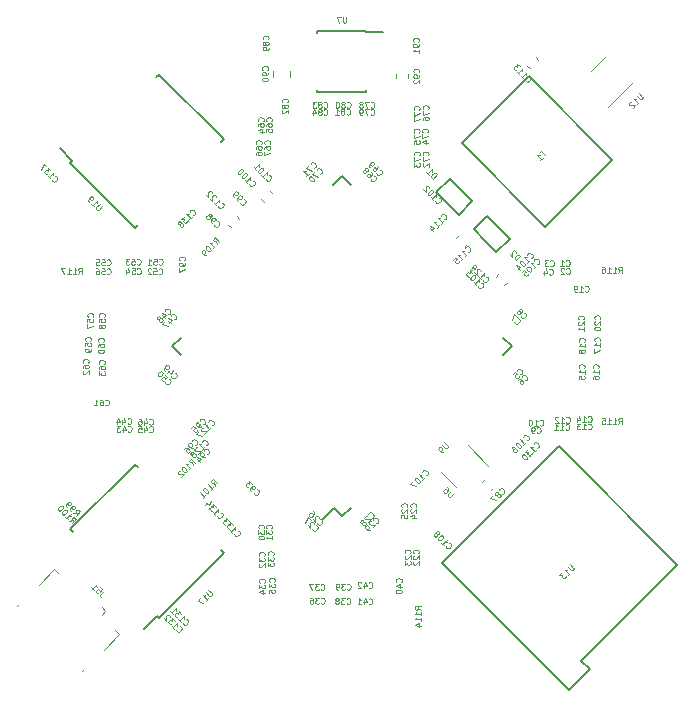
<source format=gbr>
G04 #@! TF.GenerationSoftware,KiCad,Pcbnew,5.0.2-bee76a0~70~ubuntu16.04.1*
G04 #@! TF.CreationDate,2019-08-03T19:39:48+03:00*
G04 #@! TF.ProjectId,FreeEEG32-alpha1.5,46726565-4545-4473-9332-2d616c706861,rev?*
G04 #@! TF.SameCoordinates,Original*
G04 #@! TF.FileFunction,Legend,Bot*
G04 #@! TF.FilePolarity,Positive*
%FSLAX46Y46*%
G04 Gerber Fmt 4.6, Leading zero omitted, Abs format (unit mm)*
G04 Created by KiCad (PCBNEW 5.0.2-bee76a0~70~ubuntu16.04.1) date Сб 03 авг 2019 19:39:48*
%MOMM*%
%LPD*%
G01*
G04 APERTURE LIST*
%ADD10C,0.150000*%
%ADD11C,0.120000*%
%ADD12C,0.075000*%
G04 APERTURE END LIST*
D10*
G04 #@! TO.C,T1*
X165802893Y-77126039D02*
X172873961Y-84197107D01*
X172873961Y-84197107D02*
X167217107Y-89853961D01*
X167217107Y-89853961D02*
X160146039Y-82782893D01*
X160146039Y-82782893D02*
X165802893Y-77126039D01*
G04 #@! TO.C,U7*
X152075000Y-73345000D02*
X153475000Y-73344999D01*
X152075001Y-78445000D02*
X147924999Y-78445000D01*
X152075001Y-73295000D02*
X147924999Y-73295000D01*
X152075001Y-78445000D02*
X152075000Y-78300000D01*
X147924999Y-78445000D02*
X147925000Y-78300000D01*
X147924999Y-73295000D02*
X147925000Y-73440000D01*
X152075001Y-73295000D02*
X152075000Y-73345000D01*
G04 #@! TO.C,D2*
X162134315Y-91059429D02*
X161179720Y-90104835D01*
X161179720Y-90104835D02*
X162311091Y-88973464D01*
X162311091Y-88973464D02*
X164220280Y-90882653D01*
X164220280Y-90882653D02*
X163088909Y-92014024D01*
X163088909Y-92014024D02*
X162134315Y-91059429D01*
G04 #@! TO.C,U13*
X158465753Y-118367938D02*
X168365248Y-108468443D01*
X169213776Y-129115961D02*
X158465753Y-118367938D01*
X178406164Y-118509359D02*
X170274436Y-126641087D01*
X168365248Y-108468443D02*
X178406164Y-118509359D01*
X170981543Y-127348194D02*
X169213776Y-129115961D01*
X170274436Y-126641087D02*
X170981543Y-127348194D01*
D11*
G04 #@! TO.C,J51*
X129977266Y-122426897D02*
X129659068Y-122745095D01*
X129977266Y-122426897D02*
X129659068Y-122108699D01*
X125628559Y-118856008D02*
X125946757Y-119174206D01*
X124320412Y-120164155D02*
X125628559Y-118856008D01*
X128032722Y-127482711D02*
X128209499Y-127305934D01*
X122517289Y-121967278D02*
X122694066Y-121790501D01*
X129835845Y-125679588D02*
X131143992Y-124371441D01*
X131143992Y-124371441D02*
X130825794Y-124053243D01*
G04 #@! TO.C,C104*
X163023225Y-94103359D02*
X163253430Y-93873154D01*
X163744474Y-94824608D02*
X163974679Y-94594403D01*
D10*
G04 #@! TO.C,U17*
X134515305Y-123015382D02*
X134320850Y-122820928D01*
X139995382Y-117535305D02*
X139744359Y-117284282D01*
X132464695Y-110004618D02*
X132715718Y-110255641D01*
X126984618Y-115484695D02*
X127235641Y-115735718D01*
X134515305Y-123015382D02*
X139995382Y-117535305D01*
X126984618Y-115484695D02*
X132464695Y-110004618D01*
X134320850Y-122820928D02*
X133242513Y-123899266D01*
G04 #@! TO.C,U9*
X149310571Y-113700194D02*
X148391332Y-114619433D01*
X164389623Y-100000000D02*
X163647161Y-100742462D01*
X150000000Y-85610377D02*
X149257538Y-86352839D01*
X135610377Y-100000000D02*
X136352839Y-99257538D01*
X150000000Y-114389623D02*
X150742462Y-113647161D01*
X135610377Y-100000000D02*
X136352839Y-100742462D01*
X150000000Y-85610377D02*
X150742462Y-86352839D01*
X164389623Y-100000000D02*
X163647161Y-99257538D01*
X150000000Y-114389623D02*
X149310571Y-113700194D01*
G04 #@! TO.C,U19*
X126984618Y-84515305D02*
X127179072Y-84320850D01*
X132464695Y-89995382D02*
X132715718Y-89744359D01*
X139995382Y-82464695D02*
X139744359Y-82715718D01*
X134515305Y-76984618D02*
X134264282Y-77235641D01*
X126984618Y-84515305D02*
X132464695Y-89995382D01*
X134515305Y-76984618D02*
X139995382Y-82464695D01*
X127179072Y-84320850D02*
X126100734Y-83242513D01*
D11*
G04 #@! TO.C,U6*
X160662046Y-108385162D02*
X162394457Y-110117574D01*
X159657954Y-111934838D02*
X158385162Y-110662046D01*
G04 #@! TO.C,C87*
X162820127Y-111954922D02*
X162589922Y-112185127D01*
X162098878Y-111233673D02*
X161868673Y-111463878D01*
G04 #@! TO.C,C92*
X155590000Y-76977221D02*
X155590000Y-77302779D01*
X154570000Y-76977221D02*
X154570000Y-77302779D01*
G04 #@! TO.C,C90*
X145630000Y-76678222D02*
X145630000Y-77195378D01*
X144210000Y-76678222D02*
X144210000Y-77195378D01*
G04 #@! TO.C,C100*
X143404478Y-87775727D02*
X143174273Y-87545522D01*
X144125727Y-87054478D02*
X143895522Y-86824273D01*
G04 #@! TO.C,C113*
X165908878Y-76472727D02*
X165678673Y-76242522D01*
X166630127Y-75751478D02*
X166399922Y-75521273D01*
G04 #@! TO.C,C115*
X159914478Y-90574863D02*
X159684273Y-90805068D01*
X160635727Y-91296112D02*
X160405522Y-91526317D01*
D10*
G04 #@! TO.C,D1*
X159136091Y-85798464D02*
X160090685Y-86753059D01*
X158004720Y-86929835D02*
X159136091Y-85798464D01*
X159913909Y-88839024D02*
X158004720Y-86929835D01*
X161045280Y-87707653D02*
X159913909Y-88839024D01*
X160090685Y-86753059D02*
X161045280Y-87707653D01*
D11*
G04 #@! TO.C,U12*
X174634838Y-77660790D02*
X172548873Y-79746755D01*
X171085162Y-76656698D02*
X172357954Y-75383906D01*
G04 #@! TO.C,C122*
X141331727Y-89213478D02*
X141101522Y-88983273D01*
X140610478Y-89934727D02*
X140380273Y-89704522D01*
G04 #@! TO.C,T1*
D12*
X166939314Y-83380566D02*
X166737283Y-83582596D01*
X167191852Y-83835135D02*
X166838299Y-83481581D01*
X166787791Y-84239196D02*
X166989822Y-84037165D01*
X166888806Y-84138180D02*
X166535253Y-83784627D01*
X166619432Y-83801463D01*
X166686776Y-83801463D01*
X166737283Y-83784627D01*
G04 #@! TO.C,U7*
X150380952Y-72096190D02*
X150380952Y-72500952D01*
X150357142Y-72548571D01*
X150333333Y-72572380D01*
X150285714Y-72596190D01*
X150190476Y-72596190D01*
X150142857Y-72572380D01*
X150119047Y-72548571D01*
X150095238Y-72500952D01*
X150095238Y-72096190D01*
X149904761Y-72096190D02*
X149571428Y-72096190D01*
X149785714Y-72596190D01*
G04 #@! TO.C,D2*
X164756815Y-92724695D02*
X165110368Y-92371142D01*
X165026189Y-92286963D01*
X164958845Y-92253291D01*
X164891502Y-92253291D01*
X164840994Y-92270127D01*
X164756815Y-92320634D01*
X164706307Y-92371142D01*
X164655800Y-92455321D01*
X164638964Y-92505829D01*
X164638964Y-92573173D01*
X164672635Y-92640516D01*
X164756815Y-92724695D01*
X164739979Y-92068096D02*
X164739979Y-92034424D01*
X164723143Y-91983917D01*
X164638964Y-91899737D01*
X164588456Y-91882902D01*
X164554784Y-91882902D01*
X164504277Y-91899737D01*
X164470605Y-91933409D01*
X164436933Y-92000753D01*
X164436933Y-92404814D01*
X164218067Y-92185947D01*
G04 #@! TO.C,U13*
X169316475Y-118443699D02*
X169602685Y-118729909D01*
X169619520Y-118780417D01*
X169619520Y-118814088D01*
X169602685Y-118864596D01*
X169535341Y-118931940D01*
X169484833Y-118948775D01*
X169451162Y-118948775D01*
X169400654Y-118931940D01*
X169114444Y-118645730D01*
X169114444Y-119352836D02*
X169316475Y-119150806D01*
X169215459Y-119251821D02*
X168861906Y-118898268D01*
X168946085Y-118915104D01*
X169013429Y-118915104D01*
X169063937Y-118898268D01*
X168643040Y-119117134D02*
X168424173Y-119336001D01*
X168676711Y-119352836D01*
X168626204Y-119403344D01*
X168609368Y-119453852D01*
X168609368Y-119487523D01*
X168626204Y-119538031D01*
X168710383Y-119622210D01*
X168760891Y-119639046D01*
X168794563Y-119639046D01*
X168845070Y-119622210D01*
X168946085Y-119521195D01*
X168962921Y-119470688D01*
X168962921Y-119437016D01*
G04 #@! TO.C,J51*
X129820692Y-120751727D02*
X129568154Y-121004265D01*
X129534482Y-121071608D01*
X129534482Y-121138952D01*
X129568154Y-121206295D01*
X129601826Y-121239967D01*
X129483974Y-120415009D02*
X129652333Y-120583368D01*
X129500810Y-120768563D01*
X129500810Y-120734891D01*
X129483974Y-120684383D01*
X129399795Y-120600204D01*
X129349287Y-120583368D01*
X129315616Y-120583368D01*
X129265108Y-120600204D01*
X129180929Y-120684383D01*
X129164093Y-120734891D01*
X129164093Y-120768563D01*
X129180929Y-120819070D01*
X129265108Y-120903250D01*
X129315616Y-120920086D01*
X129349287Y-120920086D01*
X128776868Y-120415009D02*
X128978898Y-120617040D01*
X128877883Y-120516025D02*
X129231436Y-120162471D01*
X129214600Y-120246651D01*
X129214600Y-120313994D01*
X129231436Y-120364502D01*
G04 #@! TO.C,C104*
X165990512Y-92542425D02*
X166024183Y-92542425D01*
X166091527Y-92508754D01*
X166125199Y-92475082D01*
X166158870Y-92407738D01*
X166158870Y-92340395D01*
X166142035Y-92289887D01*
X166091527Y-92205708D01*
X166041019Y-92155200D01*
X165956840Y-92104693D01*
X165906332Y-92087857D01*
X165838989Y-92087857D01*
X165771645Y-92121529D01*
X165737974Y-92155200D01*
X165704302Y-92222544D01*
X165704302Y-92256216D01*
X165687466Y-92912815D02*
X165889496Y-92710784D01*
X165788481Y-92811800D02*
X165434928Y-92458246D01*
X165519107Y-92475082D01*
X165586451Y-92475082D01*
X165636958Y-92458246D01*
X165115046Y-92778128D02*
X165081374Y-92811800D01*
X165064538Y-92862307D01*
X165064538Y-92895979D01*
X165081374Y-92946487D01*
X165131882Y-93030666D01*
X165216061Y-93114845D01*
X165300241Y-93165353D01*
X165350748Y-93182189D01*
X165384420Y-93182189D01*
X165434928Y-93165353D01*
X165468600Y-93131681D01*
X165485435Y-93081174D01*
X165485435Y-93047502D01*
X165468600Y-92996994D01*
X165418092Y-92912815D01*
X165333912Y-92828635D01*
X165249733Y-92778128D01*
X165199225Y-92761292D01*
X165165554Y-92761292D01*
X165115046Y-92778128D01*
X164812000Y-93316876D02*
X165047703Y-93552578D01*
X164761493Y-93098009D02*
X165098210Y-93266368D01*
X164879344Y-93485235D01*
G04 #@! TO.C,U17*
X138687120Y-120628454D02*
X138973330Y-120914664D01*
X138990165Y-120965172D01*
X138990165Y-120998843D01*
X138973330Y-121049351D01*
X138905986Y-121116695D01*
X138855478Y-121133530D01*
X138821807Y-121133530D01*
X138771299Y-121116695D01*
X138485089Y-120830485D01*
X138485089Y-121537591D02*
X138687120Y-121335561D01*
X138586104Y-121436576D02*
X138232551Y-121083023D01*
X138316730Y-121099859D01*
X138384074Y-121099859D01*
X138434582Y-121083023D01*
X138013685Y-121301889D02*
X137777982Y-121537591D01*
X138283059Y-121739622D01*
G04 #@! TO.C,U9*
X158686361Y-108122213D02*
X158972571Y-108408423D01*
X158989407Y-108458930D01*
X158989407Y-108492602D01*
X158972571Y-108543110D01*
X158905227Y-108610453D01*
X158854720Y-108627289D01*
X158821048Y-108627289D01*
X158770540Y-108610453D01*
X158484330Y-108324243D01*
X158652689Y-108862991D02*
X158585346Y-108930335D01*
X158534838Y-108947171D01*
X158501166Y-108947171D01*
X158416987Y-108930335D01*
X158332808Y-108879827D01*
X158198121Y-108745140D01*
X158181285Y-108694633D01*
X158181285Y-108660961D01*
X158198121Y-108610453D01*
X158265464Y-108543110D01*
X158315972Y-108526274D01*
X158349643Y-108526274D01*
X158400151Y-108543110D01*
X158484330Y-108627289D01*
X158501166Y-108677797D01*
X158501166Y-108711469D01*
X158484330Y-108761976D01*
X158416987Y-108829320D01*
X158366479Y-108846156D01*
X158332808Y-108846156D01*
X158282300Y-108829320D01*
G04 #@! TO.C,U19*
X129701928Y-88153537D02*
X129415718Y-88439747D01*
X129365210Y-88456582D01*
X129331539Y-88456582D01*
X129281031Y-88439747D01*
X129213687Y-88372403D01*
X129196852Y-88321895D01*
X129196852Y-88288224D01*
X129213687Y-88237716D01*
X129499897Y-87951506D01*
X128792791Y-87951506D02*
X128994821Y-88153537D01*
X128893806Y-88052521D02*
X129247359Y-87698968D01*
X129230523Y-87783147D01*
X129230523Y-87850491D01*
X129247359Y-87900999D01*
X128624432Y-87783147D02*
X128557088Y-87715804D01*
X128540252Y-87665296D01*
X128540252Y-87631625D01*
X128557088Y-87547445D01*
X128607596Y-87463266D01*
X128742283Y-87328579D01*
X128792791Y-87311743D01*
X128826462Y-87311743D01*
X128876970Y-87328579D01*
X128944313Y-87395922D01*
X128961149Y-87446430D01*
X128961149Y-87480102D01*
X128944313Y-87530609D01*
X128860134Y-87614789D01*
X128809626Y-87631625D01*
X128775955Y-87631625D01*
X128725447Y-87614789D01*
X128658104Y-87547445D01*
X128641268Y-87496938D01*
X128641268Y-87463266D01*
X128658104Y-87412758D01*
G04 #@! TO.C,C33*
X144184171Y-117661771D02*
X144207980Y-117637961D01*
X144231790Y-117566533D01*
X144231790Y-117518914D01*
X144207980Y-117447485D01*
X144160361Y-117399866D01*
X144112742Y-117376057D01*
X144017504Y-117352247D01*
X143946076Y-117352247D01*
X143850838Y-117376057D01*
X143803219Y-117399866D01*
X143755600Y-117447485D01*
X143731790Y-117518914D01*
X143731790Y-117566533D01*
X143755600Y-117637961D01*
X143779409Y-117661771D01*
X143731790Y-117828438D02*
X143731790Y-118137961D01*
X143922266Y-117971295D01*
X143922266Y-118042723D01*
X143946076Y-118090342D01*
X143969885Y-118114152D01*
X144017504Y-118137961D01*
X144136552Y-118137961D01*
X144184171Y-118114152D01*
X144207980Y-118090342D01*
X144231790Y-118042723D01*
X144231790Y-117899866D01*
X144207980Y-117852247D01*
X144184171Y-117828438D01*
X143731790Y-118304628D02*
X143731790Y-118614152D01*
X143922266Y-118447485D01*
X143922266Y-118518914D01*
X143946076Y-118566533D01*
X143969885Y-118590342D01*
X144017504Y-118614152D01*
X144136552Y-118614152D01*
X144184171Y-118590342D01*
X144207980Y-118566533D01*
X144231790Y-118518914D01*
X144231790Y-118376057D01*
X144207980Y-118328438D01*
X144184171Y-118304628D01*
G04 #@! TO.C,C31*
X144031771Y-115401171D02*
X144055580Y-115377361D01*
X144079390Y-115305933D01*
X144079390Y-115258314D01*
X144055580Y-115186885D01*
X144007961Y-115139266D01*
X143960342Y-115115457D01*
X143865104Y-115091647D01*
X143793676Y-115091647D01*
X143698438Y-115115457D01*
X143650819Y-115139266D01*
X143603200Y-115186885D01*
X143579390Y-115258314D01*
X143579390Y-115305933D01*
X143603200Y-115377361D01*
X143627009Y-115401171D01*
X143579390Y-115567838D02*
X143579390Y-115877361D01*
X143769866Y-115710695D01*
X143769866Y-115782123D01*
X143793676Y-115829742D01*
X143817485Y-115853552D01*
X143865104Y-115877361D01*
X143984152Y-115877361D01*
X144031771Y-115853552D01*
X144055580Y-115829742D01*
X144079390Y-115782123D01*
X144079390Y-115639266D01*
X144055580Y-115591647D01*
X144031771Y-115567838D01*
X144079390Y-116353552D02*
X144079390Y-116067838D01*
X144079390Y-116210695D02*
X143579390Y-116210695D01*
X143650819Y-116163076D01*
X143698438Y-116115457D01*
X143722247Y-116067838D01*
G04 #@! TO.C,C42*
X152277228Y-120422371D02*
X152301038Y-120446180D01*
X152372466Y-120469990D01*
X152420085Y-120469990D01*
X152491514Y-120446180D01*
X152539133Y-120398561D01*
X152562942Y-120350942D01*
X152586752Y-120255704D01*
X152586752Y-120184276D01*
X152562942Y-120089038D01*
X152539133Y-120041419D01*
X152491514Y-119993800D01*
X152420085Y-119969990D01*
X152372466Y-119969990D01*
X152301038Y-119993800D01*
X152277228Y-120017609D01*
X151848657Y-120136657D02*
X151848657Y-120469990D01*
X151967704Y-119946180D02*
X152086752Y-120303323D01*
X151777228Y-120303323D01*
X151610561Y-120017609D02*
X151586752Y-119993800D01*
X151539133Y-119969990D01*
X151420085Y-119969990D01*
X151372466Y-119993800D01*
X151348657Y-120017609D01*
X151324847Y-120065228D01*
X151324847Y-120112847D01*
X151348657Y-120184276D01*
X151634371Y-120469990D01*
X151324847Y-120469990D01*
G04 #@! TO.C,C29*
X152918953Y-114961184D02*
X152952625Y-114961184D01*
X153019968Y-114927512D01*
X153053640Y-114893841D01*
X153087312Y-114826497D01*
X153087312Y-114759154D01*
X153070476Y-114708646D01*
X153019968Y-114624467D01*
X152969461Y-114573959D01*
X152885281Y-114523451D01*
X152834774Y-114506616D01*
X152767430Y-114506616D01*
X152700087Y-114540287D01*
X152666415Y-114573959D01*
X152632743Y-114641303D01*
X152632743Y-114674974D01*
X152498056Y-114809661D02*
X152464384Y-114809661D01*
X152413877Y-114826497D01*
X152329697Y-114910677D01*
X152312861Y-114961184D01*
X152312861Y-114994856D01*
X152329697Y-115045364D01*
X152363369Y-115079035D01*
X152430712Y-115112707D01*
X152834774Y-115112707D01*
X152615907Y-115331574D01*
X152447548Y-115499932D02*
X152380205Y-115567276D01*
X152329697Y-115584112D01*
X152296025Y-115584112D01*
X152211846Y-115567276D01*
X152127667Y-115516768D01*
X151992980Y-115382081D01*
X151976144Y-115331574D01*
X151976144Y-115297902D01*
X151992980Y-115247394D01*
X152060323Y-115180051D01*
X152110831Y-115163215D01*
X152144503Y-115163215D01*
X152195010Y-115180051D01*
X152279190Y-115264230D01*
X152296025Y-115314738D01*
X152296025Y-115348409D01*
X152279190Y-115398917D01*
X152211846Y-115466261D01*
X152161338Y-115483096D01*
X152127667Y-115483096D01*
X152077159Y-115466261D01*
G04 #@! TO.C,C23*
X155766571Y-117534771D02*
X155790380Y-117510961D01*
X155814190Y-117439533D01*
X155814190Y-117391914D01*
X155790380Y-117320485D01*
X155742761Y-117272866D01*
X155695142Y-117249057D01*
X155599904Y-117225247D01*
X155528476Y-117225247D01*
X155433238Y-117249057D01*
X155385619Y-117272866D01*
X155338000Y-117320485D01*
X155314190Y-117391914D01*
X155314190Y-117439533D01*
X155338000Y-117510961D01*
X155361809Y-117534771D01*
X155361809Y-117725247D02*
X155338000Y-117749057D01*
X155314190Y-117796676D01*
X155314190Y-117915723D01*
X155338000Y-117963342D01*
X155361809Y-117987152D01*
X155409428Y-118010961D01*
X155457047Y-118010961D01*
X155528476Y-117987152D01*
X155814190Y-117701438D01*
X155814190Y-118010961D01*
X155314190Y-118177628D02*
X155314190Y-118487152D01*
X155504666Y-118320485D01*
X155504666Y-118391914D01*
X155528476Y-118439533D01*
X155552285Y-118463342D01*
X155599904Y-118487152D01*
X155718952Y-118487152D01*
X155766571Y-118463342D01*
X155790380Y-118439533D01*
X155814190Y-118391914D01*
X155814190Y-118249057D01*
X155790380Y-118201438D01*
X155766571Y-118177628D01*
G04 #@! TO.C,C25*
X155487171Y-113597771D02*
X155510980Y-113573961D01*
X155534790Y-113502533D01*
X155534790Y-113454914D01*
X155510980Y-113383485D01*
X155463361Y-113335866D01*
X155415742Y-113312057D01*
X155320504Y-113288247D01*
X155249076Y-113288247D01*
X155153838Y-113312057D01*
X155106219Y-113335866D01*
X155058600Y-113383485D01*
X155034790Y-113454914D01*
X155034790Y-113502533D01*
X155058600Y-113573961D01*
X155082409Y-113597771D01*
X155082409Y-113788247D02*
X155058600Y-113812057D01*
X155034790Y-113859676D01*
X155034790Y-113978723D01*
X155058600Y-114026342D01*
X155082409Y-114050152D01*
X155130028Y-114073961D01*
X155177647Y-114073961D01*
X155249076Y-114050152D01*
X155534790Y-113764438D01*
X155534790Y-114073961D01*
X155034790Y-114526342D02*
X155034790Y-114288247D01*
X155272885Y-114264438D01*
X155249076Y-114288247D01*
X155225266Y-114335866D01*
X155225266Y-114454914D01*
X155249076Y-114502533D01*
X155272885Y-114526342D01*
X155320504Y-114550152D01*
X155439552Y-114550152D01*
X155487171Y-114526342D01*
X155510980Y-114502533D01*
X155534790Y-114454914D01*
X155534790Y-114335866D01*
X155510980Y-114288247D01*
X155487171Y-114264438D01*
G04 #@! TO.C,C73*
X156553971Y-83828971D02*
X156577780Y-83805161D01*
X156601590Y-83733733D01*
X156601590Y-83686114D01*
X156577780Y-83614685D01*
X156530161Y-83567066D01*
X156482542Y-83543257D01*
X156387304Y-83519447D01*
X156315876Y-83519447D01*
X156220638Y-83543257D01*
X156173019Y-83567066D01*
X156125400Y-83614685D01*
X156101590Y-83686114D01*
X156101590Y-83733733D01*
X156125400Y-83805161D01*
X156149209Y-83828971D01*
X156101590Y-83995638D02*
X156101590Y-84328971D01*
X156601590Y-84114685D01*
X156101590Y-84471828D02*
X156101590Y-84781352D01*
X156292066Y-84614685D01*
X156292066Y-84686114D01*
X156315876Y-84733733D01*
X156339685Y-84757542D01*
X156387304Y-84781352D01*
X156506352Y-84781352D01*
X156553971Y-84757542D01*
X156577780Y-84733733D01*
X156601590Y-84686114D01*
X156601590Y-84543257D01*
X156577780Y-84495638D01*
X156553971Y-84471828D01*
G04 #@! TO.C,C67*
X143879371Y-82863771D02*
X143903180Y-82839961D01*
X143926990Y-82768533D01*
X143926990Y-82720914D01*
X143903180Y-82649485D01*
X143855561Y-82601866D01*
X143807942Y-82578057D01*
X143712704Y-82554247D01*
X143641276Y-82554247D01*
X143546038Y-82578057D01*
X143498419Y-82601866D01*
X143450800Y-82649485D01*
X143426990Y-82720914D01*
X143426990Y-82768533D01*
X143450800Y-82839961D01*
X143474609Y-82863771D01*
X143426990Y-83292342D02*
X143426990Y-83197104D01*
X143450800Y-83149485D01*
X143474609Y-83125676D01*
X143546038Y-83078057D01*
X143641276Y-83054247D01*
X143831752Y-83054247D01*
X143879371Y-83078057D01*
X143903180Y-83101866D01*
X143926990Y-83149485D01*
X143926990Y-83244723D01*
X143903180Y-83292342D01*
X143879371Y-83316152D01*
X143831752Y-83339961D01*
X143712704Y-83339961D01*
X143665085Y-83316152D01*
X143641276Y-83292342D01*
X143617466Y-83244723D01*
X143617466Y-83149485D01*
X143641276Y-83101866D01*
X143665085Y-83078057D01*
X143712704Y-83054247D01*
X143426990Y-83506628D02*
X143426990Y-83839961D01*
X143926990Y-83625676D01*
G04 #@! TO.C,C71*
X147635753Y-84887584D02*
X147669425Y-84887584D01*
X147736768Y-84853912D01*
X147770440Y-84820241D01*
X147804112Y-84752897D01*
X147804112Y-84685554D01*
X147787276Y-84635046D01*
X147736768Y-84550867D01*
X147686261Y-84500359D01*
X147602081Y-84449851D01*
X147551574Y-84433016D01*
X147484230Y-84433016D01*
X147416887Y-84466687D01*
X147383215Y-84500359D01*
X147349543Y-84567703D01*
X147349543Y-84601374D01*
X147198020Y-84685554D02*
X146962318Y-84921256D01*
X147467394Y-85123287D01*
X146995990Y-85594691D02*
X147198020Y-85392661D01*
X147097005Y-85493676D02*
X146743451Y-85140122D01*
X146827631Y-85156958D01*
X146894974Y-85156958D01*
X146945482Y-85140122D01*
G04 #@! TO.C,C65*
X144031771Y-80933371D02*
X144055580Y-80909561D01*
X144079390Y-80838133D01*
X144079390Y-80790514D01*
X144055580Y-80719085D01*
X144007961Y-80671466D01*
X143960342Y-80647657D01*
X143865104Y-80623847D01*
X143793676Y-80623847D01*
X143698438Y-80647657D01*
X143650819Y-80671466D01*
X143603200Y-80719085D01*
X143579390Y-80790514D01*
X143579390Y-80838133D01*
X143603200Y-80909561D01*
X143627009Y-80933371D01*
X143579390Y-81361942D02*
X143579390Y-81266704D01*
X143603200Y-81219085D01*
X143627009Y-81195276D01*
X143698438Y-81147657D01*
X143793676Y-81123847D01*
X143984152Y-81123847D01*
X144031771Y-81147657D01*
X144055580Y-81171466D01*
X144079390Y-81219085D01*
X144079390Y-81314323D01*
X144055580Y-81361942D01*
X144031771Y-81385752D01*
X143984152Y-81409561D01*
X143865104Y-81409561D01*
X143817485Y-81385752D01*
X143793676Y-81361942D01*
X143769866Y-81314323D01*
X143769866Y-81219085D01*
X143793676Y-81171466D01*
X143817485Y-81147657D01*
X143865104Y-81123847D01*
X143579390Y-81861942D02*
X143579390Y-81623847D01*
X143817485Y-81600038D01*
X143793676Y-81623847D01*
X143769866Y-81671466D01*
X143769866Y-81790514D01*
X143793676Y-81838133D01*
X143817485Y-81861942D01*
X143865104Y-81885752D01*
X143984152Y-81885752D01*
X144031771Y-81861942D01*
X144055580Y-81838133D01*
X144079390Y-81790514D01*
X144079390Y-81671466D01*
X144055580Y-81623847D01*
X144031771Y-81600038D01*
G04 #@! TO.C,C84*
X148467228Y-80366571D02*
X148491038Y-80390380D01*
X148562466Y-80414190D01*
X148610085Y-80414190D01*
X148681514Y-80390380D01*
X148729133Y-80342761D01*
X148752942Y-80295142D01*
X148776752Y-80199904D01*
X148776752Y-80128476D01*
X148752942Y-80033238D01*
X148729133Y-79985619D01*
X148681514Y-79938000D01*
X148610085Y-79914190D01*
X148562466Y-79914190D01*
X148491038Y-79938000D01*
X148467228Y-79961809D01*
X148181514Y-80128476D02*
X148229133Y-80104666D01*
X148252942Y-80080857D01*
X148276752Y-80033238D01*
X148276752Y-80009428D01*
X148252942Y-79961809D01*
X148229133Y-79938000D01*
X148181514Y-79914190D01*
X148086276Y-79914190D01*
X148038657Y-79938000D01*
X148014847Y-79961809D01*
X147991038Y-80009428D01*
X147991038Y-80033238D01*
X148014847Y-80080857D01*
X148038657Y-80104666D01*
X148086276Y-80128476D01*
X148181514Y-80128476D01*
X148229133Y-80152285D01*
X148252942Y-80176095D01*
X148276752Y-80223714D01*
X148276752Y-80318952D01*
X148252942Y-80366571D01*
X148229133Y-80390380D01*
X148181514Y-80414190D01*
X148086276Y-80414190D01*
X148038657Y-80390380D01*
X148014847Y-80366571D01*
X147991038Y-80318952D01*
X147991038Y-80223714D01*
X148014847Y-80176095D01*
X148038657Y-80152285D01*
X148086276Y-80128476D01*
X147562466Y-80080857D02*
X147562466Y-80414190D01*
X147681514Y-79890380D02*
X147800561Y-80247523D01*
X147491038Y-80247523D01*
G04 #@! TO.C,C75*
X156528571Y-81898571D02*
X156552380Y-81874761D01*
X156576190Y-81803333D01*
X156576190Y-81755714D01*
X156552380Y-81684285D01*
X156504761Y-81636666D01*
X156457142Y-81612857D01*
X156361904Y-81589047D01*
X156290476Y-81589047D01*
X156195238Y-81612857D01*
X156147619Y-81636666D01*
X156100000Y-81684285D01*
X156076190Y-81755714D01*
X156076190Y-81803333D01*
X156100000Y-81874761D01*
X156123809Y-81898571D01*
X156076190Y-82065238D02*
X156076190Y-82398571D01*
X156576190Y-82184285D01*
X156076190Y-82827142D02*
X156076190Y-82589047D01*
X156314285Y-82565238D01*
X156290476Y-82589047D01*
X156266666Y-82636666D01*
X156266666Y-82755714D01*
X156290476Y-82803333D01*
X156314285Y-82827142D01*
X156361904Y-82850952D01*
X156480952Y-82850952D01*
X156528571Y-82827142D01*
X156552380Y-82803333D01*
X156576190Y-82755714D01*
X156576190Y-82636666D01*
X156552380Y-82589047D01*
X156528571Y-82565238D01*
G04 #@! TO.C,C52*
X134497228Y-93853971D02*
X134521038Y-93877780D01*
X134592466Y-93901590D01*
X134640085Y-93901590D01*
X134711514Y-93877780D01*
X134759133Y-93830161D01*
X134782942Y-93782542D01*
X134806752Y-93687304D01*
X134806752Y-93615876D01*
X134782942Y-93520638D01*
X134759133Y-93473019D01*
X134711514Y-93425400D01*
X134640085Y-93401590D01*
X134592466Y-93401590D01*
X134521038Y-93425400D01*
X134497228Y-93449209D01*
X134044847Y-93401590D02*
X134282942Y-93401590D01*
X134306752Y-93639685D01*
X134282942Y-93615876D01*
X134235323Y-93592066D01*
X134116276Y-93592066D01*
X134068657Y-93615876D01*
X134044847Y-93639685D01*
X134021038Y-93687304D01*
X134021038Y-93806352D01*
X134044847Y-93853971D01*
X134068657Y-93877780D01*
X134116276Y-93901590D01*
X134235323Y-93901590D01*
X134282942Y-93877780D01*
X134306752Y-93853971D01*
X133830561Y-93449209D02*
X133806752Y-93425400D01*
X133759133Y-93401590D01*
X133640085Y-93401590D01*
X133592466Y-93425400D01*
X133568657Y-93449209D01*
X133544847Y-93496828D01*
X133544847Y-93544447D01*
X133568657Y-93615876D01*
X133854371Y-93901590D01*
X133544847Y-93901590D01*
G04 #@! TO.C,C44*
X131855628Y-106528571D02*
X131879438Y-106552380D01*
X131950866Y-106576190D01*
X131998485Y-106576190D01*
X132069914Y-106552380D01*
X132117533Y-106504761D01*
X132141342Y-106457142D01*
X132165152Y-106361904D01*
X132165152Y-106290476D01*
X132141342Y-106195238D01*
X132117533Y-106147619D01*
X132069914Y-106100000D01*
X131998485Y-106076190D01*
X131950866Y-106076190D01*
X131879438Y-106100000D01*
X131855628Y-106123809D01*
X131427057Y-106242857D02*
X131427057Y-106576190D01*
X131546104Y-106052380D02*
X131665152Y-106409523D01*
X131355628Y-106409523D01*
X130950866Y-106242857D02*
X130950866Y-106576190D01*
X131069914Y-106052380D02*
X131188961Y-106409523D01*
X130879438Y-106409523D01*
G04 #@! TO.C,C46*
X133709828Y-106579371D02*
X133733638Y-106603180D01*
X133805066Y-106626990D01*
X133852685Y-106626990D01*
X133924114Y-106603180D01*
X133971733Y-106555561D01*
X133995542Y-106507942D01*
X134019352Y-106412704D01*
X134019352Y-106341276D01*
X133995542Y-106246038D01*
X133971733Y-106198419D01*
X133924114Y-106150800D01*
X133852685Y-106126990D01*
X133805066Y-106126990D01*
X133733638Y-106150800D01*
X133709828Y-106174609D01*
X133281257Y-106293657D02*
X133281257Y-106626990D01*
X133400304Y-106103180D02*
X133519352Y-106460323D01*
X133209828Y-106460323D01*
X132805066Y-106126990D02*
X132900304Y-106126990D01*
X132947923Y-106150800D01*
X132971733Y-106174609D01*
X133019352Y-106246038D01*
X133043161Y-106341276D01*
X133043161Y-106531752D01*
X133019352Y-106579371D01*
X132995542Y-106603180D01*
X132947923Y-106626990D01*
X132852685Y-106626990D01*
X132805066Y-106603180D01*
X132781257Y-106579371D01*
X132757447Y-106531752D01*
X132757447Y-106412704D01*
X132781257Y-106365085D01*
X132805066Y-106341276D01*
X132852685Y-106317466D01*
X132947923Y-106317466D01*
X132995542Y-106341276D01*
X133019352Y-106365085D01*
X133043161Y-106412704D01*
G04 #@! TO.C,C63*
X129883971Y-101481971D02*
X129907780Y-101458161D01*
X129931590Y-101386733D01*
X129931590Y-101339114D01*
X129907780Y-101267685D01*
X129860161Y-101220066D01*
X129812542Y-101196257D01*
X129717304Y-101172447D01*
X129645876Y-101172447D01*
X129550638Y-101196257D01*
X129503019Y-101220066D01*
X129455400Y-101267685D01*
X129431590Y-101339114D01*
X129431590Y-101386733D01*
X129455400Y-101458161D01*
X129479209Y-101481971D01*
X129431590Y-101910542D02*
X129431590Y-101815304D01*
X129455400Y-101767685D01*
X129479209Y-101743876D01*
X129550638Y-101696257D01*
X129645876Y-101672447D01*
X129836352Y-101672447D01*
X129883971Y-101696257D01*
X129907780Y-101720066D01*
X129931590Y-101767685D01*
X129931590Y-101862923D01*
X129907780Y-101910542D01*
X129883971Y-101934352D01*
X129836352Y-101958161D01*
X129717304Y-101958161D01*
X129669685Y-101934352D01*
X129645876Y-101910542D01*
X129622066Y-101862923D01*
X129622066Y-101767685D01*
X129645876Y-101720066D01*
X129669685Y-101696257D01*
X129717304Y-101672447D01*
X129431590Y-102124828D02*
X129431590Y-102434352D01*
X129622066Y-102267685D01*
X129622066Y-102339114D01*
X129645876Y-102386733D01*
X129669685Y-102410542D01*
X129717304Y-102434352D01*
X129836352Y-102434352D01*
X129883971Y-102410542D01*
X129907780Y-102386733D01*
X129931590Y-102339114D01*
X129931590Y-102196257D01*
X129907780Y-102148638D01*
X129883971Y-102124828D01*
G04 #@! TO.C,C50*
X135038815Y-103045953D02*
X135038815Y-103079625D01*
X135072487Y-103146968D01*
X135106158Y-103180640D01*
X135173502Y-103214312D01*
X135240845Y-103214312D01*
X135291353Y-103197476D01*
X135375532Y-103146968D01*
X135426040Y-103096461D01*
X135476548Y-103012281D01*
X135493383Y-102961774D01*
X135493383Y-102894430D01*
X135459712Y-102827087D01*
X135426040Y-102793415D01*
X135358696Y-102759743D01*
X135325025Y-102759743D01*
X135038815Y-102406190D02*
X135207174Y-102574548D01*
X135055651Y-102759743D01*
X135055651Y-102726071D01*
X135038815Y-102675564D01*
X134954635Y-102591384D01*
X134904128Y-102574548D01*
X134870456Y-102574548D01*
X134819948Y-102591384D01*
X134735769Y-102675564D01*
X134718933Y-102726071D01*
X134718933Y-102759743D01*
X134735769Y-102810251D01*
X134819948Y-102894430D01*
X134870456Y-102911266D01*
X134904128Y-102911266D01*
X134803112Y-102170487D02*
X134769441Y-102136816D01*
X134718933Y-102119980D01*
X134685261Y-102119980D01*
X134634754Y-102136816D01*
X134550574Y-102187323D01*
X134466395Y-102271503D01*
X134415887Y-102355682D01*
X134399051Y-102406190D01*
X134399051Y-102439861D01*
X134415887Y-102490369D01*
X134449559Y-102524041D01*
X134500067Y-102540877D01*
X134533738Y-102540877D01*
X134584246Y-102524041D01*
X134668425Y-102473533D01*
X134752605Y-102389354D01*
X134803112Y-102305174D01*
X134819948Y-102254667D01*
X134819948Y-102220995D01*
X134803112Y-102170487D01*
G04 #@! TO.C,C54*
X132668428Y-93828571D02*
X132692238Y-93852380D01*
X132763666Y-93876190D01*
X132811285Y-93876190D01*
X132882714Y-93852380D01*
X132930333Y-93804761D01*
X132954142Y-93757142D01*
X132977952Y-93661904D01*
X132977952Y-93590476D01*
X132954142Y-93495238D01*
X132930333Y-93447619D01*
X132882714Y-93400000D01*
X132811285Y-93376190D01*
X132763666Y-93376190D01*
X132692238Y-93400000D01*
X132668428Y-93423809D01*
X132216047Y-93376190D02*
X132454142Y-93376190D01*
X132477952Y-93614285D01*
X132454142Y-93590476D01*
X132406523Y-93566666D01*
X132287476Y-93566666D01*
X132239857Y-93590476D01*
X132216047Y-93614285D01*
X132192238Y-93661904D01*
X132192238Y-93780952D01*
X132216047Y-93828571D01*
X132239857Y-93852380D01*
X132287476Y-93876190D01*
X132406523Y-93876190D01*
X132454142Y-93852380D01*
X132477952Y-93828571D01*
X131763666Y-93542857D02*
X131763666Y-93876190D01*
X131882714Y-93352380D02*
X132001761Y-93709523D01*
X131692238Y-93709523D01*
G04 #@! TO.C,C10*
X166755228Y-106655571D02*
X166779038Y-106679380D01*
X166850466Y-106703190D01*
X166898085Y-106703190D01*
X166969514Y-106679380D01*
X167017133Y-106631761D01*
X167040942Y-106584142D01*
X167064752Y-106488904D01*
X167064752Y-106417476D01*
X167040942Y-106322238D01*
X167017133Y-106274619D01*
X166969514Y-106227000D01*
X166898085Y-106203190D01*
X166850466Y-106203190D01*
X166779038Y-106227000D01*
X166755228Y-106250809D01*
X166279038Y-106703190D02*
X166564752Y-106703190D01*
X166421895Y-106703190D02*
X166421895Y-106203190D01*
X166469514Y-106274619D01*
X166517133Y-106322238D01*
X166564752Y-106346047D01*
X165969514Y-106203190D02*
X165921895Y-106203190D01*
X165874276Y-106227000D01*
X165850466Y-106250809D01*
X165826657Y-106298428D01*
X165802847Y-106393666D01*
X165802847Y-106512714D01*
X165826657Y-106607952D01*
X165850466Y-106655571D01*
X165874276Y-106679380D01*
X165921895Y-106703190D01*
X165969514Y-106703190D01*
X166017133Y-106679380D01*
X166040942Y-106655571D01*
X166064752Y-106607952D01*
X166088561Y-106512714D01*
X166088561Y-106393666D01*
X166064752Y-106298428D01*
X166040942Y-106250809D01*
X166017133Y-106227000D01*
X165969514Y-106203190D01*
G04 #@! TO.C,C12*
X168990428Y-106426971D02*
X169014238Y-106450780D01*
X169085666Y-106474590D01*
X169133285Y-106474590D01*
X169204714Y-106450780D01*
X169252333Y-106403161D01*
X169276142Y-106355542D01*
X169299952Y-106260304D01*
X169299952Y-106188876D01*
X169276142Y-106093638D01*
X169252333Y-106046019D01*
X169204714Y-105998400D01*
X169133285Y-105974590D01*
X169085666Y-105974590D01*
X169014238Y-105998400D01*
X168990428Y-106022209D01*
X168514238Y-106474590D02*
X168799952Y-106474590D01*
X168657095Y-106474590D02*
X168657095Y-105974590D01*
X168704714Y-106046019D01*
X168752333Y-106093638D01*
X168799952Y-106117447D01*
X168323761Y-106022209D02*
X168299952Y-105998400D01*
X168252333Y-105974590D01*
X168133285Y-105974590D01*
X168085666Y-105998400D01*
X168061857Y-106022209D01*
X168038047Y-106069828D01*
X168038047Y-106117447D01*
X168061857Y-106188876D01*
X168347571Y-106474590D01*
X168038047Y-106474590D01*
G04 #@! TO.C,C6*
X165526794Y-102886743D02*
X165560466Y-102886743D01*
X165627809Y-102853071D01*
X165661481Y-102819400D01*
X165695153Y-102752056D01*
X165695153Y-102684712D01*
X165678317Y-102634205D01*
X165627809Y-102550025D01*
X165577302Y-102499518D01*
X165493122Y-102449010D01*
X165442615Y-102432174D01*
X165375271Y-102432174D01*
X165307928Y-102465846D01*
X165274256Y-102499518D01*
X165240584Y-102566861D01*
X165240584Y-102600533D01*
X164903867Y-102869907D02*
X164971210Y-102802564D01*
X165021718Y-102785728D01*
X165055390Y-102785728D01*
X165139569Y-102802564D01*
X165223748Y-102853071D01*
X165358435Y-102987758D01*
X165375271Y-103038266D01*
X165375271Y-103071938D01*
X165358435Y-103122445D01*
X165291092Y-103189789D01*
X165240584Y-103206625D01*
X165206912Y-103206625D01*
X165156405Y-103189789D01*
X165072225Y-103105609D01*
X165055390Y-103055102D01*
X165055390Y-103021430D01*
X165072225Y-102970922D01*
X165139569Y-102903579D01*
X165190077Y-102886743D01*
X165223748Y-102886743D01*
X165274256Y-102903579D01*
G04 #@! TO.C,C18*
X170523971Y-99602371D02*
X170547780Y-99578561D01*
X170571590Y-99507133D01*
X170571590Y-99459514D01*
X170547780Y-99388085D01*
X170500161Y-99340466D01*
X170452542Y-99316657D01*
X170357304Y-99292847D01*
X170285876Y-99292847D01*
X170190638Y-99316657D01*
X170143019Y-99340466D01*
X170095400Y-99388085D01*
X170071590Y-99459514D01*
X170071590Y-99507133D01*
X170095400Y-99578561D01*
X170119209Y-99602371D01*
X170571590Y-100078561D02*
X170571590Y-99792847D01*
X170571590Y-99935704D02*
X170071590Y-99935704D01*
X170143019Y-99888085D01*
X170190638Y-99840466D01*
X170214447Y-99792847D01*
X170285876Y-100364276D02*
X170262066Y-100316657D01*
X170238257Y-100292847D01*
X170190638Y-100269038D01*
X170166828Y-100269038D01*
X170119209Y-100292847D01*
X170095400Y-100316657D01*
X170071590Y-100364276D01*
X170071590Y-100459514D01*
X170095400Y-100507133D01*
X170119209Y-100530942D01*
X170166828Y-100554752D01*
X170190638Y-100554752D01*
X170238257Y-100530942D01*
X170262066Y-100507133D01*
X170285876Y-100459514D01*
X170285876Y-100364276D01*
X170309685Y-100316657D01*
X170333495Y-100292847D01*
X170381114Y-100269038D01*
X170476352Y-100269038D01*
X170523971Y-100292847D01*
X170547780Y-100316657D01*
X170571590Y-100364276D01*
X170571590Y-100459514D01*
X170547780Y-100507133D01*
X170523971Y-100530942D01*
X170476352Y-100554752D01*
X170381114Y-100554752D01*
X170333495Y-100530942D01*
X170309685Y-100507133D01*
X170285876Y-100459514D01*
G04 #@! TO.C,C128*
X138456912Y-108366625D02*
X138490583Y-108366625D01*
X138557927Y-108332954D01*
X138591599Y-108299282D01*
X138625270Y-108231938D01*
X138625270Y-108164595D01*
X138608435Y-108114087D01*
X138557927Y-108029908D01*
X138507419Y-107979400D01*
X138423240Y-107928893D01*
X138372732Y-107912057D01*
X138305389Y-107912057D01*
X138238045Y-107945729D01*
X138204374Y-107979400D01*
X138170702Y-108046744D01*
X138170702Y-108080416D01*
X138153866Y-108737015D02*
X138355896Y-108534984D01*
X138254881Y-108636000D02*
X137901328Y-108282446D01*
X137985507Y-108299282D01*
X138052851Y-108299282D01*
X138103358Y-108282446D01*
X137699297Y-108551820D02*
X137665625Y-108551820D01*
X137615118Y-108568656D01*
X137530938Y-108652835D01*
X137514103Y-108703343D01*
X137514103Y-108737015D01*
X137530938Y-108787522D01*
X137564610Y-108821194D01*
X137631954Y-108854866D01*
X138036015Y-108854866D01*
X137817148Y-109073732D01*
X137413087Y-109073732D02*
X137429923Y-109023225D01*
X137429923Y-108989553D01*
X137413087Y-108939045D01*
X137396251Y-108922209D01*
X137345744Y-108905374D01*
X137312072Y-108905374D01*
X137261564Y-108922209D01*
X137194221Y-108989553D01*
X137177385Y-109040061D01*
X137177385Y-109073732D01*
X137194221Y-109124240D01*
X137211057Y-109141076D01*
X137261564Y-109157912D01*
X137295236Y-109157912D01*
X137345744Y-109141076D01*
X137413087Y-109073732D01*
X137463595Y-109056896D01*
X137497267Y-109056896D01*
X137547774Y-109073732D01*
X137615118Y-109141076D01*
X137631954Y-109191583D01*
X137631954Y-109225255D01*
X137615118Y-109275763D01*
X137547774Y-109343106D01*
X137497267Y-109359942D01*
X137463595Y-109359942D01*
X137413087Y-109343106D01*
X137345744Y-109275763D01*
X137328908Y-109225255D01*
X137328908Y-109191583D01*
X137345744Y-109141076D01*
G04 #@! TO.C,C48*
X135316753Y-97257385D02*
X135350425Y-97257385D01*
X135417768Y-97223713D01*
X135451440Y-97190042D01*
X135485112Y-97122698D01*
X135485112Y-97055355D01*
X135468276Y-97004847D01*
X135417768Y-96920668D01*
X135367261Y-96870160D01*
X135283081Y-96819652D01*
X135232574Y-96802817D01*
X135165230Y-96802817D01*
X135097887Y-96836488D01*
X135064215Y-96870160D01*
X135030543Y-96937504D01*
X135030543Y-96971175D01*
X134811677Y-97358401D02*
X135047379Y-97594103D01*
X134761169Y-97139534D02*
X135097887Y-97307893D01*
X134879020Y-97526759D01*
X134609646Y-97627775D02*
X134626482Y-97577267D01*
X134626482Y-97543595D01*
X134609646Y-97493088D01*
X134592810Y-97476252D01*
X134542303Y-97459416D01*
X134508631Y-97459416D01*
X134458123Y-97476252D01*
X134390780Y-97543595D01*
X134373944Y-97594103D01*
X134373944Y-97627775D01*
X134390780Y-97678282D01*
X134407616Y-97695118D01*
X134458123Y-97711954D01*
X134491795Y-97711954D01*
X134542303Y-97695118D01*
X134609646Y-97627775D01*
X134660154Y-97610939D01*
X134693825Y-97610939D01*
X134744333Y-97627775D01*
X134811677Y-97695118D01*
X134828512Y-97745626D01*
X134828512Y-97779297D01*
X134811677Y-97829805D01*
X134744333Y-97897149D01*
X134693825Y-97913984D01*
X134660154Y-97913984D01*
X134609646Y-97897149D01*
X134542303Y-97829805D01*
X134525467Y-97779297D01*
X134525467Y-97745626D01*
X134542303Y-97695118D01*
G04 #@! TO.C,C60*
X129807771Y-99602371D02*
X129831580Y-99578561D01*
X129855390Y-99507133D01*
X129855390Y-99459514D01*
X129831580Y-99388085D01*
X129783961Y-99340466D01*
X129736342Y-99316657D01*
X129641104Y-99292847D01*
X129569676Y-99292847D01*
X129474438Y-99316657D01*
X129426819Y-99340466D01*
X129379200Y-99388085D01*
X129355390Y-99459514D01*
X129355390Y-99507133D01*
X129379200Y-99578561D01*
X129403009Y-99602371D01*
X129355390Y-100030942D02*
X129355390Y-99935704D01*
X129379200Y-99888085D01*
X129403009Y-99864276D01*
X129474438Y-99816657D01*
X129569676Y-99792847D01*
X129760152Y-99792847D01*
X129807771Y-99816657D01*
X129831580Y-99840466D01*
X129855390Y-99888085D01*
X129855390Y-99983323D01*
X129831580Y-100030942D01*
X129807771Y-100054752D01*
X129760152Y-100078561D01*
X129641104Y-100078561D01*
X129593485Y-100054752D01*
X129569676Y-100030942D01*
X129545866Y-99983323D01*
X129545866Y-99888085D01*
X129569676Y-99840466D01*
X129593485Y-99816657D01*
X129641104Y-99792847D01*
X129355390Y-100388085D02*
X129355390Y-100435704D01*
X129379200Y-100483323D01*
X129403009Y-100507133D01*
X129450628Y-100530942D01*
X129545866Y-100554752D01*
X129664914Y-100554752D01*
X129760152Y-100530942D01*
X129807771Y-100507133D01*
X129831580Y-100483323D01*
X129855390Y-100435704D01*
X129855390Y-100388085D01*
X129831580Y-100340466D01*
X129807771Y-100316657D01*
X129760152Y-100292847D01*
X129664914Y-100269038D01*
X129545866Y-100269038D01*
X129450628Y-100292847D01*
X129403009Y-100316657D01*
X129379200Y-100340466D01*
X129355390Y-100388085D01*
G04 #@! TO.C,C58*
X129883971Y-97494171D02*
X129907780Y-97470361D01*
X129931590Y-97398933D01*
X129931590Y-97351314D01*
X129907780Y-97279885D01*
X129860161Y-97232266D01*
X129812542Y-97208457D01*
X129717304Y-97184647D01*
X129645876Y-97184647D01*
X129550638Y-97208457D01*
X129503019Y-97232266D01*
X129455400Y-97279885D01*
X129431590Y-97351314D01*
X129431590Y-97398933D01*
X129455400Y-97470361D01*
X129479209Y-97494171D01*
X129431590Y-97946552D02*
X129431590Y-97708457D01*
X129669685Y-97684647D01*
X129645876Y-97708457D01*
X129622066Y-97756076D01*
X129622066Y-97875123D01*
X129645876Y-97922742D01*
X129669685Y-97946552D01*
X129717304Y-97970361D01*
X129836352Y-97970361D01*
X129883971Y-97946552D01*
X129907780Y-97922742D01*
X129931590Y-97875123D01*
X129931590Y-97756076D01*
X129907780Y-97708457D01*
X129883971Y-97684647D01*
X129645876Y-98256076D02*
X129622066Y-98208457D01*
X129598257Y-98184647D01*
X129550638Y-98160838D01*
X129526828Y-98160838D01*
X129479209Y-98184647D01*
X129455400Y-98208457D01*
X129431590Y-98256076D01*
X129431590Y-98351314D01*
X129455400Y-98398933D01*
X129479209Y-98422742D01*
X129526828Y-98446552D01*
X129550638Y-98446552D01*
X129598257Y-98422742D01*
X129622066Y-98398933D01*
X129645876Y-98351314D01*
X129645876Y-98256076D01*
X129669685Y-98208457D01*
X129693495Y-98184647D01*
X129741114Y-98160838D01*
X129836352Y-98160838D01*
X129883971Y-98184647D01*
X129907780Y-98208457D01*
X129931590Y-98256076D01*
X129931590Y-98351314D01*
X129907780Y-98398933D01*
X129883971Y-98422742D01*
X129836352Y-98446552D01*
X129741114Y-98446552D01*
X129693495Y-98422742D01*
X129669685Y-98398933D01*
X129645876Y-98351314D01*
G04 #@! TO.C,C39*
X150423028Y-120549371D02*
X150446838Y-120573180D01*
X150518266Y-120596990D01*
X150565885Y-120596990D01*
X150637314Y-120573180D01*
X150684933Y-120525561D01*
X150708742Y-120477942D01*
X150732552Y-120382704D01*
X150732552Y-120311276D01*
X150708742Y-120216038D01*
X150684933Y-120168419D01*
X150637314Y-120120800D01*
X150565885Y-120096990D01*
X150518266Y-120096990D01*
X150446838Y-120120800D01*
X150423028Y-120144609D01*
X150256361Y-120096990D02*
X149946838Y-120096990D01*
X150113504Y-120287466D01*
X150042076Y-120287466D01*
X149994457Y-120311276D01*
X149970647Y-120335085D01*
X149946838Y-120382704D01*
X149946838Y-120501752D01*
X149970647Y-120549371D01*
X149994457Y-120573180D01*
X150042076Y-120596990D01*
X150184933Y-120596990D01*
X150232552Y-120573180D01*
X150256361Y-120549371D01*
X149708742Y-120596990D02*
X149613504Y-120596990D01*
X149565885Y-120573180D01*
X149542076Y-120549371D01*
X149494457Y-120477942D01*
X149470647Y-120382704D01*
X149470647Y-120192228D01*
X149494457Y-120144609D01*
X149518266Y-120120800D01*
X149565885Y-120096990D01*
X149661123Y-120096990D01*
X149708742Y-120120800D01*
X149732552Y-120144609D01*
X149756361Y-120192228D01*
X149756361Y-120311276D01*
X149732552Y-120358895D01*
X149708742Y-120382704D01*
X149661123Y-120406514D01*
X149565885Y-120406514D01*
X149518266Y-120382704D01*
X149494457Y-120358895D01*
X149470647Y-120311276D01*
G04 #@! TO.C,C27*
X147484815Y-115441153D02*
X147484815Y-115474825D01*
X147518487Y-115542168D01*
X147552158Y-115575840D01*
X147619502Y-115609512D01*
X147686845Y-115609512D01*
X147737353Y-115592676D01*
X147821532Y-115542168D01*
X147872040Y-115491661D01*
X147922548Y-115407481D01*
X147939383Y-115356974D01*
X147939383Y-115289630D01*
X147905712Y-115222287D01*
X147872040Y-115188615D01*
X147804696Y-115154943D01*
X147771025Y-115154943D01*
X147636338Y-115020256D02*
X147636338Y-114986584D01*
X147619502Y-114936077D01*
X147535322Y-114851897D01*
X147484815Y-114835061D01*
X147451143Y-114835061D01*
X147400635Y-114851897D01*
X147366964Y-114885569D01*
X147333292Y-114952912D01*
X147333292Y-115356974D01*
X147114425Y-115138107D01*
X147350128Y-114666703D02*
X147114425Y-114431000D01*
X146912395Y-114936077D01*
G04 #@! TO.C,C69*
X152920415Y-85316753D02*
X152920415Y-85350425D01*
X152954087Y-85417768D01*
X152987758Y-85451440D01*
X153055102Y-85485112D01*
X153122445Y-85485112D01*
X153172953Y-85468276D01*
X153257132Y-85417768D01*
X153307640Y-85367261D01*
X153358148Y-85283081D01*
X153374983Y-85232574D01*
X153374983Y-85165230D01*
X153341312Y-85097887D01*
X153307640Y-85064215D01*
X153240296Y-85030543D01*
X153206625Y-85030543D01*
X152937251Y-84693825D02*
X153004594Y-84761169D01*
X153021430Y-84811677D01*
X153021430Y-84845348D01*
X153004594Y-84929528D01*
X152954087Y-85013707D01*
X152819400Y-85148394D01*
X152768892Y-85165230D01*
X152735220Y-85165230D01*
X152684712Y-85148394D01*
X152617369Y-85081051D01*
X152600533Y-85030543D01*
X152600533Y-84996871D01*
X152617369Y-84946364D01*
X152701548Y-84862184D01*
X152752056Y-84845348D01*
X152785728Y-84845348D01*
X152836235Y-84862184D01*
X152903579Y-84929528D01*
X152920415Y-84980035D01*
X152920415Y-85013707D01*
X152903579Y-85064215D01*
X152381667Y-84845348D02*
X152314323Y-84778005D01*
X152297487Y-84727497D01*
X152297487Y-84693825D01*
X152314323Y-84609646D01*
X152364831Y-84525467D01*
X152499518Y-84390780D01*
X152550025Y-84373944D01*
X152583697Y-84373944D01*
X152634205Y-84390780D01*
X152701548Y-84458123D01*
X152718384Y-84508631D01*
X152718384Y-84542303D01*
X152701548Y-84592810D01*
X152617369Y-84676990D01*
X152566861Y-84693825D01*
X152533190Y-84693825D01*
X152482682Y-84676990D01*
X152415338Y-84609646D01*
X152398503Y-84559138D01*
X152398503Y-84525467D01*
X152415338Y-84474959D01*
G04 #@! TO.C,C81*
X150397628Y-80341171D02*
X150421438Y-80364980D01*
X150492866Y-80388790D01*
X150540485Y-80388790D01*
X150611914Y-80364980D01*
X150659533Y-80317361D01*
X150683342Y-80269742D01*
X150707152Y-80174504D01*
X150707152Y-80103076D01*
X150683342Y-80007838D01*
X150659533Y-79960219D01*
X150611914Y-79912600D01*
X150540485Y-79888790D01*
X150492866Y-79888790D01*
X150421438Y-79912600D01*
X150397628Y-79936409D01*
X150111914Y-80103076D02*
X150159533Y-80079266D01*
X150183342Y-80055457D01*
X150207152Y-80007838D01*
X150207152Y-79984028D01*
X150183342Y-79936409D01*
X150159533Y-79912600D01*
X150111914Y-79888790D01*
X150016676Y-79888790D01*
X149969057Y-79912600D01*
X149945247Y-79936409D01*
X149921438Y-79984028D01*
X149921438Y-80007838D01*
X149945247Y-80055457D01*
X149969057Y-80079266D01*
X150016676Y-80103076D01*
X150111914Y-80103076D01*
X150159533Y-80126885D01*
X150183342Y-80150695D01*
X150207152Y-80198314D01*
X150207152Y-80293552D01*
X150183342Y-80341171D01*
X150159533Y-80364980D01*
X150111914Y-80388790D01*
X150016676Y-80388790D01*
X149969057Y-80364980D01*
X149945247Y-80341171D01*
X149921438Y-80293552D01*
X149921438Y-80198314D01*
X149945247Y-80150695D01*
X149969057Y-80126885D01*
X150016676Y-80103076D01*
X149445247Y-80388790D02*
X149730961Y-80388790D01*
X149588104Y-80388790D02*
X149588104Y-79888790D01*
X149635723Y-79960219D01*
X149683342Y-80007838D01*
X149730961Y-80031647D01*
G04 #@! TO.C,C79*
X152429628Y-80366571D02*
X152453438Y-80390380D01*
X152524866Y-80414190D01*
X152572485Y-80414190D01*
X152643914Y-80390380D01*
X152691533Y-80342761D01*
X152715342Y-80295142D01*
X152739152Y-80199904D01*
X152739152Y-80128476D01*
X152715342Y-80033238D01*
X152691533Y-79985619D01*
X152643914Y-79938000D01*
X152572485Y-79914190D01*
X152524866Y-79914190D01*
X152453438Y-79938000D01*
X152429628Y-79961809D01*
X152262961Y-79914190D02*
X151929628Y-79914190D01*
X152143914Y-80414190D01*
X151715342Y-80414190D02*
X151620104Y-80414190D01*
X151572485Y-80390380D01*
X151548676Y-80366571D01*
X151501057Y-80295142D01*
X151477247Y-80199904D01*
X151477247Y-80009428D01*
X151501057Y-79961809D01*
X151524866Y-79938000D01*
X151572485Y-79914190D01*
X151667723Y-79914190D01*
X151715342Y-79938000D01*
X151739152Y-79961809D01*
X151762961Y-80009428D01*
X151762961Y-80128476D01*
X151739152Y-80176095D01*
X151715342Y-80199904D01*
X151667723Y-80223714D01*
X151572485Y-80223714D01*
X151524866Y-80199904D01*
X151501057Y-80176095D01*
X151477247Y-80128476D01*
G04 #@! TO.C,C16*
X171692371Y-101837571D02*
X171716180Y-101813761D01*
X171739990Y-101742333D01*
X171739990Y-101694714D01*
X171716180Y-101623285D01*
X171668561Y-101575666D01*
X171620942Y-101551857D01*
X171525704Y-101528047D01*
X171454276Y-101528047D01*
X171359038Y-101551857D01*
X171311419Y-101575666D01*
X171263800Y-101623285D01*
X171239990Y-101694714D01*
X171239990Y-101742333D01*
X171263800Y-101813761D01*
X171287609Y-101837571D01*
X171739990Y-102313761D02*
X171739990Y-102028047D01*
X171739990Y-102170904D02*
X171239990Y-102170904D01*
X171311419Y-102123285D01*
X171359038Y-102075666D01*
X171382847Y-102028047D01*
X171239990Y-102742333D02*
X171239990Y-102647095D01*
X171263800Y-102599476D01*
X171287609Y-102575666D01*
X171359038Y-102528047D01*
X171454276Y-102504238D01*
X171644752Y-102504238D01*
X171692371Y-102528047D01*
X171716180Y-102551857D01*
X171739990Y-102599476D01*
X171739990Y-102694714D01*
X171716180Y-102742333D01*
X171692371Y-102766142D01*
X171644752Y-102789952D01*
X171525704Y-102789952D01*
X171478085Y-102766142D01*
X171454276Y-102742333D01*
X171430466Y-102694714D01*
X171430466Y-102599476D01*
X171454276Y-102551857D01*
X171478085Y-102528047D01*
X171525704Y-102504238D01*
G04 #@! TO.C,C37*
X148213228Y-120574771D02*
X148237038Y-120598580D01*
X148308466Y-120622390D01*
X148356085Y-120622390D01*
X148427514Y-120598580D01*
X148475133Y-120550961D01*
X148498942Y-120503342D01*
X148522752Y-120408104D01*
X148522752Y-120336676D01*
X148498942Y-120241438D01*
X148475133Y-120193819D01*
X148427514Y-120146200D01*
X148356085Y-120122390D01*
X148308466Y-120122390D01*
X148237038Y-120146200D01*
X148213228Y-120170009D01*
X148046561Y-120122390D02*
X147737038Y-120122390D01*
X147903704Y-120312866D01*
X147832276Y-120312866D01*
X147784657Y-120336676D01*
X147760847Y-120360485D01*
X147737038Y-120408104D01*
X147737038Y-120527152D01*
X147760847Y-120574771D01*
X147784657Y-120598580D01*
X147832276Y-120622390D01*
X147975133Y-120622390D01*
X148022752Y-120598580D01*
X148046561Y-120574771D01*
X147570371Y-120122390D02*
X147237038Y-120122390D01*
X147451323Y-120622390D01*
G04 #@! TO.C,C14*
X170844628Y-106350771D02*
X170868438Y-106374580D01*
X170939866Y-106398390D01*
X170987485Y-106398390D01*
X171058914Y-106374580D01*
X171106533Y-106326961D01*
X171130342Y-106279342D01*
X171154152Y-106184104D01*
X171154152Y-106112676D01*
X171130342Y-106017438D01*
X171106533Y-105969819D01*
X171058914Y-105922200D01*
X170987485Y-105898390D01*
X170939866Y-105898390D01*
X170868438Y-105922200D01*
X170844628Y-105946009D01*
X170368438Y-106398390D02*
X170654152Y-106398390D01*
X170511295Y-106398390D02*
X170511295Y-105898390D01*
X170558914Y-105969819D01*
X170606533Y-106017438D01*
X170654152Y-106041247D01*
X169939866Y-106065057D02*
X169939866Y-106398390D01*
X170058914Y-105874580D02*
X170177961Y-106231723D01*
X169868438Y-106231723D01*
G04 #@! TO.C,C13*
X170844628Y-106985771D02*
X170868438Y-107009580D01*
X170939866Y-107033390D01*
X170987485Y-107033390D01*
X171058914Y-107009580D01*
X171106533Y-106961961D01*
X171130342Y-106914342D01*
X171154152Y-106819104D01*
X171154152Y-106747676D01*
X171130342Y-106652438D01*
X171106533Y-106604819D01*
X171058914Y-106557200D01*
X170987485Y-106533390D01*
X170939866Y-106533390D01*
X170868438Y-106557200D01*
X170844628Y-106581009D01*
X170368438Y-107033390D02*
X170654152Y-107033390D01*
X170511295Y-107033390D02*
X170511295Y-106533390D01*
X170558914Y-106604819D01*
X170606533Y-106652438D01*
X170654152Y-106676247D01*
X170201771Y-106533390D02*
X169892247Y-106533390D01*
X170058914Y-106723866D01*
X169987485Y-106723866D01*
X169939866Y-106747676D01*
X169916057Y-106771485D01*
X169892247Y-106819104D01*
X169892247Y-106938152D01*
X169916057Y-106985771D01*
X169939866Y-107009580D01*
X169987485Y-107033390D01*
X170130342Y-107033390D01*
X170177961Y-107009580D01*
X170201771Y-106985771D01*
G04 #@! TO.C,C34*
X143447571Y-119998571D02*
X143471380Y-119974761D01*
X143495190Y-119903333D01*
X143495190Y-119855714D01*
X143471380Y-119784285D01*
X143423761Y-119736666D01*
X143376142Y-119712857D01*
X143280904Y-119689047D01*
X143209476Y-119689047D01*
X143114238Y-119712857D01*
X143066619Y-119736666D01*
X143019000Y-119784285D01*
X142995190Y-119855714D01*
X142995190Y-119903333D01*
X143019000Y-119974761D01*
X143042809Y-119998571D01*
X142995190Y-120165238D02*
X142995190Y-120474761D01*
X143185666Y-120308095D01*
X143185666Y-120379523D01*
X143209476Y-120427142D01*
X143233285Y-120450952D01*
X143280904Y-120474761D01*
X143399952Y-120474761D01*
X143447571Y-120450952D01*
X143471380Y-120427142D01*
X143495190Y-120379523D01*
X143495190Y-120236666D01*
X143471380Y-120189047D01*
X143447571Y-120165238D01*
X143161857Y-120903333D02*
X143495190Y-120903333D01*
X142971380Y-120784285D02*
X143328523Y-120665238D01*
X143328523Y-120974761D01*
G04 #@! TO.C,C35*
X144285771Y-119922371D02*
X144309580Y-119898561D01*
X144333390Y-119827133D01*
X144333390Y-119779514D01*
X144309580Y-119708085D01*
X144261961Y-119660466D01*
X144214342Y-119636657D01*
X144119104Y-119612847D01*
X144047676Y-119612847D01*
X143952438Y-119636657D01*
X143904819Y-119660466D01*
X143857200Y-119708085D01*
X143833390Y-119779514D01*
X143833390Y-119827133D01*
X143857200Y-119898561D01*
X143881009Y-119922371D01*
X143833390Y-120089038D02*
X143833390Y-120398561D01*
X144023866Y-120231895D01*
X144023866Y-120303323D01*
X144047676Y-120350942D01*
X144071485Y-120374752D01*
X144119104Y-120398561D01*
X144238152Y-120398561D01*
X144285771Y-120374752D01*
X144309580Y-120350942D01*
X144333390Y-120303323D01*
X144333390Y-120160466D01*
X144309580Y-120112847D01*
X144285771Y-120089038D01*
X143833390Y-120850942D02*
X143833390Y-120612847D01*
X144071485Y-120589038D01*
X144047676Y-120612847D01*
X144023866Y-120660466D01*
X144023866Y-120779514D01*
X144047676Y-120827133D01*
X144071485Y-120850942D01*
X144119104Y-120874752D01*
X144238152Y-120874752D01*
X144285771Y-120850942D01*
X144309580Y-120827133D01*
X144333390Y-120779514D01*
X144333390Y-120660466D01*
X144309580Y-120612847D01*
X144285771Y-120589038D01*
G04 #@! TO.C,C76*
X157290571Y-79917371D02*
X157314380Y-79893561D01*
X157338190Y-79822133D01*
X157338190Y-79774514D01*
X157314380Y-79703085D01*
X157266761Y-79655466D01*
X157219142Y-79631657D01*
X157123904Y-79607847D01*
X157052476Y-79607847D01*
X156957238Y-79631657D01*
X156909619Y-79655466D01*
X156862000Y-79703085D01*
X156838190Y-79774514D01*
X156838190Y-79822133D01*
X156862000Y-79893561D01*
X156885809Y-79917371D01*
X156838190Y-80084038D02*
X156838190Y-80417371D01*
X157338190Y-80203085D01*
X156838190Y-80822133D02*
X156838190Y-80726895D01*
X156862000Y-80679276D01*
X156885809Y-80655466D01*
X156957238Y-80607847D01*
X157052476Y-80584038D01*
X157242952Y-80584038D01*
X157290571Y-80607847D01*
X157314380Y-80631657D01*
X157338190Y-80679276D01*
X157338190Y-80774514D01*
X157314380Y-80822133D01*
X157290571Y-80845942D01*
X157242952Y-80869752D01*
X157123904Y-80869752D01*
X157076285Y-80845942D01*
X157052476Y-80822133D01*
X157028666Y-80774514D01*
X157028666Y-80679276D01*
X157052476Y-80631657D01*
X157076285Y-80607847D01*
X157123904Y-80584038D01*
G04 #@! TO.C,C77*
X156528571Y-79968171D02*
X156552380Y-79944361D01*
X156576190Y-79872933D01*
X156576190Y-79825314D01*
X156552380Y-79753885D01*
X156504761Y-79706266D01*
X156457142Y-79682457D01*
X156361904Y-79658647D01*
X156290476Y-79658647D01*
X156195238Y-79682457D01*
X156147619Y-79706266D01*
X156100000Y-79753885D01*
X156076190Y-79825314D01*
X156076190Y-79872933D01*
X156100000Y-79944361D01*
X156123809Y-79968171D01*
X156076190Y-80134838D02*
X156076190Y-80468171D01*
X156576190Y-80253885D01*
X156076190Y-80611028D02*
X156076190Y-80944361D01*
X156576190Y-80730076D01*
G04 #@! TO.C,C91*
X156477771Y-74204771D02*
X156501580Y-74180961D01*
X156525390Y-74109533D01*
X156525390Y-74061914D01*
X156501580Y-73990485D01*
X156453961Y-73942866D01*
X156406342Y-73919057D01*
X156311104Y-73895247D01*
X156239676Y-73895247D01*
X156144438Y-73919057D01*
X156096819Y-73942866D01*
X156049200Y-73990485D01*
X156025390Y-74061914D01*
X156025390Y-74109533D01*
X156049200Y-74180961D01*
X156073009Y-74204771D01*
X156525390Y-74442866D02*
X156525390Y-74538104D01*
X156501580Y-74585723D01*
X156477771Y-74609533D01*
X156406342Y-74657152D01*
X156311104Y-74680961D01*
X156120628Y-74680961D01*
X156073009Y-74657152D01*
X156049200Y-74633342D01*
X156025390Y-74585723D01*
X156025390Y-74490485D01*
X156049200Y-74442866D01*
X156073009Y-74419057D01*
X156120628Y-74395247D01*
X156239676Y-74395247D01*
X156287295Y-74419057D01*
X156311104Y-74442866D01*
X156334914Y-74490485D01*
X156334914Y-74585723D01*
X156311104Y-74633342D01*
X156287295Y-74657152D01*
X156239676Y-74680961D01*
X156525390Y-75157152D02*
X156525390Y-74871438D01*
X156525390Y-75014295D02*
X156025390Y-75014295D01*
X156096819Y-74966676D01*
X156144438Y-74919057D01*
X156168247Y-74871438D01*
G04 #@! TO.C,C89*
X143752371Y-73999171D02*
X143776180Y-73975361D01*
X143799990Y-73903933D01*
X143799990Y-73856314D01*
X143776180Y-73784885D01*
X143728561Y-73737266D01*
X143680942Y-73713457D01*
X143585704Y-73689647D01*
X143514276Y-73689647D01*
X143419038Y-73713457D01*
X143371419Y-73737266D01*
X143323800Y-73784885D01*
X143299990Y-73856314D01*
X143299990Y-73903933D01*
X143323800Y-73975361D01*
X143347609Y-73999171D01*
X143514276Y-74284885D02*
X143490466Y-74237266D01*
X143466657Y-74213457D01*
X143419038Y-74189647D01*
X143395228Y-74189647D01*
X143347609Y-74213457D01*
X143323800Y-74237266D01*
X143299990Y-74284885D01*
X143299990Y-74380123D01*
X143323800Y-74427742D01*
X143347609Y-74451552D01*
X143395228Y-74475361D01*
X143419038Y-74475361D01*
X143466657Y-74451552D01*
X143490466Y-74427742D01*
X143514276Y-74380123D01*
X143514276Y-74284885D01*
X143538085Y-74237266D01*
X143561895Y-74213457D01*
X143609514Y-74189647D01*
X143704752Y-74189647D01*
X143752371Y-74213457D01*
X143776180Y-74237266D01*
X143799990Y-74284885D01*
X143799990Y-74380123D01*
X143776180Y-74427742D01*
X143752371Y-74451552D01*
X143704752Y-74475361D01*
X143609514Y-74475361D01*
X143561895Y-74451552D01*
X143538085Y-74427742D01*
X143514276Y-74380123D01*
X143799990Y-74713457D02*
X143799990Y-74808695D01*
X143776180Y-74856314D01*
X143752371Y-74880123D01*
X143680942Y-74927742D01*
X143585704Y-74951552D01*
X143395228Y-74951552D01*
X143347609Y-74927742D01*
X143323800Y-74903933D01*
X143299990Y-74856314D01*
X143299990Y-74761076D01*
X143323800Y-74713457D01*
X143347609Y-74689647D01*
X143395228Y-74665838D01*
X143514276Y-74665838D01*
X143561895Y-74689647D01*
X143585704Y-74713457D01*
X143609514Y-74761076D01*
X143609514Y-74856314D01*
X143585704Y-74903933D01*
X143561895Y-74927742D01*
X143514276Y-74951552D01*
G04 #@! TO.C,C40*
X155029971Y-119947771D02*
X155053780Y-119923961D01*
X155077590Y-119852533D01*
X155077590Y-119804914D01*
X155053780Y-119733485D01*
X155006161Y-119685866D01*
X154958542Y-119662057D01*
X154863304Y-119638247D01*
X154791876Y-119638247D01*
X154696638Y-119662057D01*
X154649019Y-119685866D01*
X154601400Y-119733485D01*
X154577590Y-119804914D01*
X154577590Y-119852533D01*
X154601400Y-119923961D01*
X154625209Y-119947771D01*
X154744257Y-120376342D02*
X155077590Y-120376342D01*
X154553780Y-120257295D02*
X154910923Y-120138247D01*
X154910923Y-120447771D01*
X154577590Y-120733485D02*
X154577590Y-120781104D01*
X154601400Y-120828723D01*
X154625209Y-120852533D01*
X154672828Y-120876342D01*
X154768066Y-120900152D01*
X154887114Y-120900152D01*
X154982352Y-120876342D01*
X155029971Y-120852533D01*
X155053780Y-120828723D01*
X155077590Y-120781104D01*
X155077590Y-120733485D01*
X155053780Y-120685866D01*
X155029971Y-120662057D01*
X154982352Y-120638247D01*
X154887114Y-120614438D01*
X154768066Y-120614438D01*
X154672828Y-120638247D01*
X154625209Y-120662057D01*
X154601400Y-120685866D01*
X154577590Y-120733485D01*
G04 #@! TO.C,C32*
X143422171Y-117737971D02*
X143445980Y-117714161D01*
X143469790Y-117642733D01*
X143469790Y-117595114D01*
X143445980Y-117523685D01*
X143398361Y-117476066D01*
X143350742Y-117452257D01*
X143255504Y-117428447D01*
X143184076Y-117428447D01*
X143088838Y-117452257D01*
X143041219Y-117476066D01*
X142993600Y-117523685D01*
X142969790Y-117595114D01*
X142969790Y-117642733D01*
X142993600Y-117714161D01*
X143017409Y-117737971D01*
X142969790Y-117904638D02*
X142969790Y-118214161D01*
X143160266Y-118047495D01*
X143160266Y-118118923D01*
X143184076Y-118166542D01*
X143207885Y-118190352D01*
X143255504Y-118214161D01*
X143374552Y-118214161D01*
X143422171Y-118190352D01*
X143445980Y-118166542D01*
X143469790Y-118118923D01*
X143469790Y-117976066D01*
X143445980Y-117928447D01*
X143422171Y-117904638D01*
X143017409Y-118404638D02*
X142993600Y-118428447D01*
X142969790Y-118476066D01*
X142969790Y-118595114D01*
X142993600Y-118642733D01*
X143017409Y-118666542D01*
X143065028Y-118690352D01*
X143112647Y-118690352D01*
X143184076Y-118666542D01*
X143469790Y-118380828D01*
X143469790Y-118690352D01*
G04 #@! TO.C,C28*
X152512553Y-114503984D02*
X152546225Y-114503984D01*
X152613568Y-114470312D01*
X152647240Y-114436641D01*
X152680912Y-114369297D01*
X152680912Y-114301954D01*
X152664076Y-114251446D01*
X152613568Y-114167267D01*
X152563061Y-114116759D01*
X152478881Y-114066251D01*
X152428374Y-114049416D01*
X152361030Y-114049416D01*
X152293687Y-114083087D01*
X152260015Y-114116759D01*
X152226343Y-114184103D01*
X152226343Y-114217774D01*
X152091656Y-114352461D02*
X152057984Y-114352461D01*
X152007477Y-114369297D01*
X151923297Y-114453477D01*
X151906461Y-114503984D01*
X151906461Y-114537656D01*
X151923297Y-114588164D01*
X151956969Y-114621835D01*
X152024312Y-114655507D01*
X152428374Y-114655507D01*
X152209507Y-114874374D01*
X151805446Y-114874374D02*
X151822282Y-114823866D01*
X151822282Y-114790194D01*
X151805446Y-114739687D01*
X151788610Y-114722851D01*
X151738103Y-114706015D01*
X151704431Y-114706015D01*
X151653923Y-114722851D01*
X151586580Y-114790194D01*
X151569744Y-114840702D01*
X151569744Y-114874374D01*
X151586580Y-114924881D01*
X151603416Y-114941717D01*
X151653923Y-114958553D01*
X151687595Y-114958553D01*
X151738103Y-114941717D01*
X151805446Y-114874374D01*
X151855954Y-114857538D01*
X151889625Y-114857538D01*
X151940133Y-114874374D01*
X152007477Y-114941717D01*
X152024312Y-114992225D01*
X152024312Y-115025896D01*
X152007477Y-115076404D01*
X151940133Y-115143748D01*
X151889625Y-115160583D01*
X151855954Y-115160583D01*
X151805446Y-115143748D01*
X151738103Y-115076404D01*
X151721267Y-115025896D01*
X151721267Y-114992225D01*
X151738103Y-114941717D01*
G04 #@! TO.C,C22*
X156477771Y-117534771D02*
X156501580Y-117510961D01*
X156525390Y-117439533D01*
X156525390Y-117391914D01*
X156501580Y-117320485D01*
X156453961Y-117272866D01*
X156406342Y-117249057D01*
X156311104Y-117225247D01*
X156239676Y-117225247D01*
X156144438Y-117249057D01*
X156096819Y-117272866D01*
X156049200Y-117320485D01*
X156025390Y-117391914D01*
X156025390Y-117439533D01*
X156049200Y-117510961D01*
X156073009Y-117534771D01*
X156073009Y-117725247D02*
X156049200Y-117749057D01*
X156025390Y-117796676D01*
X156025390Y-117915723D01*
X156049200Y-117963342D01*
X156073009Y-117987152D01*
X156120628Y-118010961D01*
X156168247Y-118010961D01*
X156239676Y-117987152D01*
X156525390Y-117701438D01*
X156525390Y-118010961D01*
X156073009Y-118201438D02*
X156049200Y-118225247D01*
X156025390Y-118272866D01*
X156025390Y-118391914D01*
X156049200Y-118439533D01*
X156073009Y-118463342D01*
X156120628Y-118487152D01*
X156168247Y-118487152D01*
X156239676Y-118463342D01*
X156525390Y-118177628D01*
X156525390Y-118487152D01*
G04 #@! TO.C,C30*
X143371371Y-115401171D02*
X143395180Y-115377361D01*
X143418990Y-115305933D01*
X143418990Y-115258314D01*
X143395180Y-115186885D01*
X143347561Y-115139266D01*
X143299942Y-115115457D01*
X143204704Y-115091647D01*
X143133276Y-115091647D01*
X143038038Y-115115457D01*
X142990419Y-115139266D01*
X142942800Y-115186885D01*
X142918990Y-115258314D01*
X142918990Y-115305933D01*
X142942800Y-115377361D01*
X142966609Y-115401171D01*
X142918990Y-115567838D02*
X142918990Y-115877361D01*
X143109466Y-115710695D01*
X143109466Y-115782123D01*
X143133276Y-115829742D01*
X143157085Y-115853552D01*
X143204704Y-115877361D01*
X143323752Y-115877361D01*
X143371371Y-115853552D01*
X143395180Y-115829742D01*
X143418990Y-115782123D01*
X143418990Y-115639266D01*
X143395180Y-115591647D01*
X143371371Y-115567838D01*
X142918990Y-116186885D02*
X142918990Y-116234504D01*
X142942800Y-116282123D01*
X142966609Y-116305933D01*
X143014228Y-116329742D01*
X143109466Y-116353552D01*
X143228514Y-116353552D01*
X143323752Y-116329742D01*
X143371371Y-116305933D01*
X143395180Y-116282123D01*
X143418990Y-116234504D01*
X143418990Y-116186885D01*
X143395180Y-116139266D01*
X143371371Y-116115457D01*
X143323752Y-116091647D01*
X143228514Y-116067838D01*
X143109466Y-116067838D01*
X143014228Y-116091647D01*
X142966609Y-116115457D01*
X142942800Y-116139266D01*
X142918990Y-116186885D01*
G04 #@! TO.C,C24*
X156249171Y-113597771D02*
X156272980Y-113573961D01*
X156296790Y-113502533D01*
X156296790Y-113454914D01*
X156272980Y-113383485D01*
X156225361Y-113335866D01*
X156177742Y-113312057D01*
X156082504Y-113288247D01*
X156011076Y-113288247D01*
X155915838Y-113312057D01*
X155868219Y-113335866D01*
X155820600Y-113383485D01*
X155796790Y-113454914D01*
X155796790Y-113502533D01*
X155820600Y-113573961D01*
X155844409Y-113597771D01*
X155844409Y-113788247D02*
X155820600Y-113812057D01*
X155796790Y-113859676D01*
X155796790Y-113978723D01*
X155820600Y-114026342D01*
X155844409Y-114050152D01*
X155892028Y-114073961D01*
X155939647Y-114073961D01*
X156011076Y-114050152D01*
X156296790Y-113764438D01*
X156296790Y-114073961D01*
X155963457Y-114502533D02*
X156296790Y-114502533D01*
X155772980Y-114383485D02*
X156130123Y-114264438D01*
X156130123Y-114573961D01*
G04 #@! TO.C,C41*
X152277228Y-121793971D02*
X152301038Y-121817780D01*
X152372466Y-121841590D01*
X152420085Y-121841590D01*
X152491514Y-121817780D01*
X152539133Y-121770161D01*
X152562942Y-121722542D01*
X152586752Y-121627304D01*
X152586752Y-121555876D01*
X152562942Y-121460638D01*
X152539133Y-121413019D01*
X152491514Y-121365400D01*
X152420085Y-121341590D01*
X152372466Y-121341590D01*
X152301038Y-121365400D01*
X152277228Y-121389209D01*
X151848657Y-121508257D02*
X151848657Y-121841590D01*
X151967704Y-121317780D02*
X152086752Y-121674923D01*
X151777228Y-121674923D01*
X151324847Y-121841590D02*
X151610561Y-121841590D01*
X151467704Y-121841590D02*
X151467704Y-121341590D01*
X151515323Y-121413019D01*
X151562942Y-121460638D01*
X151610561Y-121484447D01*
G04 #@! TO.C,C83*
X148467228Y-79756971D02*
X148491038Y-79780780D01*
X148562466Y-79804590D01*
X148610085Y-79804590D01*
X148681514Y-79780780D01*
X148729133Y-79733161D01*
X148752942Y-79685542D01*
X148776752Y-79590304D01*
X148776752Y-79518876D01*
X148752942Y-79423638D01*
X148729133Y-79376019D01*
X148681514Y-79328400D01*
X148610085Y-79304590D01*
X148562466Y-79304590D01*
X148491038Y-79328400D01*
X148467228Y-79352209D01*
X148181514Y-79518876D02*
X148229133Y-79495066D01*
X148252942Y-79471257D01*
X148276752Y-79423638D01*
X148276752Y-79399828D01*
X148252942Y-79352209D01*
X148229133Y-79328400D01*
X148181514Y-79304590D01*
X148086276Y-79304590D01*
X148038657Y-79328400D01*
X148014847Y-79352209D01*
X147991038Y-79399828D01*
X147991038Y-79423638D01*
X148014847Y-79471257D01*
X148038657Y-79495066D01*
X148086276Y-79518876D01*
X148181514Y-79518876D01*
X148229133Y-79542685D01*
X148252942Y-79566495D01*
X148276752Y-79614114D01*
X148276752Y-79709352D01*
X148252942Y-79756971D01*
X148229133Y-79780780D01*
X148181514Y-79804590D01*
X148086276Y-79804590D01*
X148038657Y-79780780D01*
X148014847Y-79756971D01*
X147991038Y-79709352D01*
X147991038Y-79614114D01*
X148014847Y-79566495D01*
X148038657Y-79542685D01*
X148086276Y-79518876D01*
X147824371Y-79304590D02*
X147514847Y-79304590D01*
X147681514Y-79495066D01*
X147610085Y-79495066D01*
X147562466Y-79518876D01*
X147538657Y-79542685D01*
X147514847Y-79590304D01*
X147514847Y-79709352D01*
X147538657Y-79756971D01*
X147562466Y-79780780D01*
X147610085Y-79804590D01*
X147752942Y-79804590D01*
X147800561Y-79780780D01*
X147824371Y-79756971D01*
G04 #@! TO.C,C82*
X145377971Y-79333171D02*
X145401780Y-79309361D01*
X145425590Y-79237933D01*
X145425590Y-79190314D01*
X145401780Y-79118885D01*
X145354161Y-79071266D01*
X145306542Y-79047457D01*
X145211304Y-79023647D01*
X145139876Y-79023647D01*
X145044638Y-79047457D01*
X144997019Y-79071266D01*
X144949400Y-79118885D01*
X144925590Y-79190314D01*
X144925590Y-79237933D01*
X144949400Y-79309361D01*
X144973209Y-79333171D01*
X145139876Y-79618885D02*
X145116066Y-79571266D01*
X145092257Y-79547457D01*
X145044638Y-79523647D01*
X145020828Y-79523647D01*
X144973209Y-79547457D01*
X144949400Y-79571266D01*
X144925590Y-79618885D01*
X144925590Y-79714123D01*
X144949400Y-79761742D01*
X144973209Y-79785552D01*
X145020828Y-79809361D01*
X145044638Y-79809361D01*
X145092257Y-79785552D01*
X145116066Y-79761742D01*
X145139876Y-79714123D01*
X145139876Y-79618885D01*
X145163685Y-79571266D01*
X145187495Y-79547457D01*
X145235114Y-79523647D01*
X145330352Y-79523647D01*
X145377971Y-79547457D01*
X145401780Y-79571266D01*
X145425590Y-79618885D01*
X145425590Y-79714123D01*
X145401780Y-79761742D01*
X145377971Y-79785552D01*
X145330352Y-79809361D01*
X145235114Y-79809361D01*
X145187495Y-79785552D01*
X145163685Y-79761742D01*
X145139876Y-79714123D01*
X144973209Y-79999838D02*
X144949400Y-80023647D01*
X144925590Y-80071266D01*
X144925590Y-80190314D01*
X144949400Y-80237933D01*
X144973209Y-80261742D01*
X145020828Y-80285552D01*
X145068447Y-80285552D01*
X145139876Y-80261742D01*
X145425590Y-79976028D01*
X145425590Y-80285552D01*
G04 #@! TO.C,C74*
X157239771Y-81873171D02*
X157263580Y-81849361D01*
X157287390Y-81777933D01*
X157287390Y-81730314D01*
X157263580Y-81658885D01*
X157215961Y-81611266D01*
X157168342Y-81587457D01*
X157073104Y-81563647D01*
X157001676Y-81563647D01*
X156906438Y-81587457D01*
X156858819Y-81611266D01*
X156811200Y-81658885D01*
X156787390Y-81730314D01*
X156787390Y-81777933D01*
X156811200Y-81849361D01*
X156835009Y-81873171D01*
X156787390Y-82039838D02*
X156787390Y-82373171D01*
X157287390Y-82158885D01*
X156954057Y-82777933D02*
X157287390Y-82777933D01*
X156763580Y-82658885D02*
X157120723Y-82539838D01*
X157120723Y-82849361D01*
G04 #@! TO.C,C70*
X148143753Y-85395584D02*
X148177425Y-85395584D01*
X148244768Y-85361912D01*
X148278440Y-85328241D01*
X148312112Y-85260897D01*
X148312112Y-85193554D01*
X148295276Y-85143046D01*
X148244768Y-85058867D01*
X148194261Y-85008359D01*
X148110081Y-84957851D01*
X148059574Y-84941016D01*
X147992230Y-84941016D01*
X147924887Y-84974687D01*
X147891215Y-85008359D01*
X147857543Y-85075703D01*
X147857543Y-85109374D01*
X147706020Y-85193554D02*
X147470318Y-85429256D01*
X147975394Y-85631287D01*
X147268287Y-85631287D02*
X147234616Y-85664958D01*
X147217780Y-85715466D01*
X147217780Y-85749138D01*
X147234616Y-85799645D01*
X147285123Y-85883825D01*
X147369303Y-85968004D01*
X147453482Y-86018512D01*
X147503990Y-86035348D01*
X147537661Y-86035348D01*
X147588169Y-86018512D01*
X147621841Y-85984840D01*
X147638677Y-85934332D01*
X147638677Y-85900661D01*
X147621841Y-85850153D01*
X147571333Y-85765974D01*
X147487154Y-85681794D01*
X147402974Y-85631287D01*
X147352467Y-85614451D01*
X147318795Y-85614451D01*
X147268287Y-85631287D01*
G04 #@! TO.C,C72*
X157290571Y-83828971D02*
X157314380Y-83805161D01*
X157338190Y-83733733D01*
X157338190Y-83686114D01*
X157314380Y-83614685D01*
X157266761Y-83567066D01*
X157219142Y-83543257D01*
X157123904Y-83519447D01*
X157052476Y-83519447D01*
X156957238Y-83543257D01*
X156909619Y-83567066D01*
X156862000Y-83614685D01*
X156838190Y-83686114D01*
X156838190Y-83733733D01*
X156862000Y-83805161D01*
X156885809Y-83828971D01*
X156838190Y-83995638D02*
X156838190Y-84328971D01*
X157338190Y-84114685D01*
X156885809Y-84495638D02*
X156862000Y-84519447D01*
X156838190Y-84567066D01*
X156838190Y-84686114D01*
X156862000Y-84733733D01*
X156885809Y-84757542D01*
X156933428Y-84781352D01*
X156981047Y-84781352D01*
X157052476Y-84757542D01*
X157338190Y-84471828D01*
X157338190Y-84781352D01*
G04 #@! TO.C,C66*
X143168171Y-82863771D02*
X143191980Y-82839961D01*
X143215790Y-82768533D01*
X143215790Y-82720914D01*
X143191980Y-82649485D01*
X143144361Y-82601866D01*
X143096742Y-82578057D01*
X143001504Y-82554247D01*
X142930076Y-82554247D01*
X142834838Y-82578057D01*
X142787219Y-82601866D01*
X142739600Y-82649485D01*
X142715790Y-82720914D01*
X142715790Y-82768533D01*
X142739600Y-82839961D01*
X142763409Y-82863771D01*
X142715790Y-83292342D02*
X142715790Y-83197104D01*
X142739600Y-83149485D01*
X142763409Y-83125676D01*
X142834838Y-83078057D01*
X142930076Y-83054247D01*
X143120552Y-83054247D01*
X143168171Y-83078057D01*
X143191980Y-83101866D01*
X143215790Y-83149485D01*
X143215790Y-83244723D01*
X143191980Y-83292342D01*
X143168171Y-83316152D01*
X143120552Y-83339961D01*
X143001504Y-83339961D01*
X142953885Y-83316152D01*
X142930076Y-83292342D01*
X142906266Y-83244723D01*
X142906266Y-83149485D01*
X142930076Y-83101866D01*
X142953885Y-83078057D01*
X143001504Y-83054247D01*
X142715790Y-83768533D02*
X142715790Y-83673295D01*
X142739600Y-83625676D01*
X142763409Y-83601866D01*
X142834838Y-83554247D01*
X142930076Y-83530438D01*
X143120552Y-83530438D01*
X143168171Y-83554247D01*
X143191980Y-83578057D01*
X143215790Y-83625676D01*
X143215790Y-83720914D01*
X143191980Y-83768533D01*
X143168171Y-83792342D01*
X143120552Y-83816152D01*
X143001504Y-83816152D01*
X142953885Y-83792342D01*
X142930076Y-83768533D01*
X142906266Y-83720914D01*
X142906266Y-83625676D01*
X142930076Y-83578057D01*
X142953885Y-83554247D01*
X143001504Y-83530438D01*
G04 #@! TO.C,C64*
X143345971Y-80933371D02*
X143369780Y-80909561D01*
X143393590Y-80838133D01*
X143393590Y-80790514D01*
X143369780Y-80719085D01*
X143322161Y-80671466D01*
X143274542Y-80647657D01*
X143179304Y-80623847D01*
X143107876Y-80623847D01*
X143012638Y-80647657D01*
X142965019Y-80671466D01*
X142917400Y-80719085D01*
X142893590Y-80790514D01*
X142893590Y-80838133D01*
X142917400Y-80909561D01*
X142941209Y-80933371D01*
X142893590Y-81361942D02*
X142893590Y-81266704D01*
X142917400Y-81219085D01*
X142941209Y-81195276D01*
X143012638Y-81147657D01*
X143107876Y-81123847D01*
X143298352Y-81123847D01*
X143345971Y-81147657D01*
X143369780Y-81171466D01*
X143393590Y-81219085D01*
X143393590Y-81314323D01*
X143369780Y-81361942D01*
X143345971Y-81385752D01*
X143298352Y-81409561D01*
X143179304Y-81409561D01*
X143131685Y-81385752D01*
X143107876Y-81361942D01*
X143084066Y-81314323D01*
X143084066Y-81219085D01*
X143107876Y-81171466D01*
X143131685Y-81147657D01*
X143179304Y-81123847D01*
X143060257Y-81838133D02*
X143393590Y-81838133D01*
X142869780Y-81719085D02*
X143226923Y-81600038D01*
X143226923Y-81909561D01*
G04 #@! TO.C,C56*
X130103028Y-93853971D02*
X130126838Y-93877780D01*
X130198266Y-93901590D01*
X130245885Y-93901590D01*
X130317314Y-93877780D01*
X130364933Y-93830161D01*
X130388742Y-93782542D01*
X130412552Y-93687304D01*
X130412552Y-93615876D01*
X130388742Y-93520638D01*
X130364933Y-93473019D01*
X130317314Y-93425400D01*
X130245885Y-93401590D01*
X130198266Y-93401590D01*
X130126838Y-93425400D01*
X130103028Y-93449209D01*
X129650647Y-93401590D02*
X129888742Y-93401590D01*
X129912552Y-93639685D01*
X129888742Y-93615876D01*
X129841123Y-93592066D01*
X129722076Y-93592066D01*
X129674457Y-93615876D01*
X129650647Y-93639685D01*
X129626838Y-93687304D01*
X129626838Y-93806352D01*
X129650647Y-93853971D01*
X129674457Y-93877780D01*
X129722076Y-93901590D01*
X129841123Y-93901590D01*
X129888742Y-93877780D01*
X129912552Y-93853971D01*
X129198266Y-93401590D02*
X129293504Y-93401590D01*
X129341123Y-93425400D01*
X129364933Y-93449209D01*
X129412552Y-93520638D01*
X129436361Y-93615876D01*
X129436361Y-93806352D01*
X129412552Y-93853971D01*
X129388742Y-93877780D01*
X129341123Y-93901590D01*
X129245885Y-93901590D01*
X129198266Y-93877780D01*
X129174457Y-93853971D01*
X129150647Y-93806352D01*
X129150647Y-93687304D01*
X129174457Y-93639685D01*
X129198266Y-93615876D01*
X129245885Y-93592066D01*
X129341123Y-93592066D01*
X129388742Y-93615876D01*
X129412552Y-93639685D01*
X129436361Y-93687304D01*
G04 #@! TO.C,C62*
X128512371Y-101380371D02*
X128536180Y-101356561D01*
X128559990Y-101285133D01*
X128559990Y-101237514D01*
X128536180Y-101166085D01*
X128488561Y-101118466D01*
X128440942Y-101094657D01*
X128345704Y-101070847D01*
X128274276Y-101070847D01*
X128179038Y-101094657D01*
X128131419Y-101118466D01*
X128083800Y-101166085D01*
X128059990Y-101237514D01*
X128059990Y-101285133D01*
X128083800Y-101356561D01*
X128107609Y-101380371D01*
X128059990Y-101808942D02*
X128059990Y-101713704D01*
X128083800Y-101666085D01*
X128107609Y-101642276D01*
X128179038Y-101594657D01*
X128274276Y-101570847D01*
X128464752Y-101570847D01*
X128512371Y-101594657D01*
X128536180Y-101618466D01*
X128559990Y-101666085D01*
X128559990Y-101761323D01*
X128536180Y-101808942D01*
X128512371Y-101832752D01*
X128464752Y-101856561D01*
X128345704Y-101856561D01*
X128298085Y-101832752D01*
X128274276Y-101808942D01*
X128250466Y-101761323D01*
X128250466Y-101666085D01*
X128274276Y-101618466D01*
X128298085Y-101594657D01*
X128345704Y-101570847D01*
X128107609Y-102047038D02*
X128083800Y-102070847D01*
X128059990Y-102118466D01*
X128059990Y-102237514D01*
X128083800Y-102285133D01*
X128107609Y-102308942D01*
X128155228Y-102332752D01*
X128202847Y-102332752D01*
X128274276Y-102308942D01*
X128559990Y-102023228D01*
X128559990Y-102332752D01*
G04 #@! TO.C,C55*
X130103028Y-93091971D02*
X130126838Y-93115780D01*
X130198266Y-93139590D01*
X130245885Y-93139590D01*
X130317314Y-93115780D01*
X130364933Y-93068161D01*
X130388742Y-93020542D01*
X130412552Y-92925304D01*
X130412552Y-92853876D01*
X130388742Y-92758638D01*
X130364933Y-92711019D01*
X130317314Y-92663400D01*
X130245885Y-92639590D01*
X130198266Y-92639590D01*
X130126838Y-92663400D01*
X130103028Y-92687209D01*
X129650647Y-92639590D02*
X129888742Y-92639590D01*
X129912552Y-92877685D01*
X129888742Y-92853876D01*
X129841123Y-92830066D01*
X129722076Y-92830066D01*
X129674457Y-92853876D01*
X129650647Y-92877685D01*
X129626838Y-92925304D01*
X129626838Y-93044352D01*
X129650647Y-93091971D01*
X129674457Y-93115780D01*
X129722076Y-93139590D01*
X129841123Y-93139590D01*
X129888742Y-93115780D01*
X129912552Y-93091971D01*
X129174457Y-92639590D02*
X129412552Y-92639590D01*
X129436361Y-92877685D01*
X129412552Y-92853876D01*
X129364933Y-92830066D01*
X129245885Y-92830066D01*
X129198266Y-92853876D01*
X129174457Y-92877685D01*
X129150647Y-92925304D01*
X129150647Y-93044352D01*
X129174457Y-93091971D01*
X129198266Y-93115780D01*
X129245885Y-93139590D01*
X129364933Y-93139590D01*
X129412552Y-93115780D01*
X129436361Y-93091971D01*
G04 #@! TO.C,C49*
X135572215Y-102537953D02*
X135572215Y-102571625D01*
X135605887Y-102638968D01*
X135639558Y-102672640D01*
X135706902Y-102706312D01*
X135774245Y-102706312D01*
X135824753Y-102689476D01*
X135908932Y-102638968D01*
X135959440Y-102588461D01*
X136009948Y-102504281D01*
X136026783Y-102453774D01*
X136026783Y-102386430D01*
X135993112Y-102319087D01*
X135959440Y-102285415D01*
X135892096Y-102251743D01*
X135858425Y-102251743D01*
X135471200Y-102032877D02*
X135235497Y-102268579D01*
X135690066Y-101982369D02*
X135521707Y-102319087D01*
X135302841Y-102100220D01*
X135033467Y-102066548D02*
X134966123Y-101999205D01*
X134949287Y-101948697D01*
X134949287Y-101915025D01*
X134966123Y-101830846D01*
X135016631Y-101746667D01*
X135151318Y-101611980D01*
X135201825Y-101595144D01*
X135235497Y-101595144D01*
X135286005Y-101611980D01*
X135353348Y-101679323D01*
X135370184Y-101729831D01*
X135370184Y-101763503D01*
X135353348Y-101814010D01*
X135269169Y-101898190D01*
X135218661Y-101915025D01*
X135184990Y-101915025D01*
X135134482Y-101898190D01*
X135067138Y-101830846D01*
X135050303Y-101780338D01*
X135050303Y-101746667D01*
X135067138Y-101696159D01*
G04 #@! TO.C,C51*
X134522628Y-93041171D02*
X134546438Y-93064980D01*
X134617866Y-93088790D01*
X134665485Y-93088790D01*
X134736914Y-93064980D01*
X134784533Y-93017361D01*
X134808342Y-92969742D01*
X134832152Y-92874504D01*
X134832152Y-92803076D01*
X134808342Y-92707838D01*
X134784533Y-92660219D01*
X134736914Y-92612600D01*
X134665485Y-92588790D01*
X134617866Y-92588790D01*
X134546438Y-92612600D01*
X134522628Y-92636409D01*
X134070247Y-92588790D02*
X134308342Y-92588790D01*
X134332152Y-92826885D01*
X134308342Y-92803076D01*
X134260723Y-92779266D01*
X134141676Y-92779266D01*
X134094057Y-92803076D01*
X134070247Y-92826885D01*
X134046438Y-92874504D01*
X134046438Y-92993552D01*
X134070247Y-93041171D01*
X134094057Y-93064980D01*
X134141676Y-93088790D01*
X134260723Y-93088790D01*
X134308342Y-93064980D01*
X134332152Y-93041171D01*
X133570247Y-93088790D02*
X133855961Y-93088790D01*
X133713104Y-93088790D02*
X133713104Y-92588790D01*
X133760723Y-92660219D01*
X133808342Y-92707838D01*
X133855961Y-92731647D01*
G04 #@! TO.C,C45*
X133709828Y-107214371D02*
X133733638Y-107238180D01*
X133805066Y-107261990D01*
X133852685Y-107261990D01*
X133924114Y-107238180D01*
X133971733Y-107190561D01*
X133995542Y-107142942D01*
X134019352Y-107047704D01*
X134019352Y-106976276D01*
X133995542Y-106881038D01*
X133971733Y-106833419D01*
X133924114Y-106785800D01*
X133852685Y-106761990D01*
X133805066Y-106761990D01*
X133733638Y-106785800D01*
X133709828Y-106809609D01*
X133281257Y-106928657D02*
X133281257Y-107261990D01*
X133400304Y-106738180D02*
X133519352Y-107095323D01*
X133209828Y-107095323D01*
X132781257Y-106761990D02*
X133019352Y-106761990D01*
X133043161Y-107000085D01*
X133019352Y-106976276D01*
X132971733Y-106952466D01*
X132852685Y-106952466D01*
X132805066Y-106976276D01*
X132781257Y-107000085D01*
X132757447Y-107047704D01*
X132757447Y-107166752D01*
X132781257Y-107214371D01*
X132805066Y-107238180D01*
X132852685Y-107261990D01*
X132971733Y-107261990D01*
X133019352Y-107238180D01*
X133043161Y-107214371D01*
G04 #@! TO.C,C61*
X129976028Y-104953771D02*
X129999838Y-104977580D01*
X130071266Y-105001390D01*
X130118885Y-105001390D01*
X130190314Y-104977580D01*
X130237933Y-104929961D01*
X130261742Y-104882342D01*
X130285552Y-104787104D01*
X130285552Y-104715676D01*
X130261742Y-104620438D01*
X130237933Y-104572819D01*
X130190314Y-104525200D01*
X130118885Y-104501390D01*
X130071266Y-104501390D01*
X129999838Y-104525200D01*
X129976028Y-104549009D01*
X129547457Y-104501390D02*
X129642695Y-104501390D01*
X129690314Y-104525200D01*
X129714123Y-104549009D01*
X129761742Y-104620438D01*
X129785552Y-104715676D01*
X129785552Y-104906152D01*
X129761742Y-104953771D01*
X129737933Y-104977580D01*
X129690314Y-105001390D01*
X129595076Y-105001390D01*
X129547457Y-104977580D01*
X129523647Y-104953771D01*
X129499838Y-104906152D01*
X129499838Y-104787104D01*
X129523647Y-104739485D01*
X129547457Y-104715676D01*
X129595076Y-104691866D01*
X129690314Y-104691866D01*
X129737933Y-104715676D01*
X129761742Y-104739485D01*
X129785552Y-104787104D01*
X129023647Y-105001390D02*
X129309361Y-105001390D01*
X129166504Y-105001390D02*
X129166504Y-104501390D01*
X129214123Y-104572819D01*
X129261742Y-104620438D01*
X129309361Y-104644247D01*
G04 #@! TO.C,C43*
X131881028Y-107188971D02*
X131904838Y-107212780D01*
X131976266Y-107236590D01*
X132023885Y-107236590D01*
X132095314Y-107212780D01*
X132142933Y-107165161D01*
X132166742Y-107117542D01*
X132190552Y-107022304D01*
X132190552Y-106950876D01*
X132166742Y-106855638D01*
X132142933Y-106808019D01*
X132095314Y-106760400D01*
X132023885Y-106736590D01*
X131976266Y-106736590D01*
X131904838Y-106760400D01*
X131881028Y-106784209D01*
X131452457Y-106903257D02*
X131452457Y-107236590D01*
X131571504Y-106712780D02*
X131690552Y-107069923D01*
X131381028Y-107069923D01*
X131238171Y-106736590D02*
X130928647Y-106736590D01*
X131095314Y-106927066D01*
X131023885Y-106927066D01*
X130976266Y-106950876D01*
X130952457Y-106974685D01*
X130928647Y-107022304D01*
X130928647Y-107141352D01*
X130952457Y-107188971D01*
X130976266Y-107212780D01*
X131023885Y-107236590D01*
X131166742Y-107236590D01*
X131214361Y-107212780D01*
X131238171Y-107188971D01*
G04 #@! TO.C,C53*
X132643028Y-93041171D02*
X132666838Y-93064980D01*
X132738266Y-93088790D01*
X132785885Y-93088790D01*
X132857314Y-93064980D01*
X132904933Y-93017361D01*
X132928742Y-92969742D01*
X132952552Y-92874504D01*
X132952552Y-92803076D01*
X132928742Y-92707838D01*
X132904933Y-92660219D01*
X132857314Y-92612600D01*
X132785885Y-92588790D01*
X132738266Y-92588790D01*
X132666838Y-92612600D01*
X132643028Y-92636409D01*
X132190647Y-92588790D02*
X132428742Y-92588790D01*
X132452552Y-92826885D01*
X132428742Y-92803076D01*
X132381123Y-92779266D01*
X132262076Y-92779266D01*
X132214457Y-92803076D01*
X132190647Y-92826885D01*
X132166838Y-92874504D01*
X132166838Y-92993552D01*
X132190647Y-93041171D01*
X132214457Y-93064980D01*
X132262076Y-93088790D01*
X132381123Y-93088790D01*
X132428742Y-93064980D01*
X132452552Y-93041171D01*
X132000171Y-92588790D02*
X131690647Y-92588790D01*
X131857314Y-92779266D01*
X131785885Y-92779266D01*
X131738266Y-92803076D01*
X131714457Y-92826885D01*
X131690647Y-92874504D01*
X131690647Y-92993552D01*
X131714457Y-93041171D01*
X131738266Y-93064980D01*
X131785885Y-93088790D01*
X131928742Y-93088790D01*
X131976361Y-93064980D01*
X132000171Y-93041171D01*
G04 #@! TO.C,C5*
X165120393Y-102378743D02*
X165154065Y-102378743D01*
X165221408Y-102345071D01*
X165255080Y-102311400D01*
X165288752Y-102244056D01*
X165288752Y-102176712D01*
X165271916Y-102126205D01*
X165221408Y-102042025D01*
X165170901Y-101991518D01*
X165086721Y-101941010D01*
X165036214Y-101924174D01*
X164968870Y-101924174D01*
X164901527Y-101957846D01*
X164867855Y-101991518D01*
X164834183Y-102058861D01*
X164834183Y-102092533D01*
X164480630Y-102378743D02*
X164648989Y-102210384D01*
X164834183Y-102361907D01*
X164800511Y-102361907D01*
X164750004Y-102378743D01*
X164665824Y-102462922D01*
X164648989Y-102513430D01*
X164648989Y-102547102D01*
X164665824Y-102597609D01*
X164750004Y-102681789D01*
X164800511Y-102698625D01*
X164834183Y-102698625D01*
X164884691Y-102681789D01*
X164968870Y-102597609D01*
X164985706Y-102547102D01*
X164985706Y-102513430D01*
G04 #@! TO.C,C17*
X171819371Y-99551571D02*
X171843180Y-99527761D01*
X171866990Y-99456333D01*
X171866990Y-99408714D01*
X171843180Y-99337285D01*
X171795561Y-99289666D01*
X171747942Y-99265857D01*
X171652704Y-99242047D01*
X171581276Y-99242047D01*
X171486038Y-99265857D01*
X171438419Y-99289666D01*
X171390800Y-99337285D01*
X171366990Y-99408714D01*
X171366990Y-99456333D01*
X171390800Y-99527761D01*
X171414609Y-99551571D01*
X171866990Y-100027761D02*
X171866990Y-99742047D01*
X171866990Y-99884904D02*
X171366990Y-99884904D01*
X171438419Y-99837285D01*
X171486038Y-99789666D01*
X171509847Y-99742047D01*
X171366990Y-100194428D02*
X171366990Y-100527761D01*
X171866990Y-100313476D01*
G04 #@! TO.C,C96*
X137602752Y-108331784D02*
X137636424Y-108331784D01*
X137703767Y-108298112D01*
X137737439Y-108264441D01*
X137771111Y-108197097D01*
X137771111Y-108129754D01*
X137754275Y-108079246D01*
X137703767Y-107995067D01*
X137653260Y-107944559D01*
X137569080Y-107894051D01*
X137518573Y-107877216D01*
X137451229Y-107877216D01*
X137383886Y-107910887D01*
X137350214Y-107944559D01*
X137316542Y-108011903D01*
X137316542Y-108045574D01*
X137468065Y-108533815D02*
X137400721Y-108601158D01*
X137350214Y-108617994D01*
X137316542Y-108617994D01*
X137232363Y-108601158D01*
X137148183Y-108550651D01*
X137013496Y-108415964D01*
X136996660Y-108365456D01*
X136996660Y-108331784D01*
X137013496Y-108281277D01*
X137080840Y-108213933D01*
X137131347Y-108197097D01*
X137165019Y-108197097D01*
X137215527Y-108213933D01*
X137299706Y-108298112D01*
X137316542Y-108348620D01*
X137316542Y-108382292D01*
X137299706Y-108432799D01*
X137232363Y-108500143D01*
X137181855Y-108516979D01*
X137148183Y-108516979D01*
X137097676Y-108500143D01*
X136643107Y-108651666D02*
X136710450Y-108584322D01*
X136760958Y-108567487D01*
X136794630Y-108567487D01*
X136878809Y-108584322D01*
X136962989Y-108634830D01*
X137097676Y-108769517D01*
X137114511Y-108820025D01*
X137114511Y-108853696D01*
X137097676Y-108904204D01*
X137030332Y-108971548D01*
X136979824Y-108988383D01*
X136946153Y-108988383D01*
X136895645Y-108971548D01*
X136811466Y-108887368D01*
X136794630Y-108836861D01*
X136794630Y-108803189D01*
X136811466Y-108752681D01*
X136878809Y-108685338D01*
X136929317Y-108668502D01*
X136962989Y-108668502D01*
X137013496Y-108685338D01*
G04 #@! TO.C,C47*
X135799353Y-97714584D02*
X135833025Y-97714584D01*
X135900368Y-97680912D01*
X135934040Y-97647241D01*
X135967712Y-97579897D01*
X135967712Y-97512554D01*
X135950876Y-97462046D01*
X135900368Y-97377867D01*
X135849861Y-97327359D01*
X135765681Y-97276851D01*
X135715174Y-97260016D01*
X135647830Y-97260016D01*
X135580487Y-97293687D01*
X135546815Y-97327359D01*
X135513143Y-97394703D01*
X135513143Y-97428374D01*
X135294277Y-97815600D02*
X135529979Y-98051302D01*
X135243769Y-97596733D02*
X135580487Y-97765092D01*
X135361620Y-97983958D01*
X135024903Y-97849271D02*
X134789200Y-98084974D01*
X135294277Y-98287004D01*
G04 #@! TO.C,C59*
X128715571Y-99526171D02*
X128739380Y-99502361D01*
X128763190Y-99430933D01*
X128763190Y-99383314D01*
X128739380Y-99311885D01*
X128691761Y-99264266D01*
X128644142Y-99240457D01*
X128548904Y-99216647D01*
X128477476Y-99216647D01*
X128382238Y-99240457D01*
X128334619Y-99264266D01*
X128287000Y-99311885D01*
X128263190Y-99383314D01*
X128263190Y-99430933D01*
X128287000Y-99502361D01*
X128310809Y-99526171D01*
X128263190Y-99978552D02*
X128263190Y-99740457D01*
X128501285Y-99716647D01*
X128477476Y-99740457D01*
X128453666Y-99788076D01*
X128453666Y-99907123D01*
X128477476Y-99954742D01*
X128501285Y-99978552D01*
X128548904Y-100002361D01*
X128667952Y-100002361D01*
X128715571Y-99978552D01*
X128739380Y-99954742D01*
X128763190Y-99907123D01*
X128763190Y-99788076D01*
X128739380Y-99740457D01*
X128715571Y-99716647D01*
X128763190Y-100240457D02*
X128763190Y-100335695D01*
X128739380Y-100383314D01*
X128715571Y-100407123D01*
X128644142Y-100454742D01*
X128548904Y-100478552D01*
X128358428Y-100478552D01*
X128310809Y-100454742D01*
X128287000Y-100430933D01*
X128263190Y-100383314D01*
X128263190Y-100288076D01*
X128287000Y-100240457D01*
X128310809Y-100216647D01*
X128358428Y-100192838D01*
X128477476Y-100192838D01*
X128525095Y-100216647D01*
X128548904Y-100240457D01*
X128572714Y-100288076D01*
X128572714Y-100383314D01*
X128548904Y-100430933D01*
X128525095Y-100454742D01*
X128477476Y-100478552D01*
G04 #@! TO.C,C57*
X128893371Y-97494171D02*
X128917180Y-97470361D01*
X128940990Y-97398933D01*
X128940990Y-97351314D01*
X128917180Y-97279885D01*
X128869561Y-97232266D01*
X128821942Y-97208457D01*
X128726704Y-97184647D01*
X128655276Y-97184647D01*
X128560038Y-97208457D01*
X128512419Y-97232266D01*
X128464800Y-97279885D01*
X128440990Y-97351314D01*
X128440990Y-97398933D01*
X128464800Y-97470361D01*
X128488609Y-97494171D01*
X128440990Y-97946552D02*
X128440990Y-97708457D01*
X128679085Y-97684647D01*
X128655276Y-97708457D01*
X128631466Y-97756076D01*
X128631466Y-97875123D01*
X128655276Y-97922742D01*
X128679085Y-97946552D01*
X128726704Y-97970361D01*
X128845752Y-97970361D01*
X128893371Y-97946552D01*
X128917180Y-97922742D01*
X128940990Y-97875123D01*
X128940990Y-97756076D01*
X128917180Y-97708457D01*
X128893371Y-97684647D01*
X128440990Y-98137028D02*
X128440990Y-98470361D01*
X128940990Y-98256076D01*
G04 #@! TO.C,C38*
X150397628Y-121768571D02*
X150421438Y-121792380D01*
X150492866Y-121816190D01*
X150540485Y-121816190D01*
X150611914Y-121792380D01*
X150659533Y-121744761D01*
X150683342Y-121697142D01*
X150707152Y-121601904D01*
X150707152Y-121530476D01*
X150683342Y-121435238D01*
X150659533Y-121387619D01*
X150611914Y-121340000D01*
X150540485Y-121316190D01*
X150492866Y-121316190D01*
X150421438Y-121340000D01*
X150397628Y-121363809D01*
X150230961Y-121316190D02*
X149921438Y-121316190D01*
X150088104Y-121506666D01*
X150016676Y-121506666D01*
X149969057Y-121530476D01*
X149945247Y-121554285D01*
X149921438Y-121601904D01*
X149921438Y-121720952D01*
X149945247Y-121768571D01*
X149969057Y-121792380D01*
X150016676Y-121816190D01*
X150159533Y-121816190D01*
X150207152Y-121792380D01*
X150230961Y-121768571D01*
X149635723Y-121530476D02*
X149683342Y-121506666D01*
X149707152Y-121482857D01*
X149730961Y-121435238D01*
X149730961Y-121411428D01*
X149707152Y-121363809D01*
X149683342Y-121340000D01*
X149635723Y-121316190D01*
X149540485Y-121316190D01*
X149492866Y-121340000D01*
X149469057Y-121363809D01*
X149445247Y-121411428D01*
X149445247Y-121435238D01*
X149469057Y-121482857D01*
X149492866Y-121506666D01*
X149540485Y-121530476D01*
X149635723Y-121530476D01*
X149683342Y-121554285D01*
X149707152Y-121578095D01*
X149730961Y-121625714D01*
X149730961Y-121720952D01*
X149707152Y-121768571D01*
X149683342Y-121792380D01*
X149635723Y-121816190D01*
X149540485Y-121816190D01*
X149492866Y-121792380D01*
X149469057Y-121768571D01*
X149445247Y-121720952D01*
X149445247Y-121625714D01*
X149469057Y-121578095D01*
X149492866Y-121554285D01*
X149540485Y-121530476D01*
G04 #@! TO.C,C26*
X147891215Y-114933153D02*
X147891215Y-114966825D01*
X147924887Y-115034168D01*
X147958558Y-115067840D01*
X148025902Y-115101512D01*
X148093245Y-115101512D01*
X148143753Y-115084676D01*
X148227932Y-115034168D01*
X148278440Y-114983661D01*
X148328948Y-114899481D01*
X148345783Y-114848974D01*
X148345783Y-114781630D01*
X148312112Y-114714287D01*
X148278440Y-114680615D01*
X148211096Y-114646943D01*
X148177425Y-114646943D01*
X148042738Y-114512256D02*
X148042738Y-114478584D01*
X148025902Y-114428077D01*
X147941722Y-114343897D01*
X147891215Y-114327061D01*
X147857543Y-114327061D01*
X147807035Y-114343897D01*
X147773364Y-114377569D01*
X147739692Y-114444912D01*
X147739692Y-114848974D01*
X147520825Y-114630107D01*
X147571333Y-113973508D02*
X147638677Y-114040851D01*
X147655512Y-114091359D01*
X147655512Y-114125031D01*
X147638677Y-114209210D01*
X147588169Y-114293390D01*
X147453482Y-114428077D01*
X147402974Y-114444912D01*
X147369303Y-114444912D01*
X147318795Y-114428077D01*
X147251451Y-114360733D01*
X147234616Y-114310225D01*
X147234616Y-114276554D01*
X147251451Y-114226046D01*
X147335631Y-114141867D01*
X147386138Y-114125031D01*
X147419810Y-114125031D01*
X147470318Y-114141867D01*
X147537661Y-114209210D01*
X147554497Y-114259718D01*
X147554497Y-114293390D01*
X147537661Y-114343897D01*
G04 #@! TO.C,C80*
X150423028Y-79756971D02*
X150446838Y-79780780D01*
X150518266Y-79804590D01*
X150565885Y-79804590D01*
X150637314Y-79780780D01*
X150684933Y-79733161D01*
X150708742Y-79685542D01*
X150732552Y-79590304D01*
X150732552Y-79518876D01*
X150708742Y-79423638D01*
X150684933Y-79376019D01*
X150637314Y-79328400D01*
X150565885Y-79304590D01*
X150518266Y-79304590D01*
X150446838Y-79328400D01*
X150423028Y-79352209D01*
X150137314Y-79518876D02*
X150184933Y-79495066D01*
X150208742Y-79471257D01*
X150232552Y-79423638D01*
X150232552Y-79399828D01*
X150208742Y-79352209D01*
X150184933Y-79328400D01*
X150137314Y-79304590D01*
X150042076Y-79304590D01*
X149994457Y-79328400D01*
X149970647Y-79352209D01*
X149946838Y-79399828D01*
X149946838Y-79423638D01*
X149970647Y-79471257D01*
X149994457Y-79495066D01*
X150042076Y-79518876D01*
X150137314Y-79518876D01*
X150184933Y-79542685D01*
X150208742Y-79566495D01*
X150232552Y-79614114D01*
X150232552Y-79709352D01*
X150208742Y-79756971D01*
X150184933Y-79780780D01*
X150137314Y-79804590D01*
X150042076Y-79804590D01*
X149994457Y-79780780D01*
X149970647Y-79756971D01*
X149946838Y-79709352D01*
X149946838Y-79614114D01*
X149970647Y-79566495D01*
X149994457Y-79542685D01*
X150042076Y-79518876D01*
X149637314Y-79304590D02*
X149589695Y-79304590D01*
X149542076Y-79328400D01*
X149518266Y-79352209D01*
X149494457Y-79399828D01*
X149470647Y-79495066D01*
X149470647Y-79614114D01*
X149494457Y-79709352D01*
X149518266Y-79756971D01*
X149542076Y-79780780D01*
X149589695Y-79804590D01*
X149637314Y-79804590D01*
X149684933Y-79780780D01*
X149708742Y-79756971D01*
X149732552Y-79709352D01*
X149756361Y-79614114D01*
X149756361Y-79495066D01*
X149732552Y-79399828D01*
X149708742Y-79352209D01*
X149684933Y-79328400D01*
X149637314Y-79304590D01*
G04 #@! TO.C,C68*
X152437815Y-85850153D02*
X152437815Y-85883825D01*
X152471487Y-85951168D01*
X152505158Y-85984840D01*
X152572502Y-86018512D01*
X152639845Y-86018512D01*
X152690353Y-86001676D01*
X152774532Y-85951168D01*
X152825040Y-85900661D01*
X152875548Y-85816481D01*
X152892383Y-85765974D01*
X152892383Y-85698630D01*
X152858712Y-85631287D01*
X152825040Y-85597615D01*
X152757696Y-85563943D01*
X152724025Y-85563943D01*
X152454651Y-85227225D02*
X152521994Y-85294569D01*
X152538830Y-85345077D01*
X152538830Y-85378748D01*
X152521994Y-85462928D01*
X152471487Y-85547107D01*
X152336800Y-85681794D01*
X152286292Y-85698630D01*
X152252620Y-85698630D01*
X152202112Y-85681794D01*
X152134769Y-85614451D01*
X152117933Y-85563943D01*
X152117933Y-85530271D01*
X152134769Y-85479764D01*
X152218948Y-85395584D01*
X152269456Y-85378748D01*
X152303128Y-85378748D01*
X152353635Y-85395584D01*
X152420979Y-85462928D01*
X152437815Y-85513435D01*
X152437815Y-85547107D01*
X152420979Y-85597615D01*
X152067425Y-85143046D02*
X152117933Y-85159882D01*
X152151605Y-85159882D01*
X152202112Y-85143046D01*
X152218948Y-85126210D01*
X152235784Y-85075703D01*
X152235784Y-85042031D01*
X152218948Y-84991523D01*
X152151605Y-84924180D01*
X152101097Y-84907344D01*
X152067425Y-84907344D01*
X152016918Y-84924180D01*
X152000082Y-84941016D01*
X151983246Y-84991523D01*
X151983246Y-85025195D01*
X152000082Y-85075703D01*
X152067425Y-85143046D01*
X152084261Y-85193554D01*
X152084261Y-85227225D01*
X152067425Y-85277733D01*
X152000082Y-85345077D01*
X151949574Y-85361912D01*
X151915903Y-85361912D01*
X151865395Y-85345077D01*
X151798051Y-85277733D01*
X151781216Y-85227225D01*
X151781216Y-85193554D01*
X151798051Y-85143046D01*
X151865395Y-85075703D01*
X151915903Y-85058867D01*
X151949574Y-85058867D01*
X152000082Y-85075703D01*
G04 #@! TO.C,C1*
X168980933Y-93142771D02*
X169004742Y-93166580D01*
X169076171Y-93190390D01*
X169123790Y-93190390D01*
X169195219Y-93166580D01*
X169242838Y-93118961D01*
X169266647Y-93071342D01*
X169290457Y-92976104D01*
X169290457Y-92904676D01*
X169266647Y-92809438D01*
X169242838Y-92761819D01*
X169195219Y-92714200D01*
X169123790Y-92690390D01*
X169076171Y-92690390D01*
X169004742Y-92714200D01*
X168980933Y-92738009D01*
X168504742Y-93190390D02*
X168790457Y-93190390D01*
X168647600Y-93190390D02*
X168647600Y-92690390D01*
X168695219Y-92761819D01*
X168742838Y-92809438D01*
X168790457Y-92833247D01*
G04 #@! TO.C,C3*
X167634733Y-93168171D02*
X167658542Y-93191980D01*
X167729971Y-93215790D01*
X167777590Y-93215790D01*
X167849019Y-93191980D01*
X167896638Y-93144361D01*
X167920447Y-93096742D01*
X167944257Y-93001504D01*
X167944257Y-92930076D01*
X167920447Y-92834838D01*
X167896638Y-92787219D01*
X167849019Y-92739600D01*
X167777590Y-92715790D01*
X167729971Y-92715790D01*
X167658542Y-92739600D01*
X167634733Y-92763409D01*
X167468066Y-92715790D02*
X167158542Y-92715790D01*
X167325209Y-92906266D01*
X167253780Y-92906266D01*
X167206161Y-92930076D01*
X167182352Y-92953885D01*
X167158542Y-93001504D01*
X167158542Y-93120552D01*
X167182352Y-93168171D01*
X167206161Y-93191980D01*
X167253780Y-93215790D01*
X167396638Y-93215790D01*
X167444257Y-93191980D01*
X167468066Y-93168171D01*
G04 #@! TO.C,C7*
X164613856Y-97924594D02*
X164613856Y-97958266D01*
X164647528Y-98025609D01*
X164681200Y-98059281D01*
X164748543Y-98092953D01*
X164815887Y-98092953D01*
X164866394Y-98076117D01*
X164950574Y-98025609D01*
X165001081Y-97975102D01*
X165051589Y-97890922D01*
X165068425Y-97840415D01*
X165068425Y-97773071D01*
X165034753Y-97705728D01*
X165001081Y-97672056D01*
X164933738Y-97638384D01*
X164900066Y-97638384D01*
X164815887Y-97486861D02*
X164580184Y-97251159D01*
X164378154Y-97756235D01*
G04 #@! TO.C,C20*
X171819371Y-97697371D02*
X171843180Y-97673561D01*
X171866990Y-97602133D01*
X171866990Y-97554514D01*
X171843180Y-97483085D01*
X171795561Y-97435466D01*
X171747942Y-97411657D01*
X171652704Y-97387847D01*
X171581276Y-97387847D01*
X171486038Y-97411657D01*
X171438419Y-97435466D01*
X171390800Y-97483085D01*
X171366990Y-97554514D01*
X171366990Y-97602133D01*
X171390800Y-97673561D01*
X171414609Y-97697371D01*
X171414609Y-97887847D02*
X171390800Y-97911657D01*
X171366990Y-97959276D01*
X171366990Y-98078323D01*
X171390800Y-98125942D01*
X171414609Y-98149752D01*
X171462228Y-98173561D01*
X171509847Y-98173561D01*
X171581276Y-98149752D01*
X171866990Y-97864038D01*
X171866990Y-98173561D01*
X171366990Y-98483085D02*
X171366990Y-98530704D01*
X171390800Y-98578323D01*
X171414609Y-98602133D01*
X171462228Y-98625942D01*
X171557466Y-98649752D01*
X171676514Y-98649752D01*
X171771752Y-98625942D01*
X171819371Y-98602133D01*
X171843180Y-98578323D01*
X171866990Y-98530704D01*
X171866990Y-98483085D01*
X171843180Y-98435466D01*
X171819371Y-98411657D01*
X171771752Y-98387847D01*
X171676514Y-98364038D01*
X171557466Y-98364038D01*
X171462228Y-98387847D01*
X171414609Y-98411657D01*
X171390800Y-98435466D01*
X171366990Y-98483085D01*
G04 #@! TO.C,C19*
X170590628Y-95327171D02*
X170614438Y-95350980D01*
X170685866Y-95374790D01*
X170733485Y-95374790D01*
X170804914Y-95350980D01*
X170852533Y-95303361D01*
X170876342Y-95255742D01*
X170900152Y-95160504D01*
X170900152Y-95089076D01*
X170876342Y-94993838D01*
X170852533Y-94946219D01*
X170804914Y-94898600D01*
X170733485Y-94874790D01*
X170685866Y-94874790D01*
X170614438Y-94898600D01*
X170590628Y-94922409D01*
X170114438Y-95374790D02*
X170400152Y-95374790D01*
X170257295Y-95374790D02*
X170257295Y-94874790D01*
X170304914Y-94946219D01*
X170352533Y-94993838D01*
X170400152Y-95017647D01*
X169876342Y-95374790D02*
X169781104Y-95374790D01*
X169733485Y-95350980D01*
X169709676Y-95327171D01*
X169662057Y-95255742D01*
X169638247Y-95160504D01*
X169638247Y-94970028D01*
X169662057Y-94922409D01*
X169685866Y-94898600D01*
X169733485Y-94874790D01*
X169828723Y-94874790D01*
X169876342Y-94898600D01*
X169900152Y-94922409D01*
X169923961Y-94970028D01*
X169923961Y-95089076D01*
X169900152Y-95136695D01*
X169876342Y-95160504D01*
X169828723Y-95184314D01*
X169733485Y-95184314D01*
X169685866Y-95160504D01*
X169662057Y-95136695D01*
X169638247Y-95089076D01*
G04 #@! TO.C,C11*
X168939628Y-107036571D02*
X168963438Y-107060380D01*
X169034866Y-107084190D01*
X169082485Y-107084190D01*
X169153914Y-107060380D01*
X169201533Y-107012761D01*
X169225342Y-106965142D01*
X169249152Y-106869904D01*
X169249152Y-106798476D01*
X169225342Y-106703238D01*
X169201533Y-106655619D01*
X169153914Y-106608000D01*
X169082485Y-106584190D01*
X169034866Y-106584190D01*
X168963438Y-106608000D01*
X168939628Y-106631809D01*
X168463438Y-107084190D02*
X168749152Y-107084190D01*
X168606295Y-107084190D02*
X168606295Y-106584190D01*
X168653914Y-106655619D01*
X168701533Y-106703238D01*
X168749152Y-106727047D01*
X167987247Y-107084190D02*
X168272961Y-107084190D01*
X168130104Y-107084190D02*
X168130104Y-106584190D01*
X168177723Y-106655619D01*
X168225342Y-106703238D01*
X168272961Y-106727047D01*
G04 #@! TO.C,C9*
X166517133Y-107290571D02*
X166540942Y-107314380D01*
X166612371Y-107338190D01*
X166659990Y-107338190D01*
X166731419Y-107314380D01*
X166779038Y-107266761D01*
X166802847Y-107219142D01*
X166826657Y-107123904D01*
X166826657Y-107052476D01*
X166802847Y-106957238D01*
X166779038Y-106909619D01*
X166731419Y-106862000D01*
X166659990Y-106838190D01*
X166612371Y-106838190D01*
X166540942Y-106862000D01*
X166517133Y-106885809D01*
X166279038Y-107338190D02*
X166183800Y-107338190D01*
X166136180Y-107314380D01*
X166112371Y-107290571D01*
X166064752Y-107219142D01*
X166040942Y-107123904D01*
X166040942Y-106933428D01*
X166064752Y-106885809D01*
X166088561Y-106862000D01*
X166136180Y-106838190D01*
X166231419Y-106838190D01*
X166279038Y-106862000D01*
X166302847Y-106885809D01*
X166326657Y-106933428D01*
X166326657Y-107052476D01*
X166302847Y-107100095D01*
X166279038Y-107123904D01*
X166231419Y-107147714D01*
X166136180Y-107147714D01*
X166088561Y-107123904D01*
X166064752Y-107100095D01*
X166040942Y-107052476D01*
G04 #@! TO.C,C93*
X142531816Y-112393153D02*
X142531816Y-112426825D01*
X142565488Y-112494168D01*
X142599159Y-112527840D01*
X142666503Y-112561512D01*
X142733846Y-112561512D01*
X142784354Y-112544676D01*
X142868533Y-112494168D01*
X142919041Y-112443661D01*
X142969549Y-112359481D01*
X142986384Y-112308974D01*
X142986384Y-112241630D01*
X142952713Y-112174287D01*
X142919041Y-112140615D01*
X142851697Y-112106943D01*
X142818026Y-112106943D01*
X142329785Y-112258466D02*
X142262442Y-112191122D01*
X142245606Y-112140615D01*
X142245606Y-112106943D01*
X142262442Y-112022764D01*
X142312949Y-111938584D01*
X142447636Y-111803897D01*
X142498144Y-111787061D01*
X142531816Y-111787061D01*
X142582323Y-111803897D01*
X142649667Y-111871241D01*
X142666503Y-111921748D01*
X142666503Y-111955420D01*
X142649667Y-112005928D01*
X142565488Y-112090107D01*
X142514980Y-112106943D01*
X142481308Y-112106943D01*
X142430801Y-112090107D01*
X142363457Y-112022764D01*
X142346621Y-111972256D01*
X142346621Y-111938584D01*
X142363457Y-111888077D01*
X142397129Y-111618703D02*
X142178262Y-111399836D01*
X142161426Y-111652374D01*
X142110919Y-111601867D01*
X142060411Y-111585031D01*
X142026739Y-111585031D01*
X141976232Y-111601867D01*
X141892052Y-111686046D01*
X141875217Y-111736554D01*
X141875217Y-111770225D01*
X141892052Y-111820733D01*
X141993068Y-111921748D01*
X142043575Y-111938584D01*
X142077247Y-111938584D01*
G04 #@! TO.C,C97*
X136665771Y-92718971D02*
X136689580Y-92695161D01*
X136713390Y-92623733D01*
X136713390Y-92576114D01*
X136689580Y-92504685D01*
X136641961Y-92457066D01*
X136594342Y-92433257D01*
X136499104Y-92409447D01*
X136427676Y-92409447D01*
X136332438Y-92433257D01*
X136284819Y-92457066D01*
X136237200Y-92504685D01*
X136213390Y-92576114D01*
X136213390Y-92623733D01*
X136237200Y-92695161D01*
X136261009Y-92718971D01*
X136713390Y-92957066D02*
X136713390Y-93052304D01*
X136689580Y-93099923D01*
X136665771Y-93123733D01*
X136594342Y-93171352D01*
X136499104Y-93195161D01*
X136308628Y-93195161D01*
X136261009Y-93171352D01*
X136237200Y-93147542D01*
X136213390Y-93099923D01*
X136213390Y-93004685D01*
X136237200Y-92957066D01*
X136261009Y-92933257D01*
X136308628Y-92909447D01*
X136427676Y-92909447D01*
X136475295Y-92933257D01*
X136499104Y-92957066D01*
X136522914Y-93004685D01*
X136522914Y-93099923D01*
X136499104Y-93147542D01*
X136475295Y-93171352D01*
X136427676Y-93195161D01*
X136213390Y-93361828D02*
X136213390Y-93695161D01*
X136713390Y-93480876D01*
G04 #@! TO.C,C98*
X139179015Y-89710953D02*
X139179015Y-89744625D01*
X139212687Y-89811968D01*
X139246358Y-89845640D01*
X139313702Y-89879312D01*
X139381045Y-89879312D01*
X139431553Y-89862476D01*
X139515732Y-89811968D01*
X139566240Y-89761461D01*
X139616748Y-89677281D01*
X139633583Y-89626774D01*
X139633583Y-89559430D01*
X139599912Y-89492087D01*
X139566240Y-89458415D01*
X139498896Y-89424743D01*
X139465225Y-89424743D01*
X138976984Y-89576266D02*
X138909641Y-89508922D01*
X138892805Y-89458415D01*
X138892805Y-89424743D01*
X138909641Y-89340564D01*
X138960148Y-89256384D01*
X139094835Y-89121697D01*
X139145343Y-89104861D01*
X139179015Y-89104861D01*
X139229522Y-89121697D01*
X139296866Y-89189041D01*
X139313702Y-89239548D01*
X139313702Y-89273220D01*
X139296866Y-89323728D01*
X139212687Y-89407907D01*
X139162179Y-89424743D01*
X139128507Y-89424743D01*
X139078000Y-89407907D01*
X139010656Y-89340564D01*
X138993820Y-89290056D01*
X138993820Y-89256384D01*
X139010656Y-89205877D01*
X138808625Y-89003846D02*
X138859133Y-89020682D01*
X138892805Y-89020682D01*
X138943312Y-89003846D01*
X138960148Y-88987010D01*
X138976984Y-88936503D01*
X138976984Y-88902831D01*
X138960148Y-88852323D01*
X138892805Y-88784980D01*
X138842297Y-88768144D01*
X138808625Y-88768144D01*
X138758118Y-88784980D01*
X138741282Y-88801816D01*
X138724446Y-88852323D01*
X138724446Y-88885995D01*
X138741282Y-88936503D01*
X138808625Y-89003846D01*
X138825461Y-89054354D01*
X138825461Y-89088025D01*
X138808625Y-89138533D01*
X138741282Y-89205877D01*
X138690774Y-89222712D01*
X138657103Y-89222712D01*
X138606595Y-89205877D01*
X138539251Y-89138533D01*
X138522416Y-89088025D01*
X138522416Y-89054354D01*
X138539251Y-89003846D01*
X138606595Y-88936503D01*
X138657103Y-88919667D01*
X138690774Y-88919667D01*
X138741282Y-88936503D01*
G04 #@! TO.C,C99*
X141388815Y-87831353D02*
X141388815Y-87865025D01*
X141422487Y-87932368D01*
X141456158Y-87966040D01*
X141523502Y-87999712D01*
X141590845Y-87999712D01*
X141641353Y-87982876D01*
X141725532Y-87932368D01*
X141776040Y-87881861D01*
X141826548Y-87797681D01*
X141843383Y-87747174D01*
X141843383Y-87679830D01*
X141809712Y-87612487D01*
X141776040Y-87578815D01*
X141708696Y-87545143D01*
X141675025Y-87545143D01*
X141186784Y-87696666D02*
X141119441Y-87629322D01*
X141102605Y-87578815D01*
X141102605Y-87545143D01*
X141119441Y-87460964D01*
X141169948Y-87376784D01*
X141304635Y-87242097D01*
X141355143Y-87225261D01*
X141388815Y-87225261D01*
X141439322Y-87242097D01*
X141506666Y-87309441D01*
X141523502Y-87359948D01*
X141523502Y-87393620D01*
X141506666Y-87444128D01*
X141422487Y-87528307D01*
X141371979Y-87545143D01*
X141338307Y-87545143D01*
X141287800Y-87528307D01*
X141220456Y-87460964D01*
X141203620Y-87410456D01*
X141203620Y-87376784D01*
X141220456Y-87326277D01*
X140850067Y-87359948D02*
X140782723Y-87292605D01*
X140765887Y-87242097D01*
X140765887Y-87208425D01*
X140782723Y-87124246D01*
X140833231Y-87040067D01*
X140967918Y-86905380D01*
X141018425Y-86888544D01*
X141052097Y-86888544D01*
X141102605Y-86905380D01*
X141169948Y-86972723D01*
X141186784Y-87023231D01*
X141186784Y-87056903D01*
X141169948Y-87107410D01*
X141085769Y-87191590D01*
X141035261Y-87208425D01*
X141001590Y-87208425D01*
X140951082Y-87191590D01*
X140883738Y-87124246D01*
X140866903Y-87073738D01*
X140866903Y-87040067D01*
X140883738Y-86989559D01*
G04 #@! TO.C,C102*
X157914774Y-87694912D02*
X157914774Y-87728583D01*
X157948445Y-87795927D01*
X157982117Y-87829599D01*
X158049461Y-87863270D01*
X158116804Y-87863270D01*
X158167312Y-87846435D01*
X158251491Y-87795927D01*
X158301999Y-87745419D01*
X158352506Y-87661240D01*
X158369342Y-87610732D01*
X158369342Y-87543389D01*
X158335670Y-87476045D01*
X158301999Y-87442374D01*
X158234655Y-87408702D01*
X158200983Y-87408702D01*
X157544384Y-87391866D02*
X157746415Y-87593896D01*
X157645400Y-87492881D02*
X157998953Y-87139328D01*
X157982117Y-87223507D01*
X157982117Y-87290851D01*
X157998953Y-87341358D01*
X157679071Y-86819446D02*
X157645400Y-86785774D01*
X157594892Y-86768938D01*
X157561220Y-86768938D01*
X157510712Y-86785774D01*
X157426533Y-86836282D01*
X157342354Y-86920461D01*
X157291846Y-87004641D01*
X157275010Y-87055148D01*
X157275010Y-87088820D01*
X157291846Y-87139328D01*
X157325518Y-87173000D01*
X157376025Y-87189835D01*
X157409697Y-87189835D01*
X157460205Y-87173000D01*
X157544384Y-87122492D01*
X157628564Y-87038312D01*
X157679071Y-86954133D01*
X157695907Y-86903625D01*
X157695907Y-86869954D01*
X157679071Y-86819446D01*
X157392861Y-86600580D02*
X157392861Y-86566908D01*
X157376025Y-86516400D01*
X157291846Y-86432221D01*
X157241338Y-86415385D01*
X157207667Y-86415385D01*
X157157159Y-86432221D01*
X157123487Y-86465893D01*
X157089816Y-86533236D01*
X157089816Y-86937297D01*
X156870949Y-86718431D01*
G04 #@! TO.C,C103*
X161521574Y-94883112D02*
X161521574Y-94916783D01*
X161555245Y-94984127D01*
X161588917Y-95017799D01*
X161656261Y-95051470D01*
X161723604Y-95051470D01*
X161774112Y-95034635D01*
X161858291Y-94984127D01*
X161908799Y-94933619D01*
X161959306Y-94849440D01*
X161976142Y-94798932D01*
X161976142Y-94731589D01*
X161942470Y-94664245D01*
X161908799Y-94630574D01*
X161841455Y-94596902D01*
X161807783Y-94596902D01*
X161151184Y-94580066D02*
X161353215Y-94782096D01*
X161252200Y-94681081D02*
X161605753Y-94327528D01*
X161588917Y-94411707D01*
X161588917Y-94479051D01*
X161605753Y-94529558D01*
X161285871Y-94007646D02*
X161252200Y-93973974D01*
X161201692Y-93957138D01*
X161168020Y-93957138D01*
X161117512Y-93973974D01*
X161033333Y-94024482D01*
X160949154Y-94108661D01*
X160898646Y-94192841D01*
X160881810Y-94243348D01*
X160881810Y-94277020D01*
X160898646Y-94327528D01*
X160932318Y-94361200D01*
X160982825Y-94378035D01*
X161016497Y-94378035D01*
X161067005Y-94361200D01*
X161151184Y-94310692D01*
X161235364Y-94226512D01*
X161285871Y-94142333D01*
X161302707Y-94091825D01*
X161302707Y-94058154D01*
X161285871Y-94007646D01*
X161050169Y-93771944D02*
X160831303Y-93553077D01*
X160814467Y-93805616D01*
X160763959Y-93755108D01*
X160713451Y-93738272D01*
X160679780Y-93738272D01*
X160629272Y-93755108D01*
X160545093Y-93839287D01*
X160528257Y-93889795D01*
X160528257Y-93923467D01*
X160545093Y-93973974D01*
X160646108Y-94074990D01*
X160696616Y-94091825D01*
X160730287Y-94091825D01*
G04 #@! TO.C,C105*
X166549312Y-93025024D02*
X166582983Y-93025024D01*
X166650327Y-92991353D01*
X166683999Y-92957681D01*
X166717670Y-92890337D01*
X166717670Y-92822994D01*
X166700835Y-92772486D01*
X166650327Y-92688307D01*
X166599819Y-92637799D01*
X166515640Y-92587292D01*
X166465132Y-92570456D01*
X166397789Y-92570456D01*
X166330445Y-92604128D01*
X166296774Y-92637799D01*
X166263102Y-92705143D01*
X166263102Y-92738815D01*
X166246266Y-93395414D02*
X166448296Y-93193383D01*
X166347281Y-93294399D02*
X165993728Y-92940845D01*
X166077907Y-92957681D01*
X166145251Y-92957681D01*
X166195758Y-92940845D01*
X165673846Y-93260727D02*
X165640174Y-93294399D01*
X165623338Y-93344906D01*
X165623338Y-93378578D01*
X165640174Y-93429086D01*
X165690682Y-93513265D01*
X165774861Y-93597444D01*
X165859041Y-93647952D01*
X165909548Y-93664788D01*
X165943220Y-93664788D01*
X165993728Y-93647952D01*
X166027400Y-93614280D01*
X166044235Y-93563773D01*
X166044235Y-93530101D01*
X166027400Y-93479593D01*
X165976892Y-93395414D01*
X165892712Y-93311234D01*
X165808533Y-93260727D01*
X165758025Y-93243891D01*
X165724354Y-93243891D01*
X165673846Y-93260727D01*
X165236113Y-93698460D02*
X165404472Y-93530101D01*
X165589667Y-93681624D01*
X165555995Y-93681624D01*
X165505487Y-93698460D01*
X165421308Y-93782639D01*
X165404472Y-93833147D01*
X165404472Y-93866818D01*
X165421308Y-93917326D01*
X165505487Y-94001505D01*
X165555995Y-94018341D01*
X165589667Y-94018341D01*
X165640174Y-94001505D01*
X165724354Y-93917326D01*
X165741190Y-93866818D01*
X165741190Y-93833147D01*
G04 #@! TO.C,C106*
X165660312Y-107960225D02*
X165693983Y-107960225D01*
X165761327Y-107926554D01*
X165794999Y-107892882D01*
X165828670Y-107825538D01*
X165828670Y-107758195D01*
X165811835Y-107707687D01*
X165761327Y-107623508D01*
X165710819Y-107573000D01*
X165626640Y-107522493D01*
X165576132Y-107505657D01*
X165508789Y-107505657D01*
X165441445Y-107539329D01*
X165407774Y-107573000D01*
X165374102Y-107640344D01*
X165374102Y-107674016D01*
X165357266Y-108330615D02*
X165559296Y-108128584D01*
X165458281Y-108229600D02*
X165104728Y-107876046D01*
X165188907Y-107892882D01*
X165256251Y-107892882D01*
X165306758Y-107876046D01*
X164784846Y-108195928D02*
X164751174Y-108229600D01*
X164734338Y-108280107D01*
X164734338Y-108313779D01*
X164751174Y-108364287D01*
X164801682Y-108448466D01*
X164885861Y-108532645D01*
X164970041Y-108583153D01*
X165020548Y-108599989D01*
X165054220Y-108599989D01*
X165104728Y-108583153D01*
X165138400Y-108549481D01*
X165155235Y-108498974D01*
X165155235Y-108465302D01*
X165138400Y-108414794D01*
X165087892Y-108330615D01*
X165003712Y-108246435D01*
X164919533Y-108195928D01*
X164869025Y-108179092D01*
X164835354Y-108179092D01*
X164784846Y-108195928D01*
X164363949Y-108616825D02*
X164431293Y-108549481D01*
X164481800Y-108532645D01*
X164515472Y-108532645D01*
X164599651Y-108549481D01*
X164683831Y-108599989D01*
X164818518Y-108734676D01*
X164835354Y-108785183D01*
X164835354Y-108818855D01*
X164818518Y-108869363D01*
X164751174Y-108936706D01*
X164700667Y-108953542D01*
X164666995Y-108953542D01*
X164616487Y-108936706D01*
X164532308Y-108852527D01*
X164515472Y-108802019D01*
X164515472Y-108768348D01*
X164532308Y-108717840D01*
X164599651Y-108650496D01*
X164650159Y-108633661D01*
X164683831Y-108633661D01*
X164734338Y-108650496D01*
G04 #@! TO.C,C107*
X157100512Y-110932025D02*
X157134183Y-110932025D01*
X157201527Y-110898354D01*
X157235199Y-110864682D01*
X157268870Y-110797338D01*
X157268870Y-110729995D01*
X157252035Y-110679487D01*
X157201527Y-110595308D01*
X157151019Y-110544800D01*
X157066840Y-110494293D01*
X157016332Y-110477457D01*
X156948989Y-110477457D01*
X156881645Y-110511129D01*
X156847974Y-110544800D01*
X156814302Y-110612144D01*
X156814302Y-110645816D01*
X156797466Y-111302415D02*
X156999496Y-111100384D01*
X156898481Y-111201400D02*
X156544928Y-110847846D01*
X156629107Y-110864682D01*
X156696451Y-110864682D01*
X156746958Y-110847846D01*
X156225046Y-111167728D02*
X156191374Y-111201400D01*
X156174538Y-111251907D01*
X156174538Y-111285579D01*
X156191374Y-111336087D01*
X156241882Y-111420266D01*
X156326061Y-111504445D01*
X156410241Y-111554953D01*
X156460748Y-111571789D01*
X156494420Y-111571789D01*
X156544928Y-111554953D01*
X156578600Y-111521281D01*
X156595435Y-111470774D01*
X156595435Y-111437102D01*
X156578600Y-111386594D01*
X156528092Y-111302415D01*
X156443912Y-111218235D01*
X156359733Y-111167728D01*
X156309225Y-111150892D01*
X156275554Y-111150892D01*
X156225046Y-111167728D01*
X155989344Y-111403430D02*
X155753642Y-111639132D01*
X156258718Y-111841163D01*
G04 #@! TO.C,C95*
X138237753Y-106579184D02*
X138271425Y-106579184D01*
X138338768Y-106545512D01*
X138372440Y-106511841D01*
X138406112Y-106444497D01*
X138406112Y-106377154D01*
X138389276Y-106326646D01*
X138338768Y-106242467D01*
X138288261Y-106191959D01*
X138204081Y-106141451D01*
X138153574Y-106124616D01*
X138086230Y-106124616D01*
X138018887Y-106158287D01*
X137985215Y-106191959D01*
X137951543Y-106259303D01*
X137951543Y-106292974D01*
X138103066Y-106781215D02*
X138035722Y-106848558D01*
X137985215Y-106865394D01*
X137951543Y-106865394D01*
X137867364Y-106848558D01*
X137783184Y-106798051D01*
X137648497Y-106663364D01*
X137631661Y-106612856D01*
X137631661Y-106579184D01*
X137648497Y-106528677D01*
X137715841Y-106461333D01*
X137766348Y-106444497D01*
X137800020Y-106444497D01*
X137850528Y-106461333D01*
X137934707Y-106545512D01*
X137951543Y-106596020D01*
X137951543Y-106629692D01*
X137934707Y-106680199D01*
X137867364Y-106747543D01*
X137816856Y-106764379D01*
X137783184Y-106764379D01*
X137732677Y-106747543D01*
X137261272Y-106915902D02*
X137429631Y-106747543D01*
X137614825Y-106899066D01*
X137581154Y-106899066D01*
X137530646Y-106915902D01*
X137446467Y-107000081D01*
X137429631Y-107050589D01*
X137429631Y-107084261D01*
X137446467Y-107134768D01*
X137530646Y-107218948D01*
X137581154Y-107235783D01*
X137614825Y-107235783D01*
X137665333Y-107218948D01*
X137749512Y-107134768D01*
X137766348Y-107084261D01*
X137766348Y-107050589D01*
G04 #@! TO.C,C94*
X138593353Y-109119184D02*
X138627025Y-109119184D01*
X138694368Y-109085512D01*
X138728040Y-109051841D01*
X138761712Y-108984497D01*
X138761712Y-108917154D01*
X138744876Y-108866646D01*
X138694368Y-108782467D01*
X138643861Y-108731959D01*
X138559681Y-108681451D01*
X138509174Y-108664616D01*
X138441830Y-108664616D01*
X138374487Y-108698287D01*
X138340815Y-108731959D01*
X138307143Y-108799303D01*
X138307143Y-108832974D01*
X138458666Y-109321215D02*
X138391322Y-109388558D01*
X138340815Y-109405394D01*
X138307143Y-109405394D01*
X138222964Y-109388558D01*
X138138784Y-109338051D01*
X138004097Y-109203364D01*
X137987261Y-109152856D01*
X137987261Y-109119184D01*
X138004097Y-109068677D01*
X138071441Y-109001333D01*
X138121948Y-108984497D01*
X138155620Y-108984497D01*
X138206128Y-109001333D01*
X138290307Y-109085512D01*
X138307143Y-109136020D01*
X138307143Y-109169692D01*
X138290307Y-109220199D01*
X138222964Y-109287543D01*
X138172456Y-109304379D01*
X138138784Y-109304379D01*
X138088277Y-109287543D01*
X137751559Y-109556917D02*
X137987261Y-109792619D01*
X137701051Y-109338051D02*
X138037769Y-109506409D01*
X137818903Y-109725276D01*
G04 #@! TO.C,C108*
X158778374Y-116930312D02*
X158778374Y-116963983D01*
X158812045Y-117031327D01*
X158845717Y-117064999D01*
X158913061Y-117098670D01*
X158980404Y-117098670D01*
X159030912Y-117081835D01*
X159115091Y-117031327D01*
X159165599Y-116980819D01*
X159216106Y-116896640D01*
X159232942Y-116846132D01*
X159232942Y-116778789D01*
X159199270Y-116711445D01*
X159165599Y-116677774D01*
X159098255Y-116644102D01*
X159064583Y-116644102D01*
X158407984Y-116627266D02*
X158610015Y-116829296D01*
X158509000Y-116728281D02*
X158862553Y-116374728D01*
X158845717Y-116458907D01*
X158845717Y-116526251D01*
X158862553Y-116576758D01*
X158542671Y-116054846D02*
X158509000Y-116021174D01*
X158458492Y-116004338D01*
X158424820Y-116004338D01*
X158374312Y-116021174D01*
X158290133Y-116071682D01*
X158205954Y-116155861D01*
X158155446Y-116240041D01*
X158138610Y-116290548D01*
X158138610Y-116324220D01*
X158155446Y-116374728D01*
X158189118Y-116408400D01*
X158239625Y-116425235D01*
X158273297Y-116425235D01*
X158323805Y-116408400D01*
X158407984Y-116357892D01*
X158492164Y-116273712D01*
X158542671Y-116189533D01*
X158559507Y-116139025D01*
X158559507Y-116105354D01*
X158542671Y-116054846D01*
X158071267Y-115886487D02*
X158121774Y-115903323D01*
X158155446Y-115903323D01*
X158205954Y-115886487D01*
X158222790Y-115869651D01*
X158239625Y-115819144D01*
X158239625Y-115785472D01*
X158222790Y-115734964D01*
X158155446Y-115667621D01*
X158104938Y-115650785D01*
X158071267Y-115650785D01*
X158020759Y-115667621D01*
X158003923Y-115684457D01*
X157987087Y-115734964D01*
X157987087Y-115768636D01*
X158003923Y-115819144D01*
X158071267Y-115886487D01*
X158088103Y-115936995D01*
X158088103Y-115970667D01*
X158071267Y-116021174D01*
X158003923Y-116088518D01*
X157953416Y-116105354D01*
X157919744Y-116105354D01*
X157869236Y-116088518D01*
X157801893Y-116021174D01*
X157785057Y-115970667D01*
X157785057Y-115936995D01*
X157801893Y-115886487D01*
X157869236Y-115819144D01*
X157919744Y-115802308D01*
X157953416Y-115802308D01*
X158003923Y-115819144D01*
G04 #@! TO.C,C101*
X143563774Y-85815312D02*
X143563774Y-85848983D01*
X143597445Y-85916327D01*
X143631117Y-85949999D01*
X143698461Y-85983670D01*
X143765804Y-85983670D01*
X143816312Y-85966835D01*
X143900491Y-85916327D01*
X143950999Y-85865819D01*
X144001506Y-85781640D01*
X144018342Y-85731132D01*
X144018342Y-85663789D01*
X143984670Y-85596445D01*
X143950999Y-85562774D01*
X143883655Y-85529102D01*
X143849983Y-85529102D01*
X143193384Y-85512266D02*
X143395415Y-85714296D01*
X143294400Y-85613281D02*
X143647953Y-85259728D01*
X143631117Y-85343907D01*
X143631117Y-85411251D01*
X143647953Y-85461758D01*
X143328071Y-84939846D02*
X143294400Y-84906174D01*
X143243892Y-84889338D01*
X143210220Y-84889338D01*
X143159712Y-84906174D01*
X143075533Y-84956682D01*
X142991354Y-85040861D01*
X142940846Y-85125041D01*
X142924010Y-85175548D01*
X142924010Y-85209220D01*
X142940846Y-85259728D01*
X142974518Y-85293400D01*
X143025025Y-85310235D01*
X143058697Y-85310235D01*
X143109205Y-85293400D01*
X143193384Y-85242892D01*
X143277564Y-85158712D01*
X143328071Y-85074533D01*
X143344907Y-85024025D01*
X143344907Y-84990354D01*
X143328071Y-84939846D01*
X142519949Y-84838831D02*
X142721980Y-85040861D01*
X142620964Y-84939846D02*
X142974518Y-84586293D01*
X142957682Y-84670472D01*
X142957682Y-84737816D01*
X142974518Y-84788323D01*
G04 #@! TO.C,C114*
X158675313Y-89240425D02*
X158708984Y-89240425D01*
X158776328Y-89206754D01*
X158810000Y-89173082D01*
X158843671Y-89105738D01*
X158843671Y-89038395D01*
X158826836Y-88987887D01*
X158776328Y-88903708D01*
X158725820Y-88853200D01*
X158641641Y-88802693D01*
X158591133Y-88785857D01*
X158523790Y-88785857D01*
X158456446Y-88819529D01*
X158422775Y-88853200D01*
X158389103Y-88920544D01*
X158389103Y-88954216D01*
X158372267Y-89610815D02*
X158574297Y-89408784D01*
X158473282Y-89509800D02*
X158119729Y-89156246D01*
X158203908Y-89173082D01*
X158271252Y-89173082D01*
X158321759Y-89156246D01*
X158035549Y-89947532D02*
X158237580Y-89745502D01*
X158136565Y-89846517D02*
X157783011Y-89492964D01*
X157867191Y-89509799D01*
X157934534Y-89509799D01*
X157985042Y-89492964D01*
X157496801Y-90014876D02*
X157732504Y-90250578D01*
X157446294Y-89796009D02*
X157783011Y-89964368D01*
X157564145Y-90183235D01*
G04 #@! TO.C,C131*
X136527974Y-123407312D02*
X136527974Y-123440983D01*
X136561645Y-123508327D01*
X136595317Y-123541999D01*
X136662661Y-123575670D01*
X136730004Y-123575670D01*
X136780512Y-123558835D01*
X136864691Y-123508327D01*
X136915199Y-123457819D01*
X136965706Y-123373640D01*
X136982542Y-123323132D01*
X136982542Y-123255789D01*
X136948870Y-123188445D01*
X136915199Y-123154774D01*
X136847855Y-123121102D01*
X136814183Y-123121102D01*
X136157584Y-123104266D02*
X136359615Y-123306296D01*
X136258600Y-123205281D02*
X136612153Y-122851728D01*
X136595317Y-122935907D01*
X136595317Y-123003251D01*
X136612153Y-123053758D01*
X136393287Y-122632861D02*
X136174420Y-122413995D01*
X136157584Y-122666533D01*
X136107077Y-122616025D01*
X136056569Y-122599190D01*
X136022897Y-122599190D01*
X135972390Y-122616025D01*
X135888210Y-122700205D01*
X135871374Y-122750712D01*
X135871374Y-122784384D01*
X135888210Y-122834892D01*
X135989225Y-122935907D01*
X136039733Y-122952743D01*
X136073405Y-122952743D01*
X135484149Y-122430831D02*
X135686180Y-122632861D01*
X135585164Y-122531846D02*
X135938718Y-122178293D01*
X135921882Y-122262472D01*
X135921882Y-122329816D01*
X135938718Y-122380323D01*
G04 #@! TO.C,C132*
X135969174Y-123991512D02*
X135969174Y-124025183D01*
X136002845Y-124092527D01*
X136036517Y-124126199D01*
X136103861Y-124159870D01*
X136171204Y-124159870D01*
X136221712Y-124143035D01*
X136305891Y-124092527D01*
X136356399Y-124042019D01*
X136406906Y-123957840D01*
X136423742Y-123907332D01*
X136423742Y-123839989D01*
X136390070Y-123772645D01*
X136356399Y-123738974D01*
X136289055Y-123705302D01*
X136255383Y-123705302D01*
X135598784Y-123688466D02*
X135800815Y-123890496D01*
X135699800Y-123789481D02*
X136053353Y-123435928D01*
X136036517Y-123520107D01*
X136036517Y-123587451D01*
X136053353Y-123637958D01*
X135834487Y-123217061D02*
X135615620Y-122998195D01*
X135598784Y-123250733D01*
X135548277Y-123200225D01*
X135497769Y-123183390D01*
X135464097Y-123183390D01*
X135413590Y-123200225D01*
X135329410Y-123284405D01*
X135312574Y-123334912D01*
X135312574Y-123368584D01*
X135329410Y-123419092D01*
X135430425Y-123520107D01*
X135480933Y-123536943D01*
X135514605Y-123536943D01*
X135447261Y-122897180D02*
X135447261Y-122863508D01*
X135430425Y-122813000D01*
X135346246Y-122728821D01*
X135295738Y-122711985D01*
X135262067Y-122711985D01*
X135211559Y-122728821D01*
X135177887Y-122762493D01*
X135144216Y-122829836D01*
X135144216Y-123233897D01*
X134925349Y-123015031D01*
G04 #@! TO.C,C133*
X140896774Y-115888912D02*
X140896774Y-115922583D01*
X140930445Y-115989927D01*
X140964117Y-116023599D01*
X141031461Y-116057270D01*
X141098804Y-116057270D01*
X141149312Y-116040435D01*
X141233491Y-115989927D01*
X141283999Y-115939419D01*
X141334506Y-115855240D01*
X141351342Y-115804732D01*
X141351342Y-115737389D01*
X141317670Y-115670045D01*
X141283999Y-115636374D01*
X141216655Y-115602702D01*
X141182983Y-115602702D01*
X140526384Y-115585866D02*
X140728415Y-115787896D01*
X140627400Y-115686881D02*
X140980953Y-115333328D01*
X140964117Y-115417507D01*
X140964117Y-115484851D01*
X140980953Y-115535358D01*
X140762087Y-115114461D02*
X140543220Y-114895595D01*
X140526384Y-115148133D01*
X140475877Y-115097625D01*
X140425369Y-115080790D01*
X140391697Y-115080790D01*
X140341190Y-115097625D01*
X140257010Y-115181805D01*
X140240174Y-115232312D01*
X140240174Y-115265984D01*
X140257010Y-115316492D01*
X140358025Y-115417507D01*
X140408533Y-115434343D01*
X140442205Y-115434343D01*
X140425369Y-114777744D02*
X140206503Y-114558877D01*
X140189667Y-114811416D01*
X140139159Y-114760908D01*
X140088651Y-114744072D01*
X140054980Y-114744072D01*
X140004472Y-114760908D01*
X139920293Y-114845087D01*
X139903457Y-114895595D01*
X139903457Y-114929267D01*
X139920293Y-114979774D01*
X140021308Y-115080790D01*
X140071816Y-115097625D01*
X140105487Y-115097625D01*
G04 #@! TO.C,C134*
X139448974Y-114364912D02*
X139448974Y-114398583D01*
X139482645Y-114465927D01*
X139516317Y-114499599D01*
X139583661Y-114533270D01*
X139651004Y-114533270D01*
X139701512Y-114516435D01*
X139785691Y-114465927D01*
X139836199Y-114415419D01*
X139886706Y-114331240D01*
X139903542Y-114280732D01*
X139903542Y-114213389D01*
X139869870Y-114146045D01*
X139836199Y-114112374D01*
X139768855Y-114078702D01*
X139735183Y-114078702D01*
X139078584Y-114061866D02*
X139280615Y-114263896D01*
X139179600Y-114162881D02*
X139533153Y-113809328D01*
X139516317Y-113893507D01*
X139516317Y-113960851D01*
X139533153Y-114011358D01*
X139314287Y-113590461D02*
X139095420Y-113371595D01*
X139078584Y-113624133D01*
X139028077Y-113573625D01*
X138977569Y-113556790D01*
X138943897Y-113556790D01*
X138893390Y-113573625D01*
X138809210Y-113657805D01*
X138792374Y-113708312D01*
X138792374Y-113741984D01*
X138809210Y-113792492D01*
X138910225Y-113893507D01*
X138960733Y-113910343D01*
X138994405Y-113910343D01*
X138674523Y-113186400D02*
X138438821Y-113422103D01*
X138893390Y-113135893D02*
X138725031Y-113472610D01*
X138506164Y-113253744D01*
G04 #@! TO.C,C137*
X125464459Y-85880627D02*
X125464459Y-85914298D01*
X125498130Y-85981642D01*
X125531802Y-86015314D01*
X125599146Y-86048985D01*
X125666489Y-86048985D01*
X125716997Y-86032150D01*
X125801176Y-85981642D01*
X125851684Y-85931134D01*
X125902191Y-85846955D01*
X125919027Y-85796447D01*
X125919027Y-85729104D01*
X125885355Y-85661760D01*
X125851684Y-85628089D01*
X125784340Y-85594417D01*
X125750668Y-85594417D01*
X125094069Y-85577581D02*
X125296100Y-85779611D01*
X125195085Y-85678596D02*
X125548638Y-85325043D01*
X125531802Y-85409222D01*
X125531802Y-85476566D01*
X125548638Y-85527073D01*
X125329772Y-85106176D02*
X125110905Y-84887310D01*
X125094069Y-85139848D01*
X125043562Y-85089340D01*
X124993054Y-85072505D01*
X124959382Y-85072505D01*
X124908875Y-85089340D01*
X124824695Y-85173520D01*
X124807859Y-85224027D01*
X124807859Y-85257699D01*
X124824695Y-85308207D01*
X124925710Y-85409222D01*
X124976218Y-85426058D01*
X125009890Y-85426058D01*
X124993054Y-84769459D02*
X124757352Y-84533757D01*
X124555321Y-85038833D01*
G04 #@! TO.C,C138*
X137390112Y-88884825D02*
X137423783Y-88884825D01*
X137491127Y-88851154D01*
X137524799Y-88817482D01*
X137558470Y-88750138D01*
X137558470Y-88682795D01*
X137541635Y-88632287D01*
X137491127Y-88548108D01*
X137440619Y-88497600D01*
X137356440Y-88447093D01*
X137305932Y-88430257D01*
X137238589Y-88430257D01*
X137171245Y-88463929D01*
X137137574Y-88497600D01*
X137103902Y-88564944D01*
X137103902Y-88598616D01*
X137087066Y-89255215D02*
X137289096Y-89053184D01*
X137188081Y-89154200D02*
X136834528Y-88800646D01*
X136918707Y-88817482D01*
X136986051Y-88817482D01*
X137036558Y-88800646D01*
X136615661Y-89019512D02*
X136396795Y-89238379D01*
X136649333Y-89255215D01*
X136598825Y-89305722D01*
X136581990Y-89356230D01*
X136581990Y-89389902D01*
X136598825Y-89440409D01*
X136683005Y-89524589D01*
X136733512Y-89541425D01*
X136767184Y-89541425D01*
X136817692Y-89524589D01*
X136918707Y-89423574D01*
X136935543Y-89373066D01*
X136935543Y-89339394D01*
X136346287Y-89591932D02*
X136363123Y-89541425D01*
X136363123Y-89507753D01*
X136346287Y-89457245D01*
X136329451Y-89440409D01*
X136278944Y-89423574D01*
X136245272Y-89423574D01*
X136194764Y-89440409D01*
X136127421Y-89507753D01*
X136110585Y-89558261D01*
X136110585Y-89591932D01*
X136127421Y-89642440D01*
X136144257Y-89659276D01*
X136194764Y-89676112D01*
X136228436Y-89676112D01*
X136278944Y-89659276D01*
X136346287Y-89591932D01*
X136396795Y-89575096D01*
X136430467Y-89575096D01*
X136480974Y-89591932D01*
X136548318Y-89659276D01*
X136565154Y-89709783D01*
X136565154Y-89743455D01*
X136548318Y-89793963D01*
X136480974Y-89861306D01*
X136430467Y-89878142D01*
X136396795Y-89878142D01*
X136346287Y-89861306D01*
X136278944Y-89793963D01*
X136262108Y-89743455D01*
X136262108Y-89709783D01*
X136278944Y-89659276D01*
G04 #@! TO.C,C78*
X152429628Y-79756971D02*
X152453438Y-79780780D01*
X152524866Y-79804590D01*
X152572485Y-79804590D01*
X152643914Y-79780780D01*
X152691533Y-79733161D01*
X152715342Y-79685542D01*
X152739152Y-79590304D01*
X152739152Y-79518876D01*
X152715342Y-79423638D01*
X152691533Y-79376019D01*
X152643914Y-79328400D01*
X152572485Y-79304590D01*
X152524866Y-79304590D01*
X152453438Y-79328400D01*
X152429628Y-79352209D01*
X152262961Y-79304590D02*
X151929628Y-79304590D01*
X152143914Y-79804590D01*
X151667723Y-79518876D02*
X151715342Y-79495066D01*
X151739152Y-79471257D01*
X151762961Y-79423638D01*
X151762961Y-79399828D01*
X151739152Y-79352209D01*
X151715342Y-79328400D01*
X151667723Y-79304590D01*
X151572485Y-79304590D01*
X151524866Y-79328400D01*
X151501057Y-79352209D01*
X151477247Y-79399828D01*
X151477247Y-79423638D01*
X151501057Y-79471257D01*
X151524866Y-79495066D01*
X151572485Y-79518876D01*
X151667723Y-79518876D01*
X151715342Y-79542685D01*
X151739152Y-79566495D01*
X151762961Y-79614114D01*
X151762961Y-79709352D01*
X151739152Y-79756971D01*
X151715342Y-79780780D01*
X151667723Y-79804590D01*
X151572485Y-79804590D01*
X151524866Y-79780780D01*
X151501057Y-79756971D01*
X151477247Y-79709352D01*
X151477247Y-79614114D01*
X151501057Y-79566495D01*
X151524866Y-79542685D01*
X151572485Y-79518876D01*
G04 #@! TO.C,C15*
X170498571Y-101837571D02*
X170522380Y-101813761D01*
X170546190Y-101742333D01*
X170546190Y-101694714D01*
X170522380Y-101623285D01*
X170474761Y-101575666D01*
X170427142Y-101551857D01*
X170331904Y-101528047D01*
X170260476Y-101528047D01*
X170165238Y-101551857D01*
X170117619Y-101575666D01*
X170070000Y-101623285D01*
X170046190Y-101694714D01*
X170046190Y-101742333D01*
X170070000Y-101813761D01*
X170093809Y-101837571D01*
X170546190Y-102313761D02*
X170546190Y-102028047D01*
X170546190Y-102170904D02*
X170046190Y-102170904D01*
X170117619Y-102123285D01*
X170165238Y-102075666D01*
X170189047Y-102028047D01*
X170046190Y-102766142D02*
X170046190Y-102528047D01*
X170284285Y-102504238D01*
X170260476Y-102528047D01*
X170236666Y-102575666D01*
X170236666Y-102694714D01*
X170260476Y-102742333D01*
X170284285Y-102766142D01*
X170331904Y-102789952D01*
X170450952Y-102789952D01*
X170498571Y-102766142D01*
X170522380Y-102742333D01*
X170546190Y-102694714D01*
X170546190Y-102575666D01*
X170522380Y-102528047D01*
X170498571Y-102504238D01*
G04 #@! TO.C,C36*
X148238628Y-121743171D02*
X148262438Y-121766980D01*
X148333866Y-121790790D01*
X148381485Y-121790790D01*
X148452914Y-121766980D01*
X148500533Y-121719361D01*
X148524342Y-121671742D01*
X148548152Y-121576504D01*
X148548152Y-121505076D01*
X148524342Y-121409838D01*
X148500533Y-121362219D01*
X148452914Y-121314600D01*
X148381485Y-121290790D01*
X148333866Y-121290790D01*
X148262438Y-121314600D01*
X148238628Y-121338409D01*
X148071961Y-121290790D02*
X147762438Y-121290790D01*
X147929104Y-121481266D01*
X147857676Y-121481266D01*
X147810057Y-121505076D01*
X147786247Y-121528885D01*
X147762438Y-121576504D01*
X147762438Y-121695552D01*
X147786247Y-121743171D01*
X147810057Y-121766980D01*
X147857676Y-121790790D01*
X148000533Y-121790790D01*
X148048152Y-121766980D01*
X148071961Y-121743171D01*
X147333866Y-121290790D02*
X147429104Y-121290790D01*
X147476723Y-121314600D01*
X147500533Y-121338409D01*
X147548152Y-121409838D01*
X147571961Y-121505076D01*
X147571961Y-121695552D01*
X147548152Y-121743171D01*
X147524342Y-121766980D01*
X147476723Y-121790790D01*
X147381485Y-121790790D01*
X147333866Y-121766980D01*
X147310057Y-121743171D01*
X147286247Y-121695552D01*
X147286247Y-121576504D01*
X147310057Y-121528885D01*
X147333866Y-121505076D01*
X147381485Y-121481266D01*
X147476723Y-121481266D01*
X147524342Y-121505076D01*
X147548152Y-121528885D01*
X147571961Y-121576504D01*
G04 #@! TO.C,U6*
X159454586Y-112445561D02*
X159168376Y-112731771D01*
X159117869Y-112748607D01*
X159084197Y-112748607D01*
X159033689Y-112731771D01*
X158966346Y-112664427D01*
X158949510Y-112613920D01*
X158949510Y-112580248D01*
X158966346Y-112529740D01*
X159252556Y-112243530D01*
X158932674Y-111923649D02*
X159000017Y-111990992D01*
X159016853Y-112041500D01*
X159016853Y-112075172D01*
X159000017Y-112159351D01*
X158949510Y-112243530D01*
X158814823Y-112378217D01*
X158764315Y-112395053D01*
X158730643Y-112395053D01*
X158680136Y-112378217D01*
X158612792Y-112310874D01*
X158595956Y-112260366D01*
X158595956Y-112226695D01*
X158612792Y-112176187D01*
X158696972Y-112092008D01*
X158747479Y-112075172D01*
X158781151Y-112075172D01*
X158831659Y-112092008D01*
X158899002Y-112159351D01*
X158915838Y-112209859D01*
X158915838Y-112243530D01*
X158899002Y-112294038D01*
G04 #@! TO.C,C87*
X163586953Y-112471983D02*
X163620625Y-112471983D01*
X163687968Y-112438311D01*
X163721640Y-112404640D01*
X163755312Y-112337296D01*
X163755312Y-112269953D01*
X163738476Y-112219445D01*
X163687968Y-112135266D01*
X163637461Y-112084758D01*
X163553281Y-112034250D01*
X163502774Y-112017415D01*
X163435430Y-112017415D01*
X163368087Y-112051086D01*
X163334415Y-112084758D01*
X163300743Y-112152102D01*
X163300743Y-112185773D01*
X163216564Y-112505655D02*
X163233400Y-112455147D01*
X163233400Y-112421476D01*
X163216564Y-112370968D01*
X163199728Y-112354132D01*
X163149220Y-112337296D01*
X163115548Y-112337296D01*
X163065041Y-112354132D01*
X162997697Y-112421476D01*
X162980861Y-112471983D01*
X162980861Y-112505655D01*
X162997697Y-112556163D01*
X163014533Y-112572999D01*
X163065041Y-112589834D01*
X163098712Y-112589834D01*
X163149220Y-112572999D01*
X163216564Y-112505655D01*
X163267071Y-112488819D01*
X163300743Y-112488819D01*
X163351251Y-112505655D01*
X163418594Y-112572999D01*
X163435430Y-112623506D01*
X163435430Y-112657178D01*
X163418594Y-112707686D01*
X163351251Y-112775029D01*
X163300743Y-112791865D01*
X163267071Y-112791865D01*
X163216564Y-112775029D01*
X163149220Y-112707686D01*
X163132384Y-112657178D01*
X163132384Y-112623506D01*
X163149220Y-112572999D01*
X162812503Y-112606670D02*
X162576800Y-112842373D01*
X163081877Y-113044403D01*
G04 #@! TO.C,C92*
X156503171Y-76793071D02*
X156526980Y-76769261D01*
X156550790Y-76697833D01*
X156550790Y-76650214D01*
X156526980Y-76578785D01*
X156479361Y-76531166D01*
X156431742Y-76507357D01*
X156336504Y-76483547D01*
X156265076Y-76483547D01*
X156169838Y-76507357D01*
X156122219Y-76531166D01*
X156074600Y-76578785D01*
X156050790Y-76650214D01*
X156050790Y-76697833D01*
X156074600Y-76769261D01*
X156098409Y-76793071D01*
X156550790Y-77031166D02*
X156550790Y-77126404D01*
X156526980Y-77174023D01*
X156503171Y-77197833D01*
X156431742Y-77245452D01*
X156336504Y-77269261D01*
X156146028Y-77269261D01*
X156098409Y-77245452D01*
X156074600Y-77221642D01*
X156050790Y-77174023D01*
X156050790Y-77078785D01*
X156074600Y-77031166D01*
X156098409Y-77007357D01*
X156146028Y-76983547D01*
X156265076Y-76983547D01*
X156312695Y-77007357D01*
X156336504Y-77031166D01*
X156360314Y-77078785D01*
X156360314Y-77174023D01*
X156336504Y-77221642D01*
X156312695Y-77245452D01*
X156265076Y-77269261D01*
X156098409Y-77459738D02*
X156074600Y-77483547D01*
X156050790Y-77531166D01*
X156050790Y-77650214D01*
X156074600Y-77697833D01*
X156098409Y-77721642D01*
X156146028Y-77745452D01*
X156193647Y-77745452D01*
X156265076Y-77721642D01*
X156550790Y-77435928D01*
X156550790Y-77745452D01*
G04 #@! TO.C,C90*
X143701571Y-76589971D02*
X143725380Y-76566161D01*
X143749190Y-76494733D01*
X143749190Y-76447114D01*
X143725380Y-76375685D01*
X143677761Y-76328066D01*
X143630142Y-76304257D01*
X143534904Y-76280447D01*
X143463476Y-76280447D01*
X143368238Y-76304257D01*
X143320619Y-76328066D01*
X143273000Y-76375685D01*
X143249190Y-76447114D01*
X143249190Y-76494733D01*
X143273000Y-76566161D01*
X143296809Y-76589971D01*
X143749190Y-76828066D02*
X143749190Y-76923304D01*
X143725380Y-76970923D01*
X143701571Y-76994733D01*
X143630142Y-77042352D01*
X143534904Y-77066161D01*
X143344428Y-77066161D01*
X143296809Y-77042352D01*
X143273000Y-77018542D01*
X143249190Y-76970923D01*
X143249190Y-76875685D01*
X143273000Y-76828066D01*
X143296809Y-76804257D01*
X143344428Y-76780447D01*
X143463476Y-76780447D01*
X143511095Y-76804257D01*
X143534904Y-76828066D01*
X143558714Y-76875685D01*
X143558714Y-76970923D01*
X143534904Y-77018542D01*
X143511095Y-77042352D01*
X143463476Y-77066161D01*
X143249190Y-77375685D02*
X143249190Y-77423304D01*
X143273000Y-77470923D01*
X143296809Y-77494733D01*
X143344428Y-77518542D01*
X143439666Y-77542352D01*
X143558714Y-77542352D01*
X143653952Y-77518542D01*
X143701571Y-77494733D01*
X143725380Y-77470923D01*
X143749190Y-77423304D01*
X143749190Y-77375685D01*
X143725380Y-77328066D01*
X143701571Y-77304257D01*
X143653952Y-77280447D01*
X143558714Y-77256638D01*
X143439666Y-77256638D01*
X143344428Y-77280447D01*
X143296809Y-77304257D01*
X143273000Y-77328066D01*
X143249190Y-77375685D01*
G04 #@! TO.C,C2*
X169006333Y-93828571D02*
X169030142Y-93852380D01*
X169101571Y-93876190D01*
X169149190Y-93876190D01*
X169220619Y-93852380D01*
X169268238Y-93804761D01*
X169292047Y-93757142D01*
X169315857Y-93661904D01*
X169315857Y-93590476D01*
X169292047Y-93495238D01*
X169268238Y-93447619D01*
X169220619Y-93400000D01*
X169149190Y-93376190D01*
X169101571Y-93376190D01*
X169030142Y-93400000D01*
X169006333Y-93423809D01*
X168815857Y-93423809D02*
X168792047Y-93400000D01*
X168744428Y-93376190D01*
X168625380Y-93376190D01*
X168577761Y-93400000D01*
X168553952Y-93423809D01*
X168530142Y-93471428D01*
X168530142Y-93519047D01*
X168553952Y-93590476D01*
X168839666Y-93876190D01*
X168530142Y-93876190D01*
G04 #@! TO.C,C4*
X167558533Y-93879371D02*
X167582342Y-93903180D01*
X167653771Y-93926990D01*
X167701390Y-93926990D01*
X167772819Y-93903180D01*
X167820438Y-93855561D01*
X167844247Y-93807942D01*
X167868057Y-93712704D01*
X167868057Y-93641276D01*
X167844247Y-93546038D01*
X167820438Y-93498419D01*
X167772819Y-93450800D01*
X167701390Y-93426990D01*
X167653771Y-93426990D01*
X167582342Y-93450800D01*
X167558533Y-93474609D01*
X167129961Y-93593657D02*
X167129961Y-93926990D01*
X167249009Y-93403180D02*
X167368057Y-93760323D01*
X167058533Y-93760323D01*
G04 #@! TO.C,C8*
X165147256Y-97441994D02*
X165147256Y-97475666D01*
X165180928Y-97543009D01*
X165214600Y-97576681D01*
X165281943Y-97610353D01*
X165349287Y-97610353D01*
X165399794Y-97593517D01*
X165483974Y-97543009D01*
X165534481Y-97492502D01*
X165584989Y-97408322D01*
X165601825Y-97357815D01*
X165601825Y-97290471D01*
X165568153Y-97223128D01*
X165534481Y-97189456D01*
X165467138Y-97155784D01*
X165433466Y-97155784D01*
X165113584Y-97071605D02*
X165164092Y-97088441D01*
X165197764Y-97088441D01*
X165248271Y-97071605D01*
X165265107Y-97054769D01*
X165281943Y-97004261D01*
X165281943Y-96970590D01*
X165265107Y-96920082D01*
X165197764Y-96852738D01*
X165147256Y-96835903D01*
X165113584Y-96835903D01*
X165063077Y-96852738D01*
X165046241Y-96869574D01*
X165029405Y-96920082D01*
X165029405Y-96953754D01*
X165046241Y-97004261D01*
X165113584Y-97071605D01*
X165130420Y-97122112D01*
X165130420Y-97155784D01*
X165113584Y-97206292D01*
X165046241Y-97273635D01*
X164995733Y-97290471D01*
X164962061Y-97290471D01*
X164911554Y-97273635D01*
X164844210Y-97206292D01*
X164827374Y-97155784D01*
X164827374Y-97122112D01*
X164844210Y-97071605D01*
X164911554Y-97004261D01*
X164962061Y-96987425D01*
X164995733Y-96987425D01*
X165046241Y-97004261D01*
G04 #@! TO.C,C21*
X170447771Y-97722771D02*
X170471580Y-97698961D01*
X170495390Y-97627533D01*
X170495390Y-97579914D01*
X170471580Y-97508485D01*
X170423961Y-97460866D01*
X170376342Y-97437057D01*
X170281104Y-97413247D01*
X170209676Y-97413247D01*
X170114438Y-97437057D01*
X170066819Y-97460866D01*
X170019200Y-97508485D01*
X169995390Y-97579914D01*
X169995390Y-97627533D01*
X170019200Y-97698961D01*
X170043009Y-97722771D01*
X170043009Y-97913247D02*
X170019200Y-97937057D01*
X169995390Y-97984676D01*
X169995390Y-98103723D01*
X170019200Y-98151342D01*
X170043009Y-98175152D01*
X170090628Y-98198961D01*
X170138247Y-98198961D01*
X170209676Y-98175152D01*
X170495390Y-97889438D01*
X170495390Y-98198961D01*
X170495390Y-98675152D02*
X170495390Y-98389438D01*
X170495390Y-98532295D02*
X169995390Y-98532295D01*
X170066819Y-98484676D01*
X170114438Y-98437057D01*
X170138247Y-98389438D01*
G04 #@! TO.C,C100*
X142166774Y-86247112D02*
X142166774Y-86280783D01*
X142200445Y-86348127D01*
X142234117Y-86381799D01*
X142301461Y-86415470D01*
X142368804Y-86415470D01*
X142419312Y-86398635D01*
X142503491Y-86348127D01*
X142553999Y-86297619D01*
X142604506Y-86213440D01*
X142621342Y-86162932D01*
X142621342Y-86095589D01*
X142587670Y-86028245D01*
X142553999Y-85994574D01*
X142486655Y-85960902D01*
X142452983Y-85960902D01*
X141796384Y-85944066D02*
X141998415Y-86146096D01*
X141897400Y-86045081D02*
X142250953Y-85691528D01*
X142234117Y-85775707D01*
X142234117Y-85843051D01*
X142250953Y-85893558D01*
X141931071Y-85371646D02*
X141897400Y-85337974D01*
X141846892Y-85321138D01*
X141813220Y-85321138D01*
X141762712Y-85337974D01*
X141678533Y-85388482D01*
X141594354Y-85472661D01*
X141543846Y-85556841D01*
X141527010Y-85607348D01*
X141527010Y-85641020D01*
X141543846Y-85691528D01*
X141577518Y-85725200D01*
X141628025Y-85742035D01*
X141661697Y-85742035D01*
X141712205Y-85725200D01*
X141796384Y-85674692D01*
X141880564Y-85590512D01*
X141931071Y-85506333D01*
X141947907Y-85455825D01*
X141947907Y-85422154D01*
X141931071Y-85371646D01*
X141594354Y-85034929D02*
X141560682Y-85001257D01*
X141510174Y-84984421D01*
X141476503Y-84984421D01*
X141425995Y-85001257D01*
X141341816Y-85051764D01*
X141257636Y-85135944D01*
X141207129Y-85220123D01*
X141190293Y-85270631D01*
X141190293Y-85304303D01*
X141207129Y-85354810D01*
X141240800Y-85388482D01*
X141291308Y-85405318D01*
X141324980Y-85405318D01*
X141375487Y-85388482D01*
X141459667Y-85337974D01*
X141543846Y-85253795D01*
X141594354Y-85169616D01*
X141611190Y-85119108D01*
X141611190Y-85085436D01*
X141594354Y-85034929D01*
G04 #@! TO.C,C113*
X165525748Y-77416938D02*
X165525748Y-77450609D01*
X165559419Y-77517953D01*
X165593091Y-77551625D01*
X165660435Y-77585296D01*
X165727778Y-77585296D01*
X165778286Y-77568461D01*
X165862465Y-77517953D01*
X165912973Y-77467445D01*
X165963480Y-77383266D01*
X165980316Y-77332758D01*
X165980316Y-77265415D01*
X165946644Y-77198071D01*
X165912973Y-77164400D01*
X165845629Y-77130728D01*
X165811957Y-77130728D01*
X165155358Y-77113892D02*
X165357389Y-77315922D01*
X165256374Y-77214907D02*
X165609927Y-76861354D01*
X165593091Y-76945533D01*
X165593091Y-77012877D01*
X165609927Y-77063384D01*
X164818641Y-76777174D02*
X165020671Y-76979205D01*
X164919656Y-76878190D02*
X165273209Y-76524636D01*
X165256374Y-76608816D01*
X165256374Y-76676159D01*
X165273209Y-76726667D01*
X165054343Y-76305770D02*
X164835477Y-76086903D01*
X164818641Y-76339442D01*
X164768133Y-76288934D01*
X164717625Y-76272098D01*
X164683954Y-76272098D01*
X164633446Y-76288934D01*
X164549267Y-76373113D01*
X164532431Y-76423621D01*
X164532431Y-76457293D01*
X164549267Y-76507800D01*
X164650282Y-76608816D01*
X164700790Y-76625651D01*
X164734461Y-76625651D01*
G04 #@! TO.C,C115*
X160707312Y-91983625D02*
X160740983Y-91983625D01*
X160808327Y-91949954D01*
X160841999Y-91916282D01*
X160875670Y-91848938D01*
X160875670Y-91781595D01*
X160858835Y-91731087D01*
X160808327Y-91646908D01*
X160757819Y-91596400D01*
X160673640Y-91545893D01*
X160623132Y-91529057D01*
X160555789Y-91529057D01*
X160488445Y-91562729D01*
X160454774Y-91596400D01*
X160421102Y-91663744D01*
X160421102Y-91697416D01*
X160404266Y-92354015D02*
X160606296Y-92151984D01*
X160505281Y-92253000D02*
X160151728Y-91899446D01*
X160235907Y-91916282D01*
X160303251Y-91916282D01*
X160353758Y-91899446D01*
X160067548Y-92690732D02*
X160269579Y-92488702D01*
X160168564Y-92589717D02*
X159815010Y-92236164D01*
X159899190Y-92252999D01*
X159966533Y-92252999D01*
X160017041Y-92236164D01*
X159394113Y-92657061D02*
X159562472Y-92488702D01*
X159747667Y-92640225D01*
X159713995Y-92640225D01*
X159663487Y-92657061D01*
X159579308Y-92741240D01*
X159562472Y-92791748D01*
X159562472Y-92825419D01*
X159579308Y-92875927D01*
X159663487Y-92960106D01*
X159713995Y-92976942D01*
X159747667Y-92976942D01*
X159798174Y-92960106D01*
X159882354Y-92875927D01*
X159899190Y-92825419D01*
X159899190Y-92791748D01*
G04 #@! TO.C,D1*
X157695615Y-85790496D02*
X158049168Y-85436943D01*
X157964989Y-85352764D01*
X157897645Y-85319092D01*
X157830302Y-85319092D01*
X157779794Y-85335928D01*
X157695615Y-85386435D01*
X157645107Y-85436943D01*
X157594600Y-85521122D01*
X157577764Y-85571630D01*
X157577764Y-85638974D01*
X157611435Y-85706317D01*
X157695615Y-85790496D01*
X157156867Y-85251748D02*
X157358897Y-85453779D01*
X157257882Y-85352764D02*
X157611435Y-84999210D01*
X157594600Y-85083390D01*
X157594600Y-85150733D01*
X157611435Y-85201241D01*
G04 #@! TO.C,U12*
X175154730Y-78578008D02*
X175440940Y-78864218D01*
X175457775Y-78914726D01*
X175457775Y-78948397D01*
X175440940Y-78998905D01*
X175373596Y-79066249D01*
X175323088Y-79083084D01*
X175289417Y-79083084D01*
X175238909Y-79066249D01*
X174952699Y-78780039D01*
X174952699Y-79487145D02*
X175154730Y-79285115D01*
X175053714Y-79386130D02*
X174700161Y-79032577D01*
X174784340Y-79049413D01*
X174851684Y-79049413D01*
X174902192Y-79032577D01*
X174498131Y-79301951D02*
X174464459Y-79301951D01*
X174413951Y-79318787D01*
X174329772Y-79402966D01*
X174312936Y-79453474D01*
X174312936Y-79487145D01*
X174329772Y-79537653D01*
X174363444Y-79571325D01*
X174430787Y-79604997D01*
X174834848Y-79604997D01*
X174615982Y-79823863D01*
G04 #@! TO.C,C122*
X139525174Y-88126712D02*
X139525174Y-88160383D01*
X139558845Y-88227727D01*
X139592517Y-88261399D01*
X139659861Y-88295070D01*
X139727204Y-88295070D01*
X139777712Y-88278235D01*
X139861891Y-88227727D01*
X139912399Y-88177219D01*
X139962906Y-88093040D01*
X139979742Y-88042532D01*
X139979742Y-87975189D01*
X139946070Y-87907845D01*
X139912399Y-87874174D01*
X139845055Y-87840502D01*
X139811383Y-87840502D01*
X139154784Y-87823666D02*
X139356815Y-88025696D01*
X139255800Y-87924681D02*
X139609353Y-87571128D01*
X139592517Y-87655307D01*
X139592517Y-87722651D01*
X139609353Y-87773158D01*
X139339979Y-87369097D02*
X139339979Y-87335425D01*
X139323143Y-87284918D01*
X139238964Y-87200738D01*
X139188456Y-87183903D01*
X139154784Y-87183903D01*
X139104277Y-87200738D01*
X139070605Y-87234410D01*
X139036933Y-87301754D01*
X139036933Y-87705815D01*
X138818067Y-87486948D01*
X139003261Y-87032380D02*
X139003261Y-86998708D01*
X138986425Y-86948200D01*
X138902246Y-86864021D01*
X138851738Y-86847185D01*
X138818067Y-86847185D01*
X138767559Y-86864021D01*
X138733887Y-86897693D01*
X138700216Y-86965036D01*
X138700216Y-87369097D01*
X138481349Y-87150231D01*
G04 #@! TO.C,C127*
X138990312Y-106690225D02*
X139023983Y-106690225D01*
X139091327Y-106656554D01*
X139124999Y-106622882D01*
X139158670Y-106555538D01*
X139158670Y-106488195D01*
X139141835Y-106437687D01*
X139091327Y-106353508D01*
X139040819Y-106303000D01*
X138956640Y-106252493D01*
X138906132Y-106235657D01*
X138838789Y-106235657D01*
X138771445Y-106269329D01*
X138737774Y-106303000D01*
X138704102Y-106370344D01*
X138704102Y-106404016D01*
X138687266Y-107060615D02*
X138889296Y-106858584D01*
X138788281Y-106959600D02*
X138434728Y-106606046D01*
X138518907Y-106622882D01*
X138586251Y-106622882D01*
X138636758Y-106606046D01*
X138232697Y-106875420D02*
X138199025Y-106875420D01*
X138148518Y-106892256D01*
X138064338Y-106976435D01*
X138047503Y-107026943D01*
X138047503Y-107060615D01*
X138064338Y-107111122D01*
X138098010Y-107144794D01*
X138165354Y-107178466D01*
X138569415Y-107178466D01*
X138350548Y-107397332D01*
X137879144Y-107161630D02*
X137643442Y-107397332D01*
X138148518Y-107599363D01*
G04 #@! TO.C,C129*
X161927974Y-94375112D02*
X161927974Y-94408783D01*
X161961645Y-94476127D01*
X161995317Y-94509799D01*
X162062661Y-94543470D01*
X162130004Y-94543470D01*
X162180512Y-94526635D01*
X162264691Y-94476127D01*
X162315199Y-94425619D01*
X162365706Y-94341440D01*
X162382542Y-94290932D01*
X162382542Y-94223589D01*
X162348870Y-94156245D01*
X162315199Y-94122574D01*
X162247855Y-94088902D01*
X162214183Y-94088902D01*
X161557584Y-94072066D02*
X161759615Y-94274096D01*
X161658600Y-94173081D02*
X162012153Y-93819528D01*
X161995317Y-93903707D01*
X161995317Y-93971051D01*
X162012153Y-94021558D01*
X161742779Y-93617497D02*
X161742779Y-93583825D01*
X161725943Y-93533318D01*
X161641764Y-93449138D01*
X161591256Y-93432303D01*
X161557584Y-93432303D01*
X161507077Y-93449138D01*
X161473405Y-93482810D01*
X161439733Y-93550154D01*
X161439733Y-93954215D01*
X161220867Y-93735348D01*
X161052508Y-93566990D02*
X160985164Y-93499646D01*
X160968329Y-93449138D01*
X160968329Y-93415467D01*
X160985164Y-93331287D01*
X161035672Y-93247108D01*
X161170359Y-93112421D01*
X161220867Y-93095585D01*
X161254538Y-93095585D01*
X161305046Y-93112421D01*
X161372390Y-93179764D01*
X161389225Y-93230272D01*
X161389225Y-93263944D01*
X161372390Y-93314451D01*
X161288210Y-93398631D01*
X161237703Y-93415467D01*
X161204031Y-93415467D01*
X161153523Y-93398631D01*
X161086180Y-93331287D01*
X161069344Y-93280780D01*
X161069344Y-93247108D01*
X161086180Y-93196600D01*
G04 #@! TO.C,C130*
X166523912Y-108595225D02*
X166557583Y-108595225D01*
X166624927Y-108561554D01*
X166658599Y-108527882D01*
X166692270Y-108460538D01*
X166692270Y-108393195D01*
X166675435Y-108342687D01*
X166624927Y-108258508D01*
X166574419Y-108208000D01*
X166490240Y-108157493D01*
X166439732Y-108140657D01*
X166372389Y-108140657D01*
X166305045Y-108174329D01*
X166271374Y-108208000D01*
X166237702Y-108275344D01*
X166237702Y-108309016D01*
X166220866Y-108965615D02*
X166422896Y-108763584D01*
X166321881Y-108864600D02*
X165968328Y-108511046D01*
X166052507Y-108527882D01*
X166119851Y-108527882D01*
X166170358Y-108511046D01*
X165749461Y-108729912D02*
X165530595Y-108948779D01*
X165783133Y-108965615D01*
X165732625Y-109016122D01*
X165715790Y-109066630D01*
X165715790Y-109100302D01*
X165732625Y-109150809D01*
X165816805Y-109234989D01*
X165867312Y-109251825D01*
X165900984Y-109251825D01*
X165951492Y-109234989D01*
X166052507Y-109133974D01*
X166069343Y-109083466D01*
X166069343Y-109049794D01*
X165311729Y-109167645D02*
X165278057Y-109201317D01*
X165261221Y-109251825D01*
X165261221Y-109285496D01*
X165278057Y-109336004D01*
X165328564Y-109420183D01*
X165412744Y-109504363D01*
X165496923Y-109554870D01*
X165547431Y-109571706D01*
X165581103Y-109571706D01*
X165631610Y-109554870D01*
X165665282Y-109521199D01*
X165682118Y-109470691D01*
X165682118Y-109437019D01*
X165665282Y-109386512D01*
X165614774Y-109302332D01*
X165530595Y-109218153D01*
X165446416Y-109167645D01*
X165395908Y-109150809D01*
X165362236Y-109150809D01*
X165311729Y-109167645D01*
G04 #@! TO.C,R99*
X127258144Y-114128625D02*
X127544354Y-114078117D01*
X127460175Y-114330655D02*
X127813728Y-113977102D01*
X127679041Y-113842415D01*
X127628533Y-113825579D01*
X127594862Y-113825579D01*
X127544354Y-113842415D01*
X127493846Y-113892922D01*
X127477010Y-113943430D01*
X127477010Y-113977102D01*
X127493846Y-114027609D01*
X127628533Y-114162296D01*
X127089785Y-113960266D02*
X127022442Y-113892922D01*
X127005606Y-113842415D01*
X127005606Y-113808743D01*
X127022442Y-113724564D01*
X127072949Y-113640384D01*
X127207636Y-113505697D01*
X127258144Y-113488861D01*
X127291816Y-113488861D01*
X127342323Y-113505697D01*
X127409667Y-113573041D01*
X127426503Y-113623548D01*
X127426503Y-113657220D01*
X127409667Y-113707728D01*
X127325488Y-113791907D01*
X127274980Y-113808743D01*
X127241308Y-113808743D01*
X127190801Y-113791907D01*
X127123457Y-113724564D01*
X127106621Y-113674056D01*
X127106621Y-113640384D01*
X127123457Y-113589877D01*
X126753068Y-113623548D02*
X126685724Y-113556205D01*
X126668888Y-113505697D01*
X126668888Y-113472025D01*
X126685724Y-113387846D01*
X126736232Y-113303667D01*
X126870919Y-113168980D01*
X126921426Y-113152144D01*
X126955098Y-113152144D01*
X127005606Y-113168980D01*
X127072949Y-113236323D01*
X127089785Y-113286831D01*
X127089785Y-113320503D01*
X127072949Y-113371010D01*
X126988770Y-113455190D01*
X126938262Y-113472025D01*
X126904591Y-113472025D01*
X126854083Y-113455190D01*
X126786739Y-113387846D01*
X126769904Y-113337338D01*
X126769904Y-113303667D01*
X126786739Y-113253159D01*
G04 #@! TO.C,R100*
X126918502Y-114779583D02*
X127204712Y-114729076D01*
X127120532Y-114981614D02*
X127474086Y-114628061D01*
X127339399Y-114493374D01*
X127288891Y-114476538D01*
X127255219Y-114476538D01*
X127204712Y-114493374D01*
X127154204Y-114543881D01*
X127137368Y-114594389D01*
X127137368Y-114628061D01*
X127154204Y-114678568D01*
X127288891Y-114813255D01*
X126581784Y-114442866D02*
X126783815Y-114644896D01*
X126682800Y-114543881D02*
X127036353Y-114190328D01*
X127019517Y-114274507D01*
X127019517Y-114341851D01*
X127036353Y-114392358D01*
X126716471Y-113870446D02*
X126682800Y-113836774D01*
X126632292Y-113819938D01*
X126598620Y-113819938D01*
X126548112Y-113836774D01*
X126463933Y-113887282D01*
X126379754Y-113971461D01*
X126329246Y-114055641D01*
X126312410Y-114106148D01*
X126312410Y-114139820D01*
X126329246Y-114190328D01*
X126362918Y-114224000D01*
X126413425Y-114240835D01*
X126447097Y-114240835D01*
X126497605Y-114224000D01*
X126581784Y-114173492D01*
X126665964Y-114089312D01*
X126716471Y-114005133D01*
X126733307Y-113954625D01*
X126733307Y-113920954D01*
X126716471Y-113870446D01*
X126379754Y-113533729D02*
X126346082Y-113500057D01*
X126295574Y-113483221D01*
X126261903Y-113483221D01*
X126211395Y-113500057D01*
X126127216Y-113550564D01*
X126043036Y-113634744D01*
X125992529Y-113718923D01*
X125975693Y-113769431D01*
X125975693Y-113803103D01*
X125992529Y-113853610D01*
X126026200Y-113887282D01*
X126076708Y-113904118D01*
X126110380Y-113904118D01*
X126160887Y-113887282D01*
X126245067Y-113836774D01*
X126329246Y-113752595D01*
X126379754Y-113668416D01*
X126396590Y-113617908D01*
X126396590Y-113584236D01*
X126379754Y-113533729D01*
G04 #@! TO.C,R101*
X139227183Y-111803897D02*
X139176676Y-111517687D01*
X139429214Y-111601867D02*
X139075661Y-111248313D01*
X138940974Y-111383000D01*
X138924138Y-111433508D01*
X138924138Y-111467180D01*
X138940974Y-111517687D01*
X138991481Y-111568195D01*
X139041989Y-111585031D01*
X139075661Y-111585031D01*
X139126168Y-111568195D01*
X139260855Y-111433508D01*
X138890466Y-112140615D02*
X139092496Y-111938584D01*
X138991481Y-112039600D02*
X138637928Y-111686046D01*
X138722107Y-111702882D01*
X138789451Y-111702882D01*
X138839958Y-111686046D01*
X138318046Y-112005928D02*
X138284374Y-112039600D01*
X138267538Y-112090107D01*
X138267538Y-112123779D01*
X138284374Y-112174287D01*
X138334882Y-112258466D01*
X138419061Y-112342645D01*
X138503241Y-112393153D01*
X138553748Y-112409989D01*
X138587420Y-112409989D01*
X138637928Y-112393153D01*
X138671600Y-112359481D01*
X138688435Y-112308974D01*
X138688435Y-112275302D01*
X138671600Y-112224794D01*
X138621092Y-112140615D01*
X138536912Y-112056435D01*
X138452733Y-112005928D01*
X138402225Y-111989092D01*
X138368554Y-111989092D01*
X138318046Y-112005928D01*
X138217031Y-112814050D02*
X138419061Y-112612019D01*
X138318046Y-112713035D02*
X137964493Y-112359481D01*
X138048672Y-112376317D01*
X138116016Y-112376317D01*
X138166523Y-112359481D01*
G04 #@! TO.C,R102*
X137398383Y-110051297D02*
X137347876Y-109765087D01*
X137600414Y-109849267D02*
X137246861Y-109495713D01*
X137112174Y-109630400D01*
X137095338Y-109680908D01*
X137095338Y-109714580D01*
X137112174Y-109765087D01*
X137162681Y-109815595D01*
X137213189Y-109832431D01*
X137246861Y-109832431D01*
X137297368Y-109815595D01*
X137432055Y-109680908D01*
X137061666Y-110388015D02*
X137263696Y-110185984D01*
X137162681Y-110287000D02*
X136809128Y-109933446D01*
X136893307Y-109950282D01*
X136960651Y-109950282D01*
X137011158Y-109933446D01*
X136489246Y-110253328D02*
X136455574Y-110287000D01*
X136438738Y-110337507D01*
X136438738Y-110371179D01*
X136455574Y-110421687D01*
X136506082Y-110505866D01*
X136590261Y-110590045D01*
X136674441Y-110640553D01*
X136724948Y-110657389D01*
X136758620Y-110657389D01*
X136809128Y-110640553D01*
X136842800Y-110606881D01*
X136859635Y-110556374D01*
X136859635Y-110522702D01*
X136842800Y-110472194D01*
X136792292Y-110388015D01*
X136708112Y-110303835D01*
X136623933Y-110253328D01*
X136573425Y-110236492D01*
X136539754Y-110236492D01*
X136489246Y-110253328D01*
X136270380Y-110539538D02*
X136236708Y-110539538D01*
X136186200Y-110556374D01*
X136102021Y-110640553D01*
X136085185Y-110691061D01*
X136085185Y-110724732D01*
X136102021Y-110775240D01*
X136135693Y-110808912D01*
X136203036Y-110842583D01*
X136607097Y-110842583D01*
X136388231Y-111061450D01*
G04 #@! TO.C,R109*
X139430383Y-91331497D02*
X139379876Y-91045287D01*
X139632414Y-91129467D02*
X139278861Y-90775913D01*
X139144174Y-90910600D01*
X139127338Y-90961108D01*
X139127338Y-90994780D01*
X139144174Y-91045287D01*
X139194681Y-91095795D01*
X139245189Y-91112631D01*
X139278861Y-91112631D01*
X139329368Y-91095795D01*
X139464055Y-90961108D01*
X139093666Y-91668215D02*
X139295696Y-91466184D01*
X139194681Y-91567200D02*
X138841128Y-91213646D01*
X138925307Y-91230482D01*
X138992651Y-91230482D01*
X139043158Y-91213646D01*
X138521246Y-91533528D02*
X138487574Y-91567200D01*
X138470738Y-91617707D01*
X138470738Y-91651379D01*
X138487574Y-91701887D01*
X138538082Y-91786066D01*
X138622261Y-91870245D01*
X138706441Y-91920753D01*
X138756948Y-91937589D01*
X138790620Y-91937589D01*
X138841128Y-91920753D01*
X138874800Y-91887081D01*
X138891635Y-91836574D01*
X138891635Y-91802902D01*
X138874800Y-91752394D01*
X138824292Y-91668215D01*
X138740112Y-91584035D01*
X138655933Y-91533528D01*
X138605425Y-91516692D01*
X138571754Y-91516692D01*
X138521246Y-91533528D01*
X138588590Y-92173291D02*
X138521246Y-92240635D01*
X138470738Y-92257470D01*
X138437067Y-92257470D01*
X138352887Y-92240635D01*
X138268708Y-92190127D01*
X138134021Y-92055440D01*
X138117185Y-92004932D01*
X138117185Y-91971261D01*
X138134021Y-91920753D01*
X138201364Y-91853409D01*
X138251872Y-91836574D01*
X138285544Y-91836574D01*
X138336051Y-91853409D01*
X138420231Y-91937589D01*
X138437067Y-91988096D01*
X138437067Y-92021768D01*
X138420231Y-92072276D01*
X138352887Y-92139619D01*
X138302380Y-92156455D01*
X138268708Y-92156455D01*
X138218200Y-92139619D01*
G04 #@! TO.C,R114*
X156676190Y-122300476D02*
X156438095Y-122133809D01*
X156676190Y-122014761D02*
X156176190Y-122014761D01*
X156176190Y-122205238D01*
X156200000Y-122252857D01*
X156223809Y-122276666D01*
X156271428Y-122300476D01*
X156342857Y-122300476D01*
X156390476Y-122276666D01*
X156414285Y-122252857D01*
X156438095Y-122205238D01*
X156438095Y-122014761D01*
X156676190Y-122776666D02*
X156676190Y-122490952D01*
X156676190Y-122633809D02*
X156176190Y-122633809D01*
X156247619Y-122586190D01*
X156295238Y-122538571D01*
X156319047Y-122490952D01*
X156676190Y-123252857D02*
X156676190Y-122967142D01*
X156676190Y-123110000D02*
X156176190Y-123110000D01*
X156247619Y-123062380D01*
X156295238Y-123014761D01*
X156319047Y-122967142D01*
X156342857Y-123681428D02*
X156676190Y-123681428D01*
X156152380Y-123562380D02*
X156509523Y-123443333D01*
X156509523Y-123752857D01*
G04 #@! TO.C,R115*
X173419523Y-106576190D02*
X173586190Y-106338095D01*
X173705238Y-106576190D02*
X173705238Y-106076190D01*
X173514761Y-106076190D01*
X173467142Y-106100000D01*
X173443333Y-106123809D01*
X173419523Y-106171428D01*
X173419523Y-106242857D01*
X173443333Y-106290476D01*
X173467142Y-106314285D01*
X173514761Y-106338095D01*
X173705238Y-106338095D01*
X172943333Y-106576190D02*
X173229047Y-106576190D01*
X173086190Y-106576190D02*
X173086190Y-106076190D01*
X173133809Y-106147619D01*
X173181428Y-106195238D01*
X173229047Y-106219047D01*
X172467142Y-106576190D02*
X172752857Y-106576190D01*
X172610000Y-106576190D02*
X172610000Y-106076190D01*
X172657619Y-106147619D01*
X172705238Y-106195238D01*
X172752857Y-106219047D01*
X172014761Y-106076190D02*
X172252857Y-106076190D01*
X172276666Y-106314285D01*
X172252857Y-106290476D01*
X172205238Y-106266666D01*
X172086190Y-106266666D01*
X172038571Y-106290476D01*
X172014761Y-106314285D01*
X171990952Y-106361904D01*
X171990952Y-106480952D01*
X172014761Y-106528571D01*
X172038571Y-106552380D01*
X172086190Y-106576190D01*
X172205238Y-106576190D01*
X172252857Y-106552380D01*
X172276666Y-106528571D01*
G04 #@! TO.C,R116*
X173419523Y-93776190D02*
X173586190Y-93538095D01*
X173705238Y-93776190D02*
X173705238Y-93276190D01*
X173514761Y-93276190D01*
X173467142Y-93300000D01*
X173443333Y-93323809D01*
X173419523Y-93371428D01*
X173419523Y-93442857D01*
X173443333Y-93490476D01*
X173467142Y-93514285D01*
X173514761Y-93538095D01*
X173705238Y-93538095D01*
X172943333Y-93776190D02*
X173229047Y-93776190D01*
X173086190Y-93776190D02*
X173086190Y-93276190D01*
X173133809Y-93347619D01*
X173181428Y-93395238D01*
X173229047Y-93419047D01*
X172467142Y-93776190D02*
X172752857Y-93776190D01*
X172610000Y-93776190D02*
X172610000Y-93276190D01*
X172657619Y-93347619D01*
X172705238Y-93395238D01*
X172752857Y-93419047D01*
X172038571Y-93276190D02*
X172133809Y-93276190D01*
X172181428Y-93300000D01*
X172205238Y-93323809D01*
X172252857Y-93395238D01*
X172276666Y-93490476D01*
X172276666Y-93680952D01*
X172252857Y-93728571D01*
X172229047Y-93752380D01*
X172181428Y-93776190D01*
X172086190Y-93776190D01*
X172038571Y-93752380D01*
X172014761Y-93728571D01*
X171990952Y-93680952D01*
X171990952Y-93561904D01*
X172014761Y-93514285D01*
X172038571Y-93490476D01*
X172086190Y-93466666D01*
X172181428Y-93466666D01*
X172229047Y-93490476D01*
X172252857Y-93514285D01*
X172276666Y-93561904D01*
G04 #@! TO.C,R117*
X127699523Y-93876190D02*
X127866190Y-93638095D01*
X127985238Y-93876190D02*
X127985238Y-93376190D01*
X127794761Y-93376190D01*
X127747142Y-93400000D01*
X127723333Y-93423809D01*
X127699523Y-93471428D01*
X127699523Y-93542857D01*
X127723333Y-93590476D01*
X127747142Y-93614285D01*
X127794761Y-93638095D01*
X127985238Y-93638095D01*
X127223333Y-93876190D02*
X127509047Y-93876190D01*
X127366190Y-93876190D02*
X127366190Y-93376190D01*
X127413809Y-93447619D01*
X127461428Y-93495238D01*
X127509047Y-93519047D01*
X126747142Y-93876190D02*
X127032857Y-93876190D01*
X126890000Y-93876190D02*
X126890000Y-93376190D01*
X126937619Y-93447619D01*
X126985238Y-93495238D01*
X127032857Y-93519047D01*
X126580476Y-93376190D02*
X126247142Y-93376190D01*
X126461428Y-93876190D01*
G04 #@! TD*
M02*

</source>
